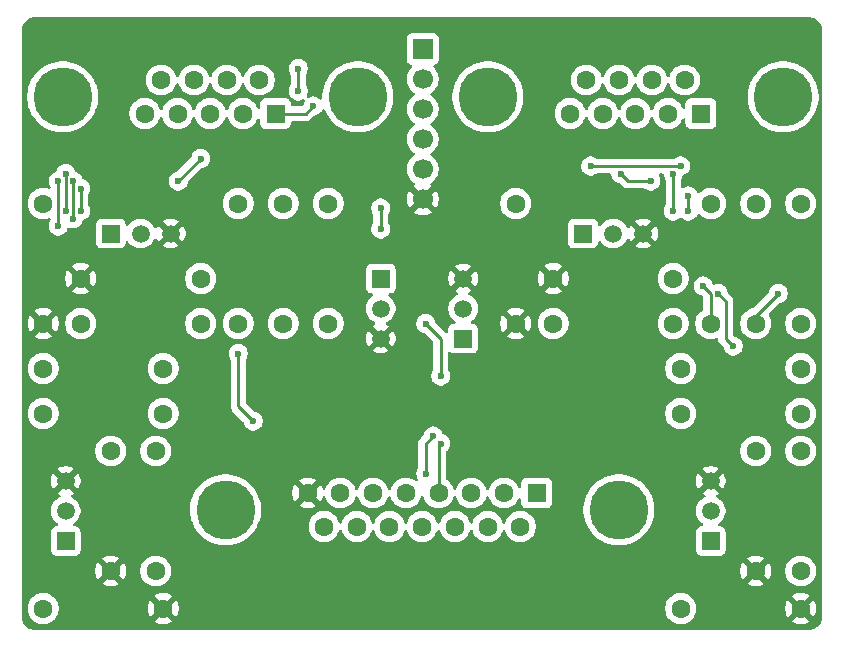
<source format=gbl>
G04 #@! TF.GenerationSoftware,KiCad,Pcbnew,9.0.6-9.0.6~ubuntu24.04.1*
G04 #@! TF.CreationDate,2025-12-07T01:13:07+01:00*
G04 #@! TF.ProjectId,Acorn Joystick Adapter,41636f72-6e20-44a6-9f79-737469636b20,rev?*
G04 #@! TF.SameCoordinates,Original*
G04 #@! TF.FileFunction,Copper,L2,Bot*
G04 #@! TF.FilePolarity,Positive*
%FSLAX46Y46*%
G04 Gerber Fmt 4.6, Leading zero omitted, Abs format (unit mm)*
G04 Created by KiCad (PCBNEW 9.0.6-9.0.6~ubuntu24.04.1) date 2025-12-07 01:13:07*
%MOMM*%
%LPD*%
G01*
G04 APERTURE LIST*
G04 #@! TA.AperFunction,ComponentPad*
%ADD10C,1.600000*%
G04 #@! TD*
G04 #@! TA.AperFunction,WasherPad*
%ADD11C,5.000000*%
G04 #@! TD*
G04 #@! TA.AperFunction,ComponentPad*
%ADD12R,1.600000X1.600000*%
G04 #@! TD*
G04 #@! TA.AperFunction,ComponentPad*
%ADD13R,1.500000X1.500000*%
G04 #@! TD*
G04 #@! TA.AperFunction,ComponentPad*
%ADD14C,1.500000*%
G04 #@! TD*
G04 #@! TA.AperFunction,ComponentPad*
%ADD15R,1.700000X1.700000*%
G04 #@! TD*
G04 #@! TA.AperFunction,ComponentPad*
%ADD16C,1.700000*%
G04 #@! TD*
G04 #@! TA.AperFunction,ViaPad*
%ADD17C,0.600000*%
G04 #@! TD*
G04 #@! TA.AperFunction,Conductor*
%ADD18C,0.250000*%
G04 #@! TD*
G04 APERTURE END LIST*
D10*
X118745000Y-106045000D03*
X118745000Y-116205000D03*
X114935000Y-116205000D03*
X114935000Y-106045000D03*
X111125000Y-106045000D03*
X111125000Y-116205000D03*
X94615000Y-106045000D03*
X94615000Y-116205000D03*
X107950000Y-116205000D03*
X97790000Y-116205000D03*
X107950000Y-112395000D03*
X97790000Y-112395000D03*
X104775000Y-120015000D03*
X94615000Y-120015000D03*
X94615000Y-123825000D03*
X104775000Y-123825000D03*
X94615000Y-140335000D03*
X104775000Y-140335000D03*
X104140000Y-127000000D03*
X104140000Y-137160000D03*
X100330000Y-127000000D03*
X100330000Y-137160000D03*
X158750000Y-106045000D03*
X158750000Y-116205000D03*
X154940000Y-116205000D03*
X154940000Y-106045000D03*
X151130000Y-106045000D03*
X151130000Y-116205000D03*
X134620000Y-106045000D03*
X134620000Y-116205000D03*
X147955000Y-116205000D03*
X137795000Y-116205000D03*
X147955000Y-112395000D03*
X137795000Y-112395000D03*
X158750000Y-120015000D03*
X148590000Y-120015000D03*
X148590000Y-123825000D03*
X158750000Y-123825000D03*
X148590000Y-140335000D03*
X158750000Y-140335000D03*
X158750000Y-127000000D03*
X158750000Y-137160000D03*
X154940000Y-127000000D03*
X154940000Y-137160000D03*
D11*
X121260000Y-97005000D03*
X96260000Y-97005000D03*
D12*
X114300000Y-98425000D03*
D10*
X111530000Y-98425000D03*
X108760000Y-98425000D03*
X105990000Y-98425000D03*
X103220000Y-98425000D03*
X112915000Y-95585000D03*
X110145000Y-95585000D03*
X107375000Y-95585000D03*
X104605000Y-95585000D03*
D11*
X157260000Y-97005000D03*
X132260000Y-97005000D03*
D12*
X150300000Y-98425000D03*
D10*
X147530000Y-98425000D03*
X144760000Y-98425000D03*
X141990000Y-98425000D03*
X139220000Y-98425000D03*
X148915000Y-95585000D03*
X146145000Y-95585000D03*
X143375000Y-95585000D03*
X140605000Y-95585000D03*
D13*
X123190000Y-112395000D03*
D14*
X123190000Y-114935000D03*
X123190000Y-117475000D03*
D13*
X100330000Y-108585000D03*
D14*
X102870000Y-108585000D03*
X105410000Y-108585000D03*
D13*
X96520000Y-134620000D03*
D14*
X96520000Y-132080000D03*
X96520000Y-129540000D03*
D13*
X130175000Y-117475000D03*
D14*
X130175000Y-114935000D03*
X130175000Y-112395000D03*
D13*
X140335000Y-108585000D03*
D14*
X142875000Y-108585000D03*
X145415000Y-108585000D03*
D13*
X151130000Y-134620000D03*
D14*
X151130000Y-132080000D03*
X151130000Y-129540000D03*
D15*
X126746000Y-92964000D03*
D16*
X126746000Y-95504000D03*
X126746000Y-98044000D03*
X126746000Y-100584000D03*
X126746000Y-103124000D03*
X126746000Y-105664000D03*
D11*
X143353000Y-131976000D03*
X110053000Y-131976000D03*
D12*
X136398000Y-130556000D03*
D10*
X133628000Y-130556000D03*
X130858000Y-130556000D03*
X128088000Y-130556000D03*
X125318000Y-130556000D03*
X122548000Y-130556000D03*
X119778000Y-130556000D03*
X117008000Y-130556000D03*
X135013000Y-133396000D03*
X132243000Y-133396000D03*
X129473000Y-133396000D03*
X126703000Y-133396000D03*
X123933000Y-133396000D03*
X121163000Y-133396000D03*
X118393000Y-133396000D03*
D17*
X123190000Y-108204000D03*
X123190000Y-106426000D03*
X146050000Y-104140000D03*
X156845000Y-113665000D03*
X143510000Y-103505000D03*
X116205000Y-94615000D03*
X116205000Y-96520000D03*
X128270000Y-126365000D03*
X127000000Y-116205000D03*
X140970000Y-102870000D03*
X148590000Y-102870000D03*
X128270000Y-120650000D03*
X97155000Y-104140000D03*
X117475000Y-97790000D03*
X97155000Y-107315000D03*
X149225000Y-106680000D03*
X149225000Y-105410000D03*
X127000000Y-128905000D03*
X150495000Y-113030000D03*
X127635000Y-125730000D03*
X97790000Y-106680000D03*
X97790000Y-104775000D03*
X112395000Y-124460000D03*
X107950000Y-102235000D03*
X106045000Y-104140000D03*
X111125000Y-118745000D03*
X96520000Y-103505000D03*
X96520000Y-106680000D03*
X95885000Y-107950000D03*
X95885000Y-104140000D03*
X147955000Y-106680000D03*
X153035000Y-118110000D03*
X147955000Y-103505000D03*
X151765000Y-113665000D03*
D18*
X123190000Y-106426000D02*
X123190000Y-108204000D01*
X154940000Y-115570000D02*
X156845000Y-113665000D01*
X154940000Y-115570000D02*
X154940000Y-116205000D01*
X116205000Y-94615000D02*
X116205000Y-96520000D01*
X144145000Y-104140000D02*
X143510000Y-103505000D01*
X144145000Y-104140000D02*
X146050000Y-104140000D01*
X128088000Y-126547000D02*
X128270000Y-126365000D01*
X127000000Y-116205000D02*
X128270000Y-117475000D01*
X128270000Y-120650000D02*
X128270000Y-117475000D01*
X148590000Y-102870000D02*
X140970000Y-102870000D01*
X128088000Y-130556000D02*
X128088000Y-126547000D01*
X97155000Y-104140000D02*
X97155000Y-107315000D01*
X114300000Y-98425000D02*
X116840000Y-98425000D01*
X117475000Y-97790000D02*
X116840000Y-98425000D01*
X127000000Y-126365000D02*
X127635000Y-125730000D01*
X151130000Y-113665000D02*
X150495000Y-113030000D01*
X149225000Y-106680000D02*
X149225000Y-105410000D01*
X127000000Y-128905000D02*
X127000000Y-126365000D01*
X151130000Y-113665000D02*
X151130000Y-116205000D01*
X112395000Y-124460000D02*
X111125000Y-123190000D01*
X111125000Y-118745000D02*
X111125000Y-123190000D01*
X97790000Y-104775000D02*
X97790000Y-106680000D01*
X107950000Y-102235000D02*
X106045000Y-104140000D01*
X96520000Y-103505000D02*
X96520000Y-106680000D01*
X95885000Y-104140000D02*
X95885000Y-107950000D01*
X153035000Y-118110000D02*
X152400000Y-117475000D01*
X152400000Y-117475000D02*
X152400000Y-114300000D01*
X152400000Y-114300000D02*
X151765000Y-113665000D01*
X147955000Y-106680000D02*
X147955000Y-103505000D01*
G04 #@! TA.AperFunction,Conductor*
G36*
X159389930Y-90245888D02*
G01*
X159561975Y-90259428D01*
X159581503Y-90262521D01*
X159662991Y-90282084D01*
X159744480Y-90301648D01*
X159763283Y-90307758D01*
X159918128Y-90371897D01*
X159935745Y-90380873D01*
X160078658Y-90468450D01*
X160094653Y-90480072D01*
X160222098Y-90588920D01*
X160236079Y-90602901D01*
X160344927Y-90730346D01*
X160356549Y-90746341D01*
X160444126Y-90889254D01*
X160453102Y-90906871D01*
X160517241Y-91061716D01*
X160523351Y-91080520D01*
X160562478Y-91243496D01*
X160565571Y-91263024D01*
X160579112Y-91435069D01*
X160579500Y-91444955D01*
X160579500Y-140965044D01*
X160579112Y-140974930D01*
X160565571Y-141146975D01*
X160562478Y-141166503D01*
X160523351Y-141329479D01*
X160517241Y-141348283D01*
X160453102Y-141503128D01*
X160444126Y-141520745D01*
X160356549Y-141663658D01*
X160344927Y-141679653D01*
X160236079Y-141807098D01*
X160222098Y-141821079D01*
X160094653Y-141929927D01*
X160078658Y-141941549D01*
X159935745Y-142029126D01*
X159918128Y-142038102D01*
X159763283Y-142102241D01*
X159744479Y-142108351D01*
X159581503Y-142147478D01*
X159561975Y-142150571D01*
X159389930Y-142164112D01*
X159380044Y-142164500D01*
X93984956Y-142164500D01*
X93975070Y-142164112D01*
X93803024Y-142150571D01*
X93783496Y-142147478D01*
X93620520Y-142108351D01*
X93601716Y-142102241D01*
X93446871Y-142038102D01*
X93429254Y-142029126D01*
X93286341Y-141941549D01*
X93270346Y-141929927D01*
X93142901Y-141821079D01*
X93128920Y-141807098D01*
X93020072Y-141679653D01*
X93008450Y-141663658D01*
X92920873Y-141520745D01*
X92911897Y-141503128D01*
X92847758Y-141348283D01*
X92841648Y-141329479D01*
X92831081Y-141285466D01*
X92807546Y-141187435D01*
X92802521Y-141166503D01*
X92799428Y-141146975D01*
X92785888Y-140974930D01*
X92785500Y-140965044D01*
X92785500Y-140232019D01*
X93306500Y-140232019D01*
X93306500Y-140437981D01*
X93338720Y-140641408D01*
X93402366Y-140837290D01*
X93495871Y-141020803D01*
X93616932Y-141187430D01*
X93616934Y-141187432D01*
X93616936Y-141187435D01*
X93762564Y-141333063D01*
X93762567Y-141333065D01*
X93762570Y-141333068D01*
X93929197Y-141454129D01*
X94112710Y-141547634D01*
X94308592Y-141611280D01*
X94512019Y-141643500D01*
X94512022Y-141643500D01*
X94717978Y-141643500D01*
X94717981Y-141643500D01*
X94921408Y-141611280D01*
X95117290Y-141547634D01*
X95300803Y-141454129D01*
X95467430Y-141333068D01*
X95471019Y-141329479D01*
X95515033Y-141285466D01*
X95613063Y-141187435D01*
X95613068Y-141187430D01*
X95734129Y-141020803D01*
X95827634Y-140837290D01*
X95891280Y-140641408D01*
X95923500Y-140437981D01*
X95923500Y-140232061D01*
X103467000Y-140232061D01*
X103467000Y-140437938D01*
X103499208Y-140641296D01*
X103562826Y-140837093D01*
X103562829Y-140837099D01*
X103656297Y-141020540D01*
X103656298Y-141020541D01*
X103687416Y-141063372D01*
X104375000Y-140375788D01*
X104375000Y-140387661D01*
X104402259Y-140489394D01*
X104454920Y-140580606D01*
X104529394Y-140655080D01*
X104620606Y-140707741D01*
X104722339Y-140735000D01*
X104734210Y-140735000D01*
X104046626Y-141422582D01*
X104046626Y-141422583D01*
X104089454Y-141453699D01*
X104272900Y-141547170D01*
X104272906Y-141547173D01*
X104468705Y-141610791D01*
X104468701Y-141610791D01*
X104672061Y-141643000D01*
X104877939Y-141643000D01*
X105081296Y-141610791D01*
X105277093Y-141547173D01*
X105277099Y-141547170D01*
X105460541Y-141453701D01*
X105503372Y-141422582D01*
X105503372Y-141422581D01*
X104815791Y-140735000D01*
X104827661Y-140735000D01*
X104929394Y-140707741D01*
X105020606Y-140655080D01*
X105095080Y-140580606D01*
X105147741Y-140489394D01*
X105175000Y-140387661D01*
X105175000Y-140375791D01*
X105862581Y-141063372D01*
X105862582Y-141063372D01*
X105893701Y-141020541D01*
X105987170Y-140837099D01*
X105987173Y-140837093D01*
X106050791Y-140641296D01*
X106083000Y-140437938D01*
X106083000Y-140232061D01*
X106082993Y-140232019D01*
X147281500Y-140232019D01*
X147281500Y-140437981D01*
X147313720Y-140641408D01*
X147377366Y-140837290D01*
X147470871Y-141020803D01*
X147591932Y-141187430D01*
X147591934Y-141187432D01*
X147591936Y-141187435D01*
X147737564Y-141333063D01*
X147737567Y-141333065D01*
X147737570Y-141333068D01*
X147904197Y-141454129D01*
X148087710Y-141547634D01*
X148283592Y-141611280D01*
X148487019Y-141643500D01*
X148487022Y-141643500D01*
X148692978Y-141643500D01*
X148692981Y-141643500D01*
X148896408Y-141611280D01*
X149092290Y-141547634D01*
X149275803Y-141454129D01*
X149442430Y-141333068D01*
X149446019Y-141329479D01*
X149490033Y-141285466D01*
X149588063Y-141187435D01*
X149588068Y-141187430D01*
X149709129Y-141020803D01*
X149802634Y-140837290D01*
X149866280Y-140641408D01*
X149898500Y-140437981D01*
X149898500Y-140232061D01*
X157442000Y-140232061D01*
X157442000Y-140437938D01*
X157474208Y-140641296D01*
X157537826Y-140837093D01*
X157537829Y-140837099D01*
X157631297Y-141020540D01*
X157631298Y-141020541D01*
X157662416Y-141063372D01*
X158350000Y-140375788D01*
X158350000Y-140387661D01*
X158377259Y-140489394D01*
X158429920Y-140580606D01*
X158504394Y-140655080D01*
X158595606Y-140707741D01*
X158697339Y-140735000D01*
X158709210Y-140735000D01*
X158021626Y-141422582D01*
X158021626Y-141422583D01*
X158064454Y-141453699D01*
X158247900Y-141547170D01*
X158247906Y-141547173D01*
X158443705Y-141610791D01*
X158443701Y-141610791D01*
X158647061Y-141643000D01*
X158852939Y-141643000D01*
X159056296Y-141610791D01*
X159252093Y-141547173D01*
X159252099Y-141547170D01*
X159435541Y-141453701D01*
X159478372Y-141422582D01*
X159478372Y-141422581D01*
X158790791Y-140735000D01*
X158802661Y-140735000D01*
X158904394Y-140707741D01*
X158995606Y-140655080D01*
X159070080Y-140580606D01*
X159122741Y-140489394D01*
X159150000Y-140387661D01*
X159150000Y-140375791D01*
X159837581Y-141063372D01*
X159837582Y-141063372D01*
X159868701Y-141020541D01*
X159962170Y-140837099D01*
X159962173Y-140837093D01*
X160025791Y-140641296D01*
X160058000Y-140437938D01*
X160058000Y-140232061D01*
X160025791Y-140028703D01*
X159962173Y-139832906D01*
X159962170Y-139832900D01*
X159868699Y-139649454D01*
X159837583Y-139606626D01*
X159837582Y-139606626D01*
X159150000Y-140294208D01*
X159150000Y-140282339D01*
X159122741Y-140180606D01*
X159070080Y-140089394D01*
X158995606Y-140014920D01*
X158904394Y-139962259D01*
X158802661Y-139935000D01*
X158790790Y-139935000D01*
X159478372Y-139247416D01*
X159435541Y-139216298D01*
X159435540Y-139216297D01*
X159252099Y-139122829D01*
X159252093Y-139122826D01*
X159056294Y-139059208D01*
X159056298Y-139059208D01*
X158852939Y-139027000D01*
X158647061Y-139027000D01*
X158443703Y-139059208D01*
X158247906Y-139122826D01*
X158247900Y-139122829D01*
X158064452Y-139216301D01*
X158021625Y-139247416D01*
X158709209Y-139935000D01*
X158697339Y-139935000D01*
X158595606Y-139962259D01*
X158504394Y-140014920D01*
X158429920Y-140089394D01*
X158377259Y-140180606D01*
X158350000Y-140282339D01*
X158350000Y-140294209D01*
X157662416Y-139606625D01*
X157631301Y-139649452D01*
X157537829Y-139832900D01*
X157537826Y-139832906D01*
X157474208Y-140028703D01*
X157442000Y-140232061D01*
X149898500Y-140232061D01*
X149898500Y-140232019D01*
X149866280Y-140028592D01*
X149802634Y-139832710D01*
X149709129Y-139649197D01*
X149588068Y-139482570D01*
X149588065Y-139482567D01*
X149588063Y-139482564D01*
X149442435Y-139336936D01*
X149442432Y-139336934D01*
X149442430Y-139336932D01*
X149276391Y-139216298D01*
X149275806Y-139215873D01*
X149275805Y-139215872D01*
X149275803Y-139215871D01*
X149092290Y-139122366D01*
X149092287Y-139122365D01*
X149092285Y-139122364D01*
X148896412Y-139058721D01*
X148896410Y-139058720D01*
X148896408Y-139058720D01*
X148692981Y-139026500D01*
X148487019Y-139026500D01*
X148283592Y-139058720D01*
X148283590Y-139058720D01*
X148283587Y-139058721D01*
X148087714Y-139122364D01*
X148087708Y-139122367D01*
X147904193Y-139215873D01*
X147737567Y-139336934D01*
X147737564Y-139336936D01*
X147591936Y-139482564D01*
X147591934Y-139482567D01*
X147470873Y-139649193D01*
X147377367Y-139832708D01*
X147377364Y-139832714D01*
X147313721Y-140028587D01*
X147313720Y-140028590D01*
X147313720Y-140028592D01*
X147281500Y-140232019D01*
X106082993Y-140232019D01*
X106050791Y-140028703D01*
X105987173Y-139832906D01*
X105987170Y-139832900D01*
X105893699Y-139649454D01*
X105862583Y-139606626D01*
X105862582Y-139606626D01*
X105175000Y-140294208D01*
X105175000Y-140282339D01*
X105147741Y-140180606D01*
X105095080Y-140089394D01*
X105020606Y-140014920D01*
X104929394Y-139962259D01*
X104827661Y-139935000D01*
X104815790Y-139935000D01*
X105503372Y-139247416D01*
X105460541Y-139216298D01*
X105460540Y-139216297D01*
X105277099Y-139122829D01*
X105277093Y-139122826D01*
X105081294Y-139059208D01*
X105081298Y-139059208D01*
X104877939Y-139027000D01*
X104672061Y-139027000D01*
X104468703Y-139059208D01*
X104272906Y-139122826D01*
X104272900Y-139122829D01*
X104089452Y-139216301D01*
X104046625Y-139247416D01*
X104734209Y-139935000D01*
X104722339Y-139935000D01*
X104620606Y-139962259D01*
X104529394Y-140014920D01*
X104454920Y-140089394D01*
X104402259Y-140180606D01*
X104375000Y-140282339D01*
X104375000Y-140294209D01*
X103687416Y-139606625D01*
X103656301Y-139649452D01*
X103562829Y-139832900D01*
X103562826Y-139832906D01*
X103499208Y-140028703D01*
X103467000Y-140232061D01*
X95923500Y-140232061D01*
X95923500Y-140232019D01*
X95891280Y-140028592D01*
X95827634Y-139832710D01*
X95734129Y-139649197D01*
X95613068Y-139482570D01*
X95613065Y-139482567D01*
X95613063Y-139482564D01*
X95467435Y-139336936D01*
X95467432Y-139336934D01*
X95467430Y-139336932D01*
X95301391Y-139216298D01*
X95300806Y-139215873D01*
X95300805Y-139215872D01*
X95300803Y-139215871D01*
X95117290Y-139122366D01*
X95117287Y-139122365D01*
X95117285Y-139122364D01*
X94921412Y-139058721D01*
X94921410Y-139058720D01*
X94921408Y-139058720D01*
X94717981Y-139026500D01*
X94512019Y-139026500D01*
X94308592Y-139058720D01*
X94308590Y-139058720D01*
X94308587Y-139058721D01*
X94112714Y-139122364D01*
X94112708Y-139122367D01*
X93929193Y-139215873D01*
X93762567Y-139336934D01*
X93762564Y-139336936D01*
X93616936Y-139482564D01*
X93616934Y-139482567D01*
X93495873Y-139649193D01*
X93402367Y-139832708D01*
X93402364Y-139832714D01*
X93338721Y-140028587D01*
X93338720Y-140028590D01*
X93338720Y-140028592D01*
X93306500Y-140232019D01*
X92785500Y-140232019D01*
X92785500Y-137057061D01*
X99022000Y-137057061D01*
X99022000Y-137262938D01*
X99054208Y-137466296D01*
X99117826Y-137662093D01*
X99117829Y-137662099D01*
X99211297Y-137845540D01*
X99211298Y-137845541D01*
X99242416Y-137888372D01*
X99930000Y-137200788D01*
X99930000Y-137212661D01*
X99957259Y-137314394D01*
X100009920Y-137405606D01*
X100084394Y-137480080D01*
X100175606Y-137532741D01*
X100277339Y-137560000D01*
X100289210Y-137560000D01*
X99601626Y-138247582D01*
X99601626Y-138247583D01*
X99644454Y-138278699D01*
X99827900Y-138372170D01*
X99827906Y-138372173D01*
X100023705Y-138435791D01*
X100023701Y-138435791D01*
X100227061Y-138468000D01*
X100432939Y-138468000D01*
X100636296Y-138435791D01*
X100832093Y-138372173D01*
X100832099Y-138372170D01*
X101015541Y-138278701D01*
X101058372Y-138247582D01*
X101058372Y-138247581D01*
X100370791Y-137560000D01*
X100382661Y-137560000D01*
X100484394Y-137532741D01*
X100575606Y-137480080D01*
X100650080Y-137405606D01*
X100702741Y-137314394D01*
X100730000Y-137212661D01*
X100730000Y-137200791D01*
X101417581Y-137888372D01*
X101417582Y-137888372D01*
X101448701Y-137845541D01*
X101542170Y-137662099D01*
X101542173Y-137662093D01*
X101605791Y-137466296D01*
X101638000Y-137262938D01*
X101638000Y-137057061D01*
X101637993Y-137057019D01*
X102831500Y-137057019D01*
X102831500Y-137262981D01*
X102863720Y-137466408D01*
X102927366Y-137662290D01*
X103020871Y-137845803D01*
X103141932Y-138012430D01*
X103141934Y-138012432D01*
X103141936Y-138012435D01*
X103287564Y-138158063D01*
X103287567Y-138158065D01*
X103287570Y-138158068D01*
X103454197Y-138279129D01*
X103637710Y-138372634D01*
X103833592Y-138436280D01*
X104037019Y-138468500D01*
X104037022Y-138468500D01*
X104242978Y-138468500D01*
X104242981Y-138468500D01*
X104446408Y-138436280D01*
X104642290Y-138372634D01*
X104825803Y-138279129D01*
X104992430Y-138158068D01*
X104992435Y-138158063D01*
X105040033Y-138110466D01*
X105138063Y-138012435D01*
X105138068Y-138012430D01*
X105259129Y-137845803D01*
X105352634Y-137662290D01*
X105416280Y-137466408D01*
X105448500Y-137262981D01*
X105448500Y-137057061D01*
X153632000Y-137057061D01*
X153632000Y-137262938D01*
X153664208Y-137466296D01*
X153727826Y-137662093D01*
X153727829Y-137662099D01*
X153821297Y-137845540D01*
X153821298Y-137845541D01*
X153852416Y-137888372D01*
X154540000Y-137200788D01*
X154540000Y-137212661D01*
X154567259Y-137314394D01*
X154619920Y-137405606D01*
X154694394Y-137480080D01*
X154785606Y-137532741D01*
X154887339Y-137560000D01*
X154899210Y-137560000D01*
X154211626Y-138247582D01*
X154211626Y-138247583D01*
X154254454Y-138278699D01*
X154437900Y-138372170D01*
X154437906Y-138372173D01*
X154633705Y-138435791D01*
X154633701Y-138435791D01*
X154837061Y-138468000D01*
X155042939Y-138468000D01*
X155246296Y-138435791D01*
X155442093Y-138372173D01*
X155442099Y-138372170D01*
X155625541Y-138278701D01*
X155668372Y-138247582D01*
X155668372Y-138247581D01*
X154980791Y-137560000D01*
X154992661Y-137560000D01*
X155094394Y-137532741D01*
X155185606Y-137480080D01*
X155260080Y-137405606D01*
X155312741Y-137314394D01*
X155340000Y-137212661D01*
X155340000Y-137200791D01*
X156027581Y-137888372D01*
X156027582Y-137888372D01*
X156058701Y-137845541D01*
X156152170Y-137662099D01*
X156152173Y-137662093D01*
X156215791Y-137466296D01*
X156248000Y-137262938D01*
X156248000Y-137057061D01*
X156247993Y-137057019D01*
X157441500Y-137057019D01*
X157441500Y-137262981D01*
X157473720Y-137466408D01*
X157537366Y-137662290D01*
X157630871Y-137845803D01*
X157751932Y-138012430D01*
X157751934Y-138012432D01*
X157751936Y-138012435D01*
X157897564Y-138158063D01*
X157897567Y-138158065D01*
X157897570Y-138158068D01*
X158064197Y-138279129D01*
X158247710Y-138372634D01*
X158443592Y-138436280D01*
X158647019Y-138468500D01*
X158647022Y-138468500D01*
X158852978Y-138468500D01*
X158852981Y-138468500D01*
X159056408Y-138436280D01*
X159252290Y-138372634D01*
X159435803Y-138279129D01*
X159602430Y-138158068D01*
X159748068Y-138012430D01*
X159869129Y-137845803D01*
X159962634Y-137662290D01*
X160026280Y-137466408D01*
X160058500Y-137262981D01*
X160058500Y-137057019D01*
X160026280Y-136853592D01*
X159962634Y-136657710D01*
X159869129Y-136474197D01*
X159748068Y-136307570D01*
X159748065Y-136307567D01*
X159748063Y-136307564D01*
X159602435Y-136161936D01*
X159602432Y-136161934D01*
X159602430Y-136161932D01*
X159436391Y-136041298D01*
X159435806Y-136040873D01*
X159435805Y-136040872D01*
X159435803Y-136040871D01*
X159252290Y-135947366D01*
X159252287Y-135947365D01*
X159252285Y-135947364D01*
X159056412Y-135883721D01*
X159056410Y-135883720D01*
X159056408Y-135883720D01*
X158852981Y-135851500D01*
X158647019Y-135851500D01*
X158443592Y-135883720D01*
X158443590Y-135883720D01*
X158443587Y-135883721D01*
X158247714Y-135947364D01*
X158247708Y-135947367D01*
X158064193Y-136040873D01*
X157897567Y-136161934D01*
X157897564Y-136161936D01*
X157751936Y-136307564D01*
X157751934Y-136307567D01*
X157630873Y-136474193D01*
X157537367Y-136657708D01*
X157537364Y-136657714D01*
X157473721Y-136853587D01*
X157473720Y-136853590D01*
X157473720Y-136853592D01*
X157441500Y-137057019D01*
X156247993Y-137057019D01*
X156215791Y-136853703D01*
X156152173Y-136657906D01*
X156152170Y-136657900D01*
X156058699Y-136474454D01*
X156027583Y-136431626D01*
X156027582Y-136431626D01*
X155340000Y-137119208D01*
X155340000Y-137107339D01*
X155312741Y-137005606D01*
X155260080Y-136914394D01*
X155185606Y-136839920D01*
X155094394Y-136787259D01*
X154992661Y-136760000D01*
X154980790Y-136760000D01*
X155668372Y-136072416D01*
X155625541Y-136041298D01*
X155625540Y-136041297D01*
X155442099Y-135947829D01*
X155442093Y-135947826D01*
X155246294Y-135884208D01*
X155246298Y-135884208D01*
X155042939Y-135852000D01*
X154837061Y-135852000D01*
X154633703Y-135884208D01*
X154437906Y-135947826D01*
X154437900Y-135947829D01*
X154254452Y-136041301D01*
X154211625Y-136072416D01*
X154899209Y-136760000D01*
X154887339Y-136760000D01*
X154785606Y-136787259D01*
X154694394Y-136839920D01*
X154619920Y-136914394D01*
X154567259Y-137005606D01*
X154540000Y-137107339D01*
X154540000Y-137119209D01*
X153852416Y-136431625D01*
X153821301Y-136474452D01*
X153727829Y-136657900D01*
X153727826Y-136657906D01*
X153664208Y-136853703D01*
X153632000Y-137057061D01*
X105448500Y-137057061D01*
X105448500Y-137057019D01*
X105416280Y-136853592D01*
X105352634Y-136657710D01*
X105259129Y-136474197D01*
X105138068Y-136307570D01*
X105138065Y-136307567D01*
X105138063Y-136307564D01*
X104992435Y-136161936D01*
X104992432Y-136161934D01*
X104992430Y-136161932D01*
X104826391Y-136041298D01*
X104825806Y-136040873D01*
X104825805Y-136040872D01*
X104825803Y-136040871D01*
X104642290Y-135947366D01*
X104642287Y-135947365D01*
X104642285Y-135947364D01*
X104446412Y-135883721D01*
X104446410Y-135883720D01*
X104446408Y-135883720D01*
X104242981Y-135851500D01*
X104037019Y-135851500D01*
X103833592Y-135883720D01*
X103833590Y-135883720D01*
X103833587Y-135883721D01*
X103637714Y-135947364D01*
X103637708Y-135947367D01*
X103454193Y-136040873D01*
X103287567Y-136161934D01*
X103287564Y-136161936D01*
X103141936Y-136307564D01*
X103141934Y-136307567D01*
X103020873Y-136474193D01*
X102927367Y-136657708D01*
X102927364Y-136657714D01*
X102863721Y-136853587D01*
X102863720Y-136853590D01*
X102863720Y-136853592D01*
X102831500Y-137057019D01*
X101637993Y-137057019D01*
X101605791Y-136853703D01*
X101542173Y-136657906D01*
X101542170Y-136657900D01*
X101448699Y-136474454D01*
X101417583Y-136431626D01*
X101417582Y-136431626D01*
X100730000Y-137119208D01*
X100730000Y-137107339D01*
X100702741Y-137005606D01*
X100650080Y-136914394D01*
X100575606Y-136839920D01*
X100484394Y-136787259D01*
X100382661Y-136760000D01*
X100370790Y-136760000D01*
X101058372Y-136072416D01*
X101015541Y-136041298D01*
X101015540Y-136041297D01*
X100832099Y-135947829D01*
X100832093Y-135947826D01*
X100636294Y-135884208D01*
X100636298Y-135884208D01*
X100432939Y-135852000D01*
X100227061Y-135852000D01*
X100023703Y-135884208D01*
X99827906Y-135947826D01*
X99827900Y-135947829D01*
X99644452Y-136041301D01*
X99601625Y-136072416D01*
X100289209Y-136760000D01*
X100277339Y-136760000D01*
X100175606Y-136787259D01*
X100084394Y-136839920D01*
X100009920Y-136914394D01*
X99957259Y-137005606D01*
X99930000Y-137107339D01*
X99930000Y-137119209D01*
X99242416Y-136431625D01*
X99211301Y-136474452D01*
X99117829Y-136657900D01*
X99117826Y-136657906D01*
X99054208Y-136853703D01*
X99022000Y-137057061D01*
X92785500Y-137057061D01*
X92785500Y-131980954D01*
X95261500Y-131980954D01*
X95261500Y-132179046D01*
X95292488Y-132374700D01*
X95353702Y-132563097D01*
X95443634Y-132739598D01*
X95443636Y-132739601D01*
X95560071Y-132899860D01*
X95700136Y-133039925D01*
X95700139Y-133039927D01*
X95700142Y-133039930D01*
X95823459Y-133129525D01*
X95829018Y-133133564D01*
X95872372Y-133189786D01*
X95878447Y-133260523D01*
X95845315Y-133323314D01*
X95783495Y-133358226D01*
X95754957Y-133361500D01*
X95721350Y-133361500D01*
X95660803Y-133368009D01*
X95660795Y-133368011D01*
X95523797Y-133419110D01*
X95523792Y-133419112D01*
X95406738Y-133506738D01*
X95319112Y-133623792D01*
X95319110Y-133623797D01*
X95268011Y-133760795D01*
X95268009Y-133760803D01*
X95261500Y-133821350D01*
X95261500Y-135418649D01*
X95268009Y-135479196D01*
X95268011Y-135479204D01*
X95319110Y-135616202D01*
X95319112Y-135616207D01*
X95406738Y-135733261D01*
X95523792Y-135820887D01*
X95523794Y-135820888D01*
X95523796Y-135820889D01*
X95582875Y-135842924D01*
X95660795Y-135871988D01*
X95660803Y-135871990D01*
X95721350Y-135878499D01*
X95721355Y-135878499D01*
X95721362Y-135878500D01*
X95721368Y-135878500D01*
X97318632Y-135878500D01*
X97318638Y-135878500D01*
X97318645Y-135878499D01*
X97318649Y-135878499D01*
X97379196Y-135871990D01*
X97379199Y-135871989D01*
X97379201Y-135871989D01*
X97516204Y-135820889D01*
X97633261Y-135733261D01*
X97720889Y-135616204D01*
X97771989Y-135479201D01*
X97778500Y-135418638D01*
X97778500Y-133821362D01*
X97778499Y-133821350D01*
X97771990Y-133760803D01*
X97771988Y-133760795D01*
X97735315Y-133662474D01*
X97720889Y-133623796D01*
X97720888Y-133623794D01*
X97720887Y-133623792D01*
X97633261Y-133506738D01*
X97516207Y-133419112D01*
X97516202Y-133419110D01*
X97379204Y-133368011D01*
X97379196Y-133368009D01*
X97318649Y-133361500D01*
X97318638Y-133361500D01*
X97285043Y-133361500D01*
X97216922Y-133341498D01*
X97170429Y-133287842D01*
X97160325Y-133217568D01*
X97189819Y-133152988D01*
X97210982Y-133133564D01*
X97216541Y-133129525D01*
X97339858Y-133039930D01*
X97479930Y-132899858D01*
X97596366Y-132739598D01*
X97686298Y-132563097D01*
X97747512Y-132374700D01*
X97778500Y-132179046D01*
X97778500Y-131980954D01*
X97750956Y-131807044D01*
X107044500Y-131807044D01*
X107044500Y-132144955D01*
X107082334Y-132480739D01*
X107096675Y-132543570D01*
X107157525Y-132810172D01*
X107157527Y-132810178D01*
X107157526Y-132810178D01*
X107269122Y-133129099D01*
X107269133Y-133129126D01*
X107415739Y-133433556D01*
X107415744Y-133433565D01*
X107595519Y-133719675D01*
X107806203Y-133983865D01*
X108045134Y-134222796D01*
X108172975Y-134324746D01*
X108309325Y-134433481D01*
X108516459Y-134563632D01*
X108588081Y-134608635D01*
X108595439Y-134613258D01*
X108899883Y-134759871D01*
X108899899Y-134759876D01*
X108899900Y-134759877D01*
X109218821Y-134871473D01*
X109218824Y-134871473D01*
X109218828Y-134871475D01*
X109548264Y-134946666D01*
X109786363Y-134973493D01*
X109884044Y-134984500D01*
X109884046Y-134984500D01*
X110221956Y-134984500D01*
X110307232Y-134974891D01*
X110557736Y-134946666D01*
X110887172Y-134871475D01*
X111206117Y-134759871D01*
X111510561Y-134613258D01*
X111796675Y-134433481D01*
X112060862Y-134222799D01*
X112299799Y-133983862D01*
X112510481Y-133719675D01*
X112690258Y-133433561D01*
X112757940Y-133293019D01*
X117084500Y-133293019D01*
X117084500Y-133498981D01*
X117110395Y-133662474D01*
X117116721Y-133702412D01*
X117155370Y-133821362D01*
X117180366Y-133898290D01*
X117273871Y-134081803D01*
X117394932Y-134248430D01*
X117394934Y-134248432D01*
X117394936Y-134248435D01*
X117540564Y-134394063D01*
X117540567Y-134394065D01*
X117540570Y-134394068D01*
X117707197Y-134515129D01*
X117890710Y-134608634D01*
X118086592Y-134672280D01*
X118290019Y-134704500D01*
X118290022Y-134704500D01*
X118495978Y-134704500D01*
X118495981Y-134704500D01*
X118699408Y-134672280D01*
X118895290Y-134608634D01*
X119078803Y-134515129D01*
X119245430Y-134394068D01*
X119391068Y-134248430D01*
X119512129Y-134081803D01*
X119605634Y-133898290D01*
X119658167Y-133736609D01*
X119698241Y-133678004D01*
X119763637Y-133650367D01*
X119833594Y-133662474D01*
X119885900Y-133710480D01*
X119897833Y-133736610D01*
X119925370Y-133821362D01*
X119950366Y-133898290D01*
X120043871Y-134081803D01*
X120164932Y-134248430D01*
X120164934Y-134248432D01*
X120164936Y-134248435D01*
X120310564Y-134394063D01*
X120310567Y-134394065D01*
X120310570Y-134394068D01*
X120477197Y-134515129D01*
X120660710Y-134608634D01*
X120856592Y-134672280D01*
X121060019Y-134704500D01*
X121060022Y-134704500D01*
X121265978Y-134704500D01*
X121265981Y-134704500D01*
X121469408Y-134672280D01*
X121665290Y-134608634D01*
X121848803Y-134515129D01*
X122015430Y-134394068D01*
X122161068Y-134248430D01*
X122282129Y-134081803D01*
X122375634Y-133898290D01*
X122428167Y-133736609D01*
X122468241Y-133678004D01*
X122533637Y-133650367D01*
X122603594Y-133662474D01*
X122655900Y-133710480D01*
X122667833Y-133736610D01*
X122695370Y-133821362D01*
X122720366Y-133898290D01*
X122813871Y-134081803D01*
X122934932Y-134248430D01*
X122934934Y-134248432D01*
X122934936Y-134248435D01*
X123080564Y-134394063D01*
X123080567Y-134394065D01*
X123080570Y-134394068D01*
X123247197Y-134515129D01*
X123430710Y-134608634D01*
X123626592Y-134672280D01*
X123830019Y-134704500D01*
X123830022Y-134704500D01*
X124035978Y-134704500D01*
X124035981Y-134704500D01*
X124239408Y-134672280D01*
X124435290Y-134608634D01*
X124618803Y-134515129D01*
X124785430Y-134394068D01*
X124931068Y-134248430D01*
X125052129Y-134081803D01*
X125145634Y-133898290D01*
X125198167Y-133736609D01*
X125238241Y-133678004D01*
X125303637Y-133650367D01*
X125373594Y-133662474D01*
X125425900Y-133710480D01*
X125437833Y-133736610D01*
X125465370Y-133821362D01*
X125490366Y-133898290D01*
X125583871Y-134081803D01*
X125704932Y-134248430D01*
X125704934Y-134248432D01*
X125704936Y-134248435D01*
X125850564Y-134394063D01*
X125850567Y-134394065D01*
X125850570Y-134394068D01*
X126017197Y-134515129D01*
X126200710Y-134608634D01*
X126396592Y-134672280D01*
X126600019Y-134704500D01*
X126600022Y-134704500D01*
X126805978Y-134704500D01*
X126805981Y-134704500D01*
X127009408Y-134672280D01*
X127205290Y-134608634D01*
X127388803Y-134515129D01*
X127555430Y-134394068D01*
X127701068Y-134248430D01*
X127822129Y-134081803D01*
X127915634Y-133898290D01*
X127968167Y-133736609D01*
X128008241Y-133678004D01*
X128073637Y-133650367D01*
X128143594Y-133662474D01*
X128195900Y-133710480D01*
X128207833Y-133736610D01*
X128235370Y-133821362D01*
X128260366Y-133898290D01*
X128353871Y-134081803D01*
X128474932Y-134248430D01*
X128474934Y-134248432D01*
X128474936Y-134248435D01*
X128620564Y-134394063D01*
X128620567Y-134394065D01*
X128620570Y-134394068D01*
X128787197Y-134515129D01*
X128970710Y-134608634D01*
X129166592Y-134672280D01*
X129370019Y-134704500D01*
X129370022Y-134704500D01*
X129575978Y-134704500D01*
X129575981Y-134704500D01*
X129779408Y-134672280D01*
X129975290Y-134608634D01*
X130158803Y-134515129D01*
X130325430Y-134394068D01*
X130471068Y-134248430D01*
X130592129Y-134081803D01*
X130685634Y-133898290D01*
X130738167Y-133736609D01*
X130778241Y-133678004D01*
X130843637Y-133650367D01*
X130913594Y-133662474D01*
X130965900Y-133710480D01*
X130977833Y-133736610D01*
X131005370Y-133821362D01*
X131030366Y-133898290D01*
X131123871Y-134081803D01*
X131244932Y-134248430D01*
X131244934Y-134248432D01*
X131244936Y-134248435D01*
X131390564Y-134394063D01*
X131390567Y-134394065D01*
X131390570Y-134394068D01*
X131557197Y-134515129D01*
X131740710Y-134608634D01*
X131936592Y-134672280D01*
X132140019Y-134704500D01*
X132140022Y-134704500D01*
X132345978Y-134704500D01*
X132345981Y-134704500D01*
X132549408Y-134672280D01*
X132745290Y-134608634D01*
X132928803Y-134515129D01*
X133095430Y-134394068D01*
X133241068Y-134248430D01*
X133362129Y-134081803D01*
X133455634Y-133898290D01*
X133508167Y-133736609D01*
X133548241Y-133678004D01*
X133613637Y-133650367D01*
X133683594Y-133662474D01*
X133735900Y-133710480D01*
X133747833Y-133736610D01*
X133775370Y-133821362D01*
X133800366Y-133898290D01*
X133893871Y-134081803D01*
X134014932Y-134248430D01*
X134014934Y-134248432D01*
X134014936Y-134248435D01*
X134160564Y-134394063D01*
X134160567Y-134394065D01*
X134160570Y-134394068D01*
X134327197Y-134515129D01*
X134510710Y-134608634D01*
X134706592Y-134672280D01*
X134910019Y-134704500D01*
X134910022Y-134704500D01*
X135115978Y-134704500D01*
X135115981Y-134704500D01*
X135319408Y-134672280D01*
X135515290Y-134608634D01*
X135698803Y-134515129D01*
X135865430Y-134394068D01*
X136011068Y-134248430D01*
X136132129Y-134081803D01*
X136225634Y-133898290D01*
X136289280Y-133702408D01*
X136321500Y-133498981D01*
X136321500Y-133293019D01*
X136289280Y-133089592D01*
X136225634Y-132893710D01*
X136132129Y-132710197D01*
X136011068Y-132543570D01*
X136011065Y-132543567D01*
X136011063Y-132543564D01*
X135865435Y-132397936D01*
X135865432Y-132397934D01*
X135865430Y-132397932D01*
X135698803Y-132276871D01*
X135515290Y-132183366D01*
X135515287Y-132183365D01*
X135515285Y-132183364D01*
X135319412Y-132119721D01*
X135319410Y-132119720D01*
X135319408Y-132119720D01*
X135115981Y-132087500D01*
X134910019Y-132087500D01*
X134706592Y-132119720D01*
X134706590Y-132119720D01*
X134706587Y-132119721D01*
X134510714Y-132183364D01*
X134510708Y-132183367D01*
X134327193Y-132276873D01*
X134160567Y-132397934D01*
X134160564Y-132397936D01*
X134014936Y-132543564D01*
X134014934Y-132543567D01*
X133893873Y-132710193D01*
X133800367Y-132893708D01*
X133800366Y-132893710D01*
X133747833Y-133055390D01*
X133707759Y-133113995D01*
X133642363Y-133141632D01*
X133572406Y-133129525D01*
X133520100Y-133081519D01*
X133508167Y-133055390D01*
X133503142Y-133039925D01*
X133455634Y-132893710D01*
X133362129Y-132710197D01*
X133241068Y-132543570D01*
X133241065Y-132543567D01*
X133241063Y-132543564D01*
X133095435Y-132397936D01*
X133095432Y-132397934D01*
X133095430Y-132397932D01*
X132928803Y-132276871D01*
X132745290Y-132183366D01*
X132745287Y-132183365D01*
X132745285Y-132183364D01*
X132549412Y-132119721D01*
X132549410Y-132119720D01*
X132549408Y-132119720D01*
X132345981Y-132087500D01*
X132140019Y-132087500D01*
X131936592Y-132119720D01*
X131936590Y-132119720D01*
X131936587Y-132119721D01*
X131740714Y-132183364D01*
X131740708Y-132183367D01*
X131557193Y-132276873D01*
X131390567Y-132397934D01*
X131390564Y-132397936D01*
X131244936Y-132543564D01*
X131244934Y-132543567D01*
X131123873Y-132710193D01*
X131030367Y-132893708D01*
X131030366Y-132893710D01*
X130977833Y-133055390D01*
X130937759Y-133113995D01*
X130872363Y-133141632D01*
X130802406Y-133129525D01*
X130750100Y-133081519D01*
X130738167Y-133055390D01*
X130733142Y-133039925D01*
X130685634Y-132893710D01*
X130592129Y-132710197D01*
X130471068Y-132543570D01*
X130471065Y-132543567D01*
X130471063Y-132543564D01*
X130325435Y-132397936D01*
X130325432Y-132397934D01*
X130325430Y-132397932D01*
X130158803Y-132276871D01*
X129975290Y-132183366D01*
X129975287Y-132183365D01*
X129975285Y-132183364D01*
X129779412Y-132119721D01*
X129779410Y-132119720D01*
X129779408Y-132119720D01*
X129575981Y-132087500D01*
X129370019Y-132087500D01*
X129166592Y-132119720D01*
X129166590Y-132119720D01*
X129166587Y-132119721D01*
X128970714Y-132183364D01*
X128970708Y-132183367D01*
X128787193Y-132276873D01*
X128620567Y-132397934D01*
X128620564Y-132397936D01*
X128474936Y-132543564D01*
X128474934Y-132543567D01*
X128353873Y-132710193D01*
X128260367Y-132893708D01*
X128260366Y-132893710D01*
X128207833Y-133055390D01*
X128167759Y-133113995D01*
X128102363Y-133141632D01*
X128032406Y-133129525D01*
X127980100Y-133081519D01*
X127968167Y-133055390D01*
X127963142Y-133039925D01*
X127915634Y-132893710D01*
X127822129Y-132710197D01*
X127701068Y-132543570D01*
X127701065Y-132543567D01*
X127701063Y-132543564D01*
X127555435Y-132397936D01*
X127555432Y-132397934D01*
X127555430Y-132397932D01*
X127388803Y-132276871D01*
X127205290Y-132183366D01*
X127205287Y-132183365D01*
X127205285Y-132183364D01*
X127009412Y-132119721D01*
X127009410Y-132119720D01*
X127009408Y-132119720D01*
X126805981Y-132087500D01*
X126600019Y-132087500D01*
X126396592Y-132119720D01*
X126396590Y-132119720D01*
X126396587Y-132119721D01*
X126200714Y-132183364D01*
X126200708Y-132183367D01*
X126017193Y-132276873D01*
X125850567Y-132397934D01*
X125850564Y-132397936D01*
X125704936Y-132543564D01*
X125704934Y-132543567D01*
X125583873Y-132710193D01*
X125490367Y-132893708D01*
X125490366Y-132893710D01*
X125437833Y-133055390D01*
X125397759Y-133113995D01*
X125332363Y-133141632D01*
X125262406Y-133129525D01*
X125210100Y-133081519D01*
X125198167Y-133055390D01*
X125193142Y-133039925D01*
X125145634Y-132893710D01*
X125052129Y-132710197D01*
X124931068Y-132543570D01*
X124931065Y-132543567D01*
X124931063Y-132543564D01*
X124785435Y-132397936D01*
X124785432Y-132397934D01*
X124785430Y-132397932D01*
X124618803Y-132276871D01*
X124435290Y-132183366D01*
X124435287Y-132183365D01*
X124435285Y-132183364D01*
X124239412Y-132119721D01*
X124239410Y-132119720D01*
X124239408Y-132119720D01*
X124035981Y-132087500D01*
X123830019Y-132087500D01*
X123626592Y-132119720D01*
X123626590Y-132119720D01*
X123626587Y-132119721D01*
X123430714Y-132183364D01*
X123430708Y-132183367D01*
X123247193Y-132276873D01*
X123080567Y-132397934D01*
X123080564Y-132397936D01*
X122934936Y-132543564D01*
X122934934Y-132543567D01*
X122813873Y-132710193D01*
X122720367Y-132893708D01*
X122720366Y-132893710D01*
X122667833Y-133055390D01*
X122627759Y-133113995D01*
X122562363Y-133141632D01*
X122492406Y-133129525D01*
X122440100Y-133081519D01*
X122428167Y-133055390D01*
X122423142Y-133039925D01*
X122375634Y-132893710D01*
X122282129Y-132710197D01*
X122161068Y-132543570D01*
X122161065Y-132543567D01*
X122161063Y-132543564D01*
X122015435Y-132397936D01*
X122015432Y-132397934D01*
X122015430Y-132397932D01*
X121848803Y-132276871D01*
X121665290Y-132183366D01*
X121665287Y-132183365D01*
X121665285Y-132183364D01*
X121469412Y-132119721D01*
X121469410Y-132119720D01*
X121469408Y-132119720D01*
X121265981Y-132087500D01*
X121060019Y-132087500D01*
X120856592Y-132119720D01*
X120856590Y-132119720D01*
X120856587Y-132119721D01*
X120660714Y-132183364D01*
X120660708Y-132183367D01*
X120477193Y-132276873D01*
X120310567Y-132397934D01*
X120310564Y-132397936D01*
X120164936Y-132543564D01*
X120164934Y-132543567D01*
X120043873Y-132710193D01*
X119950367Y-132893708D01*
X119950366Y-132893710D01*
X119897833Y-133055390D01*
X119857759Y-133113995D01*
X119792363Y-133141632D01*
X119722406Y-133129525D01*
X119670100Y-133081519D01*
X119658167Y-133055390D01*
X119653142Y-133039925D01*
X119605634Y-132893710D01*
X119512129Y-132710197D01*
X119391068Y-132543570D01*
X119391065Y-132543567D01*
X119391063Y-132543564D01*
X119245435Y-132397936D01*
X119245432Y-132397934D01*
X119245430Y-132397932D01*
X119078803Y-132276871D01*
X118895290Y-132183366D01*
X118895287Y-132183365D01*
X118895285Y-132183364D01*
X118699412Y-132119721D01*
X118699410Y-132119720D01*
X118699408Y-132119720D01*
X118495981Y-132087500D01*
X118290019Y-132087500D01*
X118086592Y-132119720D01*
X118086590Y-132119720D01*
X118086587Y-132119721D01*
X117890714Y-132183364D01*
X117890708Y-132183367D01*
X117707193Y-132276873D01*
X117540567Y-132397934D01*
X117540564Y-132397936D01*
X117394936Y-132543564D01*
X117394934Y-132543567D01*
X117273873Y-132710193D01*
X117180367Y-132893708D01*
X117180364Y-132893714D01*
X117116721Y-133089587D01*
X117116720Y-133089590D01*
X117116720Y-133089592D01*
X117084500Y-133293019D01*
X112757940Y-133293019D01*
X112836871Y-133129117D01*
X112948475Y-132810172D01*
X113023666Y-132480736D01*
X113061500Y-132144954D01*
X113061500Y-131807046D01*
X113061500Y-131807044D01*
X113039261Y-131609669D01*
X113032995Y-131554063D01*
X113023666Y-131471264D01*
X112948475Y-131141828D01*
X112929601Y-131087890D01*
X112836877Y-130822900D01*
X112836876Y-130822899D01*
X112836871Y-130822883D01*
X112690258Y-130518439D01*
X112649178Y-130453061D01*
X115700000Y-130453061D01*
X115700000Y-130658938D01*
X115732208Y-130862296D01*
X115795826Y-131058093D01*
X115795829Y-131058099D01*
X115889297Y-131241540D01*
X115889298Y-131241541D01*
X115920416Y-131284372D01*
X116523841Y-130680947D01*
X116542075Y-130748993D01*
X116607901Y-130863007D01*
X116700993Y-130956099D01*
X116815007Y-131021925D01*
X116883051Y-131040157D01*
X116279626Y-131643582D01*
X116279626Y-131643583D01*
X116322454Y-131674699D01*
X116505900Y-131768170D01*
X116505906Y-131768173D01*
X116701705Y-131831791D01*
X116701701Y-131831791D01*
X116905061Y-131864000D01*
X117110939Y-131864000D01*
X117314296Y-131831791D01*
X117510093Y-131768173D01*
X117510099Y-131768170D01*
X117693541Y-131674701D01*
X117736372Y-131643582D01*
X117736372Y-131643581D01*
X117132948Y-131040157D01*
X117200993Y-131021925D01*
X117315007Y-130956099D01*
X117408099Y-130863007D01*
X117473925Y-130748993D01*
X117492157Y-130680948D01*
X118095581Y-131284372D01*
X118095582Y-131284372D01*
X118126701Y-131241541D01*
X118220170Y-131058099D01*
X118220173Y-131058093D01*
X118272904Y-130895803D01*
X118312977Y-130837197D01*
X118378374Y-130809560D01*
X118448331Y-130821667D01*
X118500637Y-130869673D01*
X118512570Y-130895802D01*
X118512833Y-130896610D01*
X118565366Y-131058290D01*
X118658871Y-131241803D01*
X118779932Y-131408430D01*
X118779934Y-131408432D01*
X118779936Y-131408435D01*
X118925564Y-131554063D01*
X118925567Y-131554065D01*
X118925570Y-131554068D01*
X119092197Y-131675129D01*
X119275710Y-131768634D01*
X119471592Y-131832280D01*
X119675019Y-131864500D01*
X119675022Y-131864500D01*
X119880978Y-131864500D01*
X119880981Y-131864500D01*
X120084408Y-131832280D01*
X120280290Y-131768634D01*
X120463803Y-131675129D01*
X120630430Y-131554068D01*
X120776068Y-131408430D01*
X120897129Y-131241803D01*
X120990634Y-131058290D01*
X121043167Y-130896609D01*
X121083241Y-130838004D01*
X121148637Y-130810367D01*
X121218594Y-130822474D01*
X121270900Y-130870480D01*
X121282833Y-130896610D01*
X121313290Y-130990349D01*
X121335366Y-131058290D01*
X121428871Y-131241803D01*
X121549932Y-131408430D01*
X121549934Y-131408432D01*
X121549936Y-131408435D01*
X121695564Y-131554063D01*
X121695567Y-131554065D01*
X121695570Y-131554068D01*
X121862197Y-131675129D01*
X122045710Y-131768634D01*
X122241592Y-131832280D01*
X122445019Y-131864500D01*
X122445022Y-131864500D01*
X122650978Y-131864500D01*
X122650981Y-131864500D01*
X122854408Y-131832280D01*
X123050290Y-131768634D01*
X123233803Y-131675129D01*
X123400430Y-131554068D01*
X123546068Y-131408430D01*
X123667129Y-131241803D01*
X123760634Y-131058290D01*
X123813167Y-130896609D01*
X123853241Y-130838004D01*
X123918637Y-130810367D01*
X123988594Y-130822474D01*
X124040900Y-130870480D01*
X124052833Y-130896610D01*
X124083290Y-130990349D01*
X124105366Y-131058290D01*
X124198871Y-131241803D01*
X124319932Y-131408430D01*
X124319934Y-131408432D01*
X124319936Y-131408435D01*
X124465564Y-131554063D01*
X124465567Y-131554065D01*
X124465570Y-131554068D01*
X124632197Y-131675129D01*
X124815710Y-131768634D01*
X125011592Y-131832280D01*
X125215019Y-131864500D01*
X125215022Y-131864500D01*
X125420978Y-131864500D01*
X125420981Y-131864500D01*
X125624408Y-131832280D01*
X125820290Y-131768634D01*
X126003803Y-131675129D01*
X126170430Y-131554068D01*
X126316068Y-131408430D01*
X126437129Y-131241803D01*
X126530634Y-131058290D01*
X126583167Y-130896609D01*
X126623241Y-130838004D01*
X126688637Y-130810367D01*
X126758594Y-130822474D01*
X126810900Y-130870480D01*
X126822833Y-130896610D01*
X126853290Y-130990349D01*
X126875366Y-131058290D01*
X126968871Y-131241803D01*
X127089932Y-131408430D01*
X127089934Y-131408432D01*
X127089936Y-131408435D01*
X127235564Y-131554063D01*
X127235567Y-131554065D01*
X127235570Y-131554068D01*
X127402197Y-131675129D01*
X127585710Y-131768634D01*
X127781592Y-131832280D01*
X127985019Y-131864500D01*
X127985022Y-131864500D01*
X128190978Y-131864500D01*
X128190981Y-131864500D01*
X128394408Y-131832280D01*
X128590290Y-131768634D01*
X128773803Y-131675129D01*
X128940430Y-131554068D01*
X129086068Y-131408430D01*
X129207129Y-131241803D01*
X129300634Y-131058290D01*
X129353167Y-130896609D01*
X129393241Y-130838004D01*
X129458637Y-130810367D01*
X129528594Y-130822474D01*
X129580900Y-130870480D01*
X129592833Y-130896610D01*
X129623290Y-130990349D01*
X129645366Y-131058290D01*
X129738871Y-131241803D01*
X129859932Y-131408430D01*
X129859934Y-131408432D01*
X129859936Y-131408435D01*
X130005564Y-131554063D01*
X130005567Y-131554065D01*
X130005570Y-131554068D01*
X130172197Y-131675129D01*
X130355710Y-131768634D01*
X130551592Y-131832280D01*
X130755019Y-131864500D01*
X130755022Y-131864500D01*
X130960978Y-131864500D01*
X130960981Y-131864500D01*
X131164408Y-131832280D01*
X131360290Y-131768634D01*
X131543803Y-131675129D01*
X131710430Y-131554068D01*
X131856068Y-131408430D01*
X131977129Y-131241803D01*
X132070634Y-131058290D01*
X132123167Y-130896609D01*
X132163241Y-130838004D01*
X132228637Y-130810367D01*
X132298594Y-130822474D01*
X132350900Y-130870480D01*
X132362833Y-130896610D01*
X132393290Y-130990349D01*
X132415366Y-131058290D01*
X132508871Y-131241803D01*
X132629932Y-131408430D01*
X132629934Y-131408432D01*
X132629936Y-131408435D01*
X132775564Y-131554063D01*
X132775567Y-131554065D01*
X132775570Y-131554068D01*
X132942197Y-131675129D01*
X133125710Y-131768634D01*
X133321592Y-131832280D01*
X133525019Y-131864500D01*
X133525022Y-131864500D01*
X133730978Y-131864500D01*
X133730981Y-131864500D01*
X133934408Y-131832280D01*
X134130290Y-131768634D01*
X134313803Y-131675129D01*
X134480430Y-131554068D01*
X134626068Y-131408430D01*
X134747129Y-131241803D01*
X134840634Y-131058290D01*
X134843668Y-131048951D01*
X134883739Y-130990349D01*
X134949136Y-130962711D01*
X135019093Y-130974817D01*
X135071399Y-131022823D01*
X135089500Y-131087890D01*
X135089500Y-131404649D01*
X135096009Y-131465196D01*
X135096011Y-131465204D01*
X135147110Y-131602202D01*
X135147112Y-131602207D01*
X135234738Y-131719261D01*
X135351792Y-131806887D01*
X135351794Y-131806888D01*
X135351796Y-131806889D01*
X135410875Y-131828924D01*
X135488795Y-131857988D01*
X135488803Y-131857990D01*
X135549350Y-131864499D01*
X135549355Y-131864499D01*
X135549362Y-131864500D01*
X135549368Y-131864500D01*
X137246632Y-131864500D01*
X137246638Y-131864500D01*
X137246645Y-131864499D01*
X137246649Y-131864499D01*
X137307196Y-131857990D01*
X137307199Y-131857989D01*
X137307201Y-131857989D01*
X137443788Y-131807044D01*
X140344500Y-131807044D01*
X140344500Y-132144955D01*
X140382334Y-132480739D01*
X140396675Y-132543570D01*
X140457525Y-132810172D01*
X140457527Y-132810178D01*
X140457526Y-132810178D01*
X140569122Y-133129099D01*
X140569133Y-133129126D01*
X140715739Y-133433556D01*
X140715744Y-133433565D01*
X140895519Y-133719675D01*
X141106203Y-133983865D01*
X141345134Y-134222796D01*
X141472975Y-134324746D01*
X141609325Y-134433481D01*
X141816459Y-134563632D01*
X141888081Y-134608635D01*
X141895439Y-134613258D01*
X142199883Y-134759871D01*
X142199899Y-134759876D01*
X142199900Y-134759877D01*
X142518821Y-134871473D01*
X142518824Y-134871473D01*
X142518828Y-134871475D01*
X142848264Y-134946666D01*
X143086363Y-134973493D01*
X143184044Y-134984500D01*
X143184046Y-134984500D01*
X143521956Y-134984500D01*
X143607232Y-134974891D01*
X143857736Y-134946666D01*
X144187172Y-134871475D01*
X144506117Y-134759871D01*
X144810561Y-134613258D01*
X145096675Y-134433481D01*
X145360862Y-134222799D01*
X145599799Y-133983862D01*
X145810481Y-133719675D01*
X145990258Y-133433561D01*
X146136871Y-133129117D01*
X146248475Y-132810172D01*
X146323666Y-132480736D01*
X146361500Y-132144954D01*
X146361500Y-131980954D01*
X149871500Y-131980954D01*
X149871500Y-132179046D01*
X149902488Y-132374700D01*
X149963702Y-132563097D01*
X150053634Y-132739598D01*
X150053636Y-132739601D01*
X150170071Y-132899860D01*
X150310136Y-133039925D01*
X150310139Y-133039927D01*
X150310142Y-133039930D01*
X150433459Y-133129525D01*
X150439018Y-133133564D01*
X150482372Y-133189786D01*
X150488447Y-133260523D01*
X150455315Y-133323314D01*
X150393495Y-133358226D01*
X150364957Y-133361500D01*
X150331350Y-133361500D01*
X150270803Y-133368009D01*
X150270795Y-133368011D01*
X150133797Y-133419110D01*
X150133792Y-133419112D01*
X150016738Y-133506738D01*
X149929112Y-133623792D01*
X149929110Y-133623797D01*
X149878011Y-133760795D01*
X149878009Y-133760803D01*
X149871500Y-133821350D01*
X149871500Y-135418649D01*
X149878009Y-135479196D01*
X149878011Y-135479204D01*
X149929110Y-135616202D01*
X149929112Y-135616207D01*
X150016738Y-135733261D01*
X150133792Y-135820887D01*
X150133794Y-135820888D01*
X150133796Y-135820889D01*
X150192875Y-135842924D01*
X150270795Y-135871988D01*
X150270803Y-135871990D01*
X150331350Y-135878499D01*
X150331355Y-135878499D01*
X150331362Y-135878500D01*
X150331368Y-135878500D01*
X151928632Y-135878500D01*
X151928638Y-135878500D01*
X151928645Y-135878499D01*
X151928649Y-135878499D01*
X151989196Y-135871990D01*
X151989199Y-135871989D01*
X151989201Y-135871989D01*
X152126204Y-135820889D01*
X152243261Y-135733261D01*
X152330889Y-135616204D01*
X152381989Y-135479201D01*
X152388500Y-135418638D01*
X152388500Y-133821362D01*
X152388499Y-133821350D01*
X152381990Y-133760803D01*
X152381988Y-133760795D01*
X152345315Y-133662474D01*
X152330889Y-133623796D01*
X152330888Y-133623794D01*
X152330887Y-133623792D01*
X152243261Y-133506738D01*
X152126207Y-133419112D01*
X152126202Y-133419110D01*
X151989204Y-133368011D01*
X151989196Y-133368009D01*
X151928649Y-133361500D01*
X151928638Y-133361500D01*
X151895043Y-133361500D01*
X151826922Y-133341498D01*
X151780429Y-133287842D01*
X151770325Y-133217568D01*
X151799819Y-133152988D01*
X151820982Y-133133564D01*
X151826541Y-133129525D01*
X151949858Y-133039930D01*
X152089930Y-132899858D01*
X152206366Y-132739598D01*
X152296298Y-132563097D01*
X152357512Y-132374700D01*
X152388500Y-132179046D01*
X152388500Y-131980954D01*
X152357512Y-131785300D01*
X152296298Y-131596903D01*
X152206366Y-131420402D01*
X152089930Y-131260142D01*
X152089928Y-131260139D01*
X151949860Y-131120071D01*
X151789600Y-131003635D01*
X151709282Y-130962711D01*
X151629352Y-130921984D01*
X151577738Y-130873236D01*
X151560672Y-130804321D01*
X151583573Y-130737120D01*
X151629354Y-130697451D01*
X151789333Y-130615939D01*
X151789339Y-130615935D01*
X151822575Y-130591787D01*
X151822576Y-130591786D01*
X151170790Y-129940000D01*
X151182661Y-129940000D01*
X151284394Y-129912741D01*
X151375606Y-129860080D01*
X151450080Y-129785606D01*
X151502741Y-129694394D01*
X151530000Y-129592661D01*
X151530000Y-129580789D01*
X152181786Y-130232576D01*
X152181787Y-130232575D01*
X152205935Y-130199339D01*
X152205936Y-130199337D01*
X152295834Y-130022902D01*
X152357022Y-129834585D01*
X152388000Y-129639003D01*
X152388000Y-129440996D01*
X152357022Y-129245414D01*
X152295834Y-129057097D01*
X152205935Y-128880660D01*
X152181787Y-128847423D01*
X152181785Y-128847423D01*
X151530000Y-129499208D01*
X151530000Y-129487339D01*
X151502741Y-129385606D01*
X151450080Y-129294394D01*
X151375606Y-129219920D01*
X151284394Y-129167259D01*
X151182661Y-129140000D01*
X151170789Y-129140000D01*
X151822575Y-128488212D01*
X151789330Y-128464058D01*
X151612905Y-128374166D01*
X151424585Y-128312977D01*
X151229004Y-128282000D01*
X151030996Y-128282000D01*
X150835414Y-128312977D01*
X150647094Y-128374166D01*
X150470671Y-128464057D01*
X150470667Y-128464060D01*
X150437422Y-128488212D01*
X151089210Y-129140000D01*
X151077339Y-129140000D01*
X150975606Y-129167259D01*
X150884394Y-129219920D01*
X150809920Y-129294394D01*
X150757259Y-129385606D01*
X150730000Y-129487339D01*
X150730000Y-129499210D01*
X150078212Y-128847422D01*
X150054060Y-128880667D01*
X150054057Y-128880671D01*
X149964166Y-129057094D01*
X149902977Y-129245414D01*
X149872000Y-129440996D01*
X149872000Y-129639003D01*
X149902977Y-129834585D01*
X149964166Y-130022905D01*
X150054058Y-130199330D01*
X150078212Y-130232575D01*
X150730000Y-129580787D01*
X150730000Y-129592661D01*
X150757259Y-129694394D01*
X150809920Y-129785606D01*
X150884394Y-129860080D01*
X150975606Y-129912741D01*
X151077339Y-129940000D01*
X151089209Y-129940000D01*
X150437423Y-130591785D01*
X150437423Y-130591787D01*
X150470662Y-130615937D01*
X150630645Y-130697451D01*
X150682261Y-130746199D01*
X150699327Y-130815113D01*
X150676427Y-130882315D01*
X150630646Y-130921985D01*
X150470399Y-131003635D01*
X150310139Y-131120071D01*
X150170071Y-131260139D01*
X150053636Y-131420398D01*
X149963703Y-131596901D01*
X149963702Y-131596903D01*
X149902490Y-131785295D01*
X149902488Y-131785300D01*
X149871500Y-131980954D01*
X146361500Y-131980954D01*
X146361500Y-131807046D01*
X146361482Y-131806889D01*
X146343082Y-131643581D01*
X146323666Y-131471264D01*
X146248475Y-131141828D01*
X146229601Y-131087890D01*
X146136877Y-130822900D01*
X146136876Y-130822899D01*
X146136871Y-130822883D01*
X145990258Y-130518439D01*
X145810481Y-130232325D01*
X145599799Y-129968138D01*
X145599796Y-129968134D01*
X145360865Y-129729203D01*
X145116781Y-129534553D01*
X145116779Y-129534551D01*
X145096682Y-129518524D01*
X145096678Y-129518521D01*
X144810565Y-129338744D01*
X144810556Y-129338739D01*
X144506126Y-129192133D01*
X144506121Y-129192131D01*
X144506117Y-129192129D01*
X144506111Y-129192126D01*
X144506099Y-129192122D01*
X144187178Y-129080526D01*
X143857739Y-129005334D01*
X143521956Y-128967500D01*
X143521954Y-128967500D01*
X143184046Y-128967500D01*
X143184044Y-128967500D01*
X142848260Y-129005334D01*
X142518821Y-129080526D01*
X142199900Y-129192122D01*
X142199873Y-129192133D01*
X141895443Y-129338739D01*
X141895434Y-129338744D01*
X141609324Y-129518519D01*
X141345134Y-129729203D01*
X141106203Y-129968134D01*
X140895519Y-130232324D01*
X140715744Y-130518434D01*
X140715739Y-130518443D01*
X140569133Y-130822873D01*
X140569122Y-130822900D01*
X140457526Y-131141821D01*
X140382334Y-131471260D01*
X140344500Y-131807044D01*
X137443788Y-131807044D01*
X137444204Y-131806889D01*
X137473044Y-131785300D01*
X137561261Y-131719261D01*
X137648887Y-131602207D01*
X137648887Y-131602206D01*
X137648889Y-131602204D01*
X137699989Y-131465201D01*
X137704806Y-131420402D01*
X137706499Y-131404649D01*
X137706500Y-131404632D01*
X137706500Y-129707367D01*
X137706499Y-129707350D01*
X137699990Y-129646803D01*
X137699988Y-129646795D01*
X137666843Y-129557932D01*
X137648889Y-129509796D01*
X137648888Y-129509794D01*
X137648887Y-129509792D01*
X137561261Y-129392738D01*
X137444207Y-129305112D01*
X137444202Y-129305110D01*
X137307204Y-129254011D01*
X137307196Y-129254009D01*
X137246649Y-129247500D01*
X137246638Y-129247500D01*
X135549362Y-129247500D01*
X135549350Y-129247500D01*
X135488803Y-129254009D01*
X135488795Y-129254011D01*
X135351797Y-129305110D01*
X135351792Y-129305112D01*
X135234738Y-129392738D01*
X135147112Y-129509792D01*
X135147110Y-129509797D01*
X135096011Y-129646795D01*
X135096009Y-129646803D01*
X135089500Y-129707350D01*
X135089500Y-130024109D01*
X135069498Y-130092230D01*
X135015842Y-130138723D01*
X134945568Y-130148827D01*
X134880988Y-130119333D01*
X134843667Y-130063046D01*
X134840634Y-130053710D01*
X134747129Y-129870197D01*
X134626068Y-129703570D01*
X134626065Y-129703567D01*
X134626063Y-129703564D01*
X134480435Y-129557936D01*
X134480432Y-129557934D01*
X134480430Y-129557932D01*
X134314391Y-129437298D01*
X134313806Y-129436873D01*
X134313805Y-129436872D01*
X134313803Y-129436871D01*
X134130290Y-129343366D01*
X134130287Y-129343365D01*
X134130285Y-129343364D01*
X133934412Y-129279721D01*
X133934410Y-129279720D01*
X133934408Y-129279720D01*
X133730981Y-129247500D01*
X133525019Y-129247500D01*
X133321592Y-129279720D01*
X133321590Y-129279720D01*
X133321587Y-129279721D01*
X133125714Y-129343364D01*
X133125708Y-129343367D01*
X132942193Y-129436873D01*
X132775567Y-129557934D01*
X132775564Y-129557936D01*
X132629936Y-129703564D01*
X132629934Y-129703567D01*
X132508873Y-129870193D01*
X132508871Y-129870197D01*
X132415366Y-130053710D01*
X132368877Y-130196790D01*
X132362833Y-130215390D01*
X132322759Y-130273995D01*
X132257363Y-130301632D01*
X132187406Y-130289525D01*
X132135100Y-130241519D01*
X132123167Y-130215390D01*
X132117949Y-130199330D01*
X132070634Y-130053710D01*
X131977129Y-129870197D01*
X131856068Y-129703570D01*
X131856065Y-129703567D01*
X131856063Y-129703564D01*
X131710435Y-129557936D01*
X131710432Y-129557934D01*
X131710430Y-129557932D01*
X131544391Y-129437298D01*
X131543806Y-129436873D01*
X131543805Y-129436872D01*
X131543803Y-129436871D01*
X131360290Y-129343366D01*
X131360287Y-129343365D01*
X131360285Y-129343364D01*
X131164412Y-129279721D01*
X131164410Y-129279720D01*
X131164408Y-129279720D01*
X130960981Y-129247500D01*
X130755019Y-129247500D01*
X130551592Y-129279720D01*
X130551590Y-129279720D01*
X130551587Y-129279721D01*
X130355714Y-129343364D01*
X130355708Y-129343367D01*
X130172193Y-129436873D01*
X130005567Y-129557934D01*
X130005564Y-129557936D01*
X129859936Y-129703564D01*
X129859934Y-129703567D01*
X129738873Y-129870193D01*
X129738871Y-129870197D01*
X129645366Y-130053710D01*
X129598877Y-130196790D01*
X129592833Y-130215390D01*
X129552759Y-130273995D01*
X129487363Y-130301632D01*
X129417406Y-130289525D01*
X129365100Y-130241519D01*
X129353167Y-130215390D01*
X129347949Y-130199330D01*
X129300634Y-130053710D01*
X129207129Y-129870197D01*
X129086068Y-129703570D01*
X129086065Y-129703567D01*
X129086063Y-129703564D01*
X128940435Y-129557936D01*
X128940432Y-129557934D01*
X128940430Y-129557932D01*
X128843267Y-129487339D01*
X128773439Y-129436606D01*
X128730085Y-129380384D01*
X128721500Y-129334670D01*
X128721500Y-127103040D01*
X128741502Y-127034919D01*
X128777502Y-126998272D01*
X128785389Y-126993003D01*
X128881373Y-126897019D01*
X153631500Y-126897019D01*
X153631500Y-127102981D01*
X153663720Y-127306408D01*
X153727366Y-127502290D01*
X153820871Y-127685803D01*
X153941932Y-127852430D01*
X153941934Y-127852432D01*
X153941936Y-127852435D01*
X154087564Y-127998063D01*
X154087567Y-127998065D01*
X154087570Y-127998068D01*
X154254197Y-128119129D01*
X154437710Y-128212634D01*
X154633592Y-128276280D01*
X154837019Y-128308500D01*
X154837022Y-128308500D01*
X155042978Y-128308500D01*
X155042981Y-128308500D01*
X155246408Y-128276280D01*
X155442290Y-128212634D01*
X155625803Y-128119129D01*
X155792430Y-127998068D01*
X155938068Y-127852430D01*
X156059129Y-127685803D01*
X156152634Y-127502290D01*
X156216280Y-127306408D01*
X156248500Y-127102981D01*
X156248500Y-126897019D01*
X157441500Y-126897019D01*
X157441500Y-127102981D01*
X157473720Y-127306408D01*
X157537366Y-127502290D01*
X157630871Y-127685803D01*
X157751932Y-127852430D01*
X157751934Y-127852432D01*
X157751936Y-127852435D01*
X157897564Y-127998063D01*
X157897567Y-127998065D01*
X157897570Y-127998068D01*
X158064197Y-128119129D01*
X158247710Y-128212634D01*
X158443592Y-128276280D01*
X158647019Y-128308500D01*
X158647022Y-128308500D01*
X158852978Y-128308500D01*
X158852981Y-128308500D01*
X159056408Y-128276280D01*
X159252290Y-128212634D01*
X159435803Y-128119129D01*
X159602430Y-127998068D01*
X159748068Y-127852430D01*
X159869129Y-127685803D01*
X159962634Y-127502290D01*
X160026280Y-127306408D01*
X160058500Y-127102981D01*
X160058500Y-126897019D01*
X160026280Y-126693592D01*
X159962634Y-126497710D01*
X159869129Y-126314197D01*
X159748068Y-126147570D01*
X159748065Y-126147567D01*
X159748063Y-126147564D01*
X159602435Y-126001936D01*
X159602432Y-126001934D01*
X159602430Y-126001932D01*
X159435803Y-125880871D01*
X159252290Y-125787366D01*
X159252287Y-125787365D01*
X159252285Y-125787364D01*
X159056412Y-125723721D01*
X159056410Y-125723720D01*
X159056408Y-125723720D01*
X158852981Y-125691500D01*
X158647019Y-125691500D01*
X158443592Y-125723720D01*
X158443590Y-125723720D01*
X158443587Y-125723721D01*
X158247714Y-125787364D01*
X158247708Y-125787367D01*
X158064193Y-125880873D01*
X157897567Y-126001934D01*
X157897564Y-126001936D01*
X157751936Y-126147564D01*
X157751934Y-126147567D01*
X157630873Y-126314193D01*
X157537367Y-126497708D01*
X157537364Y-126497714D01*
X157473721Y-126693587D01*
X157473720Y-126693590D01*
X157473720Y-126693592D01*
X157441500Y-126897019D01*
X156248500Y-126897019D01*
X156216280Y-126693592D01*
X156152634Y-126497710D01*
X156059129Y-126314197D01*
X155938068Y-126147570D01*
X155938065Y-126147567D01*
X155938063Y-126147564D01*
X155792435Y-126001936D01*
X155792432Y-126001934D01*
X155792430Y-126001932D01*
X155625803Y-125880871D01*
X155442290Y-125787366D01*
X155442287Y-125787365D01*
X155442285Y-125787364D01*
X155246412Y-125723721D01*
X155246410Y-125723720D01*
X155246408Y-125723720D01*
X155042981Y-125691500D01*
X154837019Y-125691500D01*
X154633592Y-125723720D01*
X154633590Y-125723720D01*
X154633587Y-125723721D01*
X154437714Y-125787364D01*
X154437708Y-125787367D01*
X154254193Y-125880873D01*
X154087567Y-126001934D01*
X154087564Y-126001936D01*
X153941936Y-126147564D01*
X153941934Y-126147567D01*
X153820873Y-126314193D01*
X153727367Y-126497708D01*
X153727364Y-126497714D01*
X153663721Y-126693587D01*
X153663720Y-126693590D01*
X153663720Y-126693592D01*
X153631500Y-126897019D01*
X128881373Y-126897019D01*
X128898003Y-126880389D01*
X128986483Y-126747968D01*
X129047430Y-126600831D01*
X129078500Y-126444630D01*
X129078500Y-126285370D01*
X129047430Y-126129169D01*
X128986483Y-125982032D01*
X128898003Y-125849611D01*
X128898001Y-125849609D01*
X128897996Y-125849603D01*
X128785396Y-125737003D01*
X128785390Y-125736998D01*
X128785389Y-125736997D01*
X128652968Y-125648517D01*
X128505831Y-125587570D01*
X128505828Y-125587569D01*
X128499906Y-125585773D01*
X128500639Y-125583354D01*
X128447544Y-125555547D01*
X128415742Y-125499634D01*
X128414227Y-125500094D01*
X128412431Y-125494178D01*
X128412430Y-125494169D01*
X128351483Y-125347032D01*
X128263003Y-125214611D01*
X128263001Y-125214609D01*
X128262996Y-125214603D01*
X128150396Y-125102003D01*
X128150390Y-125101998D01*
X128150389Y-125101997D01*
X128017968Y-125013517D01*
X127870831Y-124952570D01*
X127792730Y-124937035D01*
X127714632Y-124921500D01*
X127714630Y-124921500D01*
X127555370Y-124921500D01*
X127555367Y-124921500D01*
X127441620Y-124944126D01*
X127399169Y-124952570D01*
X127344063Y-124975396D01*
X127252032Y-125013517D01*
X127119609Y-125101998D01*
X127119603Y-125102003D01*
X127007003Y-125214603D01*
X127006998Y-125214609D01*
X126918517Y-125347032D01*
X126857570Y-125494168D01*
X126835886Y-125603179D01*
X126802978Y-125666088D01*
X126801403Y-125667691D01*
X126596167Y-125872929D01*
X126507927Y-125961169D01*
X126507926Y-125961171D01*
X126438601Y-126064923D01*
X126390846Y-126180212D01*
X126366500Y-126302603D01*
X126366500Y-128359615D01*
X126346498Y-128427736D01*
X126345266Y-128429615D01*
X126283518Y-128522029D01*
X126283517Y-128522031D01*
X126222571Y-128669167D01*
X126222570Y-128669170D01*
X126191500Y-128825367D01*
X126191500Y-128825370D01*
X126191500Y-128984630D01*
X126222570Y-129140831D01*
X126283517Y-129287968D01*
X126320532Y-129343366D01*
X126348789Y-129385655D01*
X126370004Y-129453408D01*
X126351221Y-129521875D01*
X126298403Y-129569318D01*
X126228321Y-129580675D01*
X126169963Y-129557593D01*
X126152908Y-129545202D01*
X126004391Y-129437298D01*
X126003806Y-129436873D01*
X126003805Y-129436872D01*
X126003803Y-129436871D01*
X125820290Y-129343366D01*
X125820287Y-129343365D01*
X125820285Y-129343364D01*
X125624412Y-129279721D01*
X125624410Y-129279720D01*
X125624408Y-129279720D01*
X125420981Y-129247500D01*
X125215019Y-129247500D01*
X125011592Y-129279720D01*
X125011590Y-129279720D01*
X125011587Y-129279721D01*
X124815714Y-129343364D01*
X124815708Y-129343367D01*
X124632193Y-129436873D01*
X124465567Y-129557934D01*
X124465564Y-129557936D01*
X124319936Y-129703564D01*
X124319934Y-129703567D01*
X124198873Y-129870193D01*
X124198871Y-129870197D01*
X124105366Y-130053710D01*
X124058877Y-130196790D01*
X124052833Y-130215390D01*
X124012759Y-130273995D01*
X123947363Y-130301632D01*
X123877406Y-130289525D01*
X123825100Y-130241519D01*
X123813167Y-130215390D01*
X123807949Y-130199330D01*
X123760634Y-130053710D01*
X123667129Y-129870197D01*
X123546068Y-129703570D01*
X123546065Y-129703567D01*
X123546063Y-129703564D01*
X123400435Y-129557936D01*
X123400432Y-129557934D01*
X123400430Y-129557932D01*
X123234391Y-129437298D01*
X123233806Y-129436873D01*
X123233805Y-129436872D01*
X123233803Y-129436871D01*
X123050290Y-129343366D01*
X123050287Y-129343365D01*
X123050285Y-129343364D01*
X122854412Y-129279721D01*
X122854410Y-129279720D01*
X122854408Y-129279720D01*
X122650981Y-129247500D01*
X122445019Y-129247500D01*
X122241592Y-129279720D01*
X122241590Y-129279720D01*
X122241587Y-129279721D01*
X122045714Y-129343364D01*
X122045708Y-129343367D01*
X121862193Y-129436873D01*
X121695567Y-129557934D01*
X121695564Y-129557936D01*
X121549936Y-129703564D01*
X121549934Y-129703567D01*
X121428873Y-129870193D01*
X121428871Y-129870197D01*
X121335366Y-130053710D01*
X121288877Y-130196790D01*
X121282833Y-130215390D01*
X121242759Y-130273995D01*
X121177363Y-130301632D01*
X121107406Y-130289525D01*
X121055100Y-130241519D01*
X121043167Y-130215390D01*
X121037949Y-130199330D01*
X120990634Y-130053710D01*
X120897129Y-129870197D01*
X120776068Y-129703570D01*
X120776065Y-129703567D01*
X120776063Y-129703564D01*
X120630435Y-129557936D01*
X120630432Y-129557934D01*
X120630430Y-129557932D01*
X120464391Y-129437298D01*
X120463806Y-129436873D01*
X120463805Y-129436872D01*
X120463803Y-129436871D01*
X120280290Y-129343366D01*
X120280287Y-129343365D01*
X120280285Y-129343364D01*
X120084412Y-129279721D01*
X120084410Y-129279720D01*
X120084408Y-129279720D01*
X119880981Y-129247500D01*
X119675019Y-129247500D01*
X119471592Y-129279720D01*
X119471590Y-129279720D01*
X119471587Y-129279721D01*
X119275714Y-129343364D01*
X119275708Y-129343367D01*
X119092193Y-129436873D01*
X118925567Y-129557934D01*
X118925564Y-129557936D01*
X118779936Y-129703564D01*
X118779934Y-129703567D01*
X118658873Y-129870193D01*
X118658871Y-129870197D01*
X118565366Y-130053710D01*
X118564622Y-130056000D01*
X118512570Y-130216197D01*
X118472496Y-130274802D01*
X118407099Y-130302439D01*
X118337142Y-130290332D01*
X118284837Y-130242325D01*
X118272904Y-130216196D01*
X118220173Y-130053906D01*
X118220170Y-130053900D01*
X118126699Y-129870454D01*
X118095583Y-129827626D01*
X118095582Y-129827626D01*
X117492157Y-130431051D01*
X117473925Y-130363007D01*
X117408099Y-130248993D01*
X117315007Y-130155901D01*
X117200993Y-130090075D01*
X117132947Y-130071841D01*
X117736372Y-129468416D01*
X117693541Y-129437298D01*
X117693540Y-129437297D01*
X117510099Y-129343829D01*
X117510093Y-129343826D01*
X117314294Y-129280208D01*
X117314298Y-129280208D01*
X117110939Y-129248000D01*
X116905061Y-129248000D01*
X116701703Y-129280208D01*
X116505906Y-129343826D01*
X116505900Y-129343829D01*
X116322452Y-129437301D01*
X116279625Y-129468416D01*
X116883051Y-130071842D01*
X116815007Y-130090075D01*
X116700993Y-130155901D01*
X116607901Y-130248993D01*
X116542075Y-130363007D01*
X116523842Y-130431051D01*
X115920416Y-129827625D01*
X115889301Y-129870452D01*
X115795829Y-130053900D01*
X115795826Y-130053906D01*
X115732208Y-130249703D01*
X115700000Y-130453061D01*
X112649178Y-130453061D01*
X112510481Y-130232325D01*
X112299799Y-129968138D01*
X112299796Y-129968134D01*
X112060865Y-129729203D01*
X111925788Y-129621483D01*
X111796675Y-129518519D01*
X111747052Y-129487339D01*
X111510565Y-129338744D01*
X111510556Y-129338739D01*
X111206126Y-129192133D01*
X111206121Y-129192131D01*
X111206117Y-129192129D01*
X111206111Y-129192126D01*
X111206099Y-129192122D01*
X110887178Y-129080526D01*
X110557739Y-129005334D01*
X110221956Y-128967500D01*
X110221954Y-128967500D01*
X109884046Y-128967500D01*
X109884044Y-128967500D01*
X109548260Y-129005334D01*
X109218821Y-129080526D01*
X108899900Y-129192122D01*
X108899873Y-129192133D01*
X108595443Y-129338739D01*
X108595434Y-129338744D01*
X108309324Y-129518519D01*
X108045134Y-129729203D01*
X107806203Y-129968134D01*
X107595519Y-130232324D01*
X107415744Y-130518434D01*
X107415739Y-130518443D01*
X107269133Y-130822873D01*
X107269122Y-130822900D01*
X107157526Y-131141821D01*
X107082334Y-131471260D01*
X107044500Y-131807044D01*
X97750956Y-131807044D01*
X97747512Y-131785300D01*
X97686298Y-131596903D01*
X97596366Y-131420402D01*
X97479930Y-131260142D01*
X97479928Y-131260139D01*
X97339860Y-131120071D01*
X97179600Y-131003635D01*
X97099282Y-130962711D01*
X97019352Y-130921984D01*
X96967738Y-130873236D01*
X96950672Y-130804321D01*
X96973573Y-130737120D01*
X97019354Y-130697451D01*
X97179333Y-130615939D01*
X97179339Y-130615935D01*
X97212575Y-130591787D01*
X97212576Y-130591786D01*
X96560790Y-129940000D01*
X96572661Y-129940000D01*
X96674394Y-129912741D01*
X96765606Y-129860080D01*
X96840080Y-129785606D01*
X96892741Y-129694394D01*
X96920000Y-129592661D01*
X96920000Y-129580789D01*
X97571786Y-130232576D01*
X97571787Y-130232575D01*
X97595935Y-130199339D01*
X97595936Y-130199337D01*
X97685834Y-130022902D01*
X97747022Y-129834585D01*
X97778000Y-129639003D01*
X97778000Y-129440996D01*
X97747022Y-129245414D01*
X97685834Y-129057097D01*
X97595935Y-128880660D01*
X97571787Y-128847423D01*
X97571785Y-128847423D01*
X96920000Y-129499208D01*
X96920000Y-129487339D01*
X96892741Y-129385606D01*
X96840080Y-129294394D01*
X96765606Y-129219920D01*
X96674394Y-129167259D01*
X96572661Y-129140000D01*
X96560789Y-129140000D01*
X97212575Y-128488212D01*
X97179330Y-128464058D01*
X97002905Y-128374166D01*
X96814585Y-128312977D01*
X96619004Y-128282000D01*
X96420996Y-128282000D01*
X96225414Y-128312977D01*
X96037094Y-128374166D01*
X95860671Y-128464057D01*
X95860667Y-128464060D01*
X95827422Y-128488212D01*
X96479210Y-129140000D01*
X96467339Y-129140000D01*
X96365606Y-129167259D01*
X96274394Y-129219920D01*
X96199920Y-129294394D01*
X96147259Y-129385606D01*
X96120000Y-129487339D01*
X96120000Y-129499210D01*
X95468212Y-128847422D01*
X95444060Y-128880667D01*
X95444057Y-128880671D01*
X95354166Y-129057094D01*
X95292977Y-129245414D01*
X95262000Y-129440996D01*
X95262000Y-129639003D01*
X95292977Y-129834585D01*
X95354166Y-130022905D01*
X95444058Y-130199330D01*
X95468212Y-130232575D01*
X96120000Y-129580787D01*
X96120000Y-129592661D01*
X96147259Y-129694394D01*
X96199920Y-129785606D01*
X96274394Y-129860080D01*
X96365606Y-129912741D01*
X96467339Y-129940000D01*
X96479209Y-129940000D01*
X95827423Y-130591785D01*
X95827423Y-130591787D01*
X95860662Y-130615937D01*
X96020645Y-130697451D01*
X96072261Y-130746199D01*
X96089327Y-130815113D01*
X96066427Y-130882315D01*
X96020646Y-130921985D01*
X95860399Y-131003635D01*
X95700139Y-131120071D01*
X95560071Y-131260139D01*
X95443636Y-131420398D01*
X95353703Y-131596901D01*
X95353702Y-131596903D01*
X95292490Y-131785295D01*
X95292488Y-131785300D01*
X95261500Y-131980954D01*
X92785500Y-131980954D01*
X92785500Y-126897019D01*
X99021500Y-126897019D01*
X99021500Y-127102981D01*
X99053720Y-127306408D01*
X99117366Y-127502290D01*
X99210871Y-127685803D01*
X99331932Y-127852430D01*
X99331934Y-127852432D01*
X99331936Y-127852435D01*
X99477564Y-127998063D01*
X99477567Y-127998065D01*
X99477570Y-127998068D01*
X99644197Y-128119129D01*
X99827710Y-128212634D01*
X100023592Y-128276280D01*
X100227019Y-128308500D01*
X100227022Y-128308500D01*
X100432978Y-128308500D01*
X100432981Y-128308500D01*
X100636408Y-128276280D01*
X100832290Y-128212634D01*
X101015803Y-128119129D01*
X101182430Y-127998068D01*
X101328068Y-127852430D01*
X101449129Y-127685803D01*
X101542634Y-127502290D01*
X101606280Y-127306408D01*
X101638500Y-127102981D01*
X101638500Y-126897019D01*
X102831500Y-126897019D01*
X102831500Y-127102981D01*
X102863720Y-127306408D01*
X102927366Y-127502290D01*
X103020871Y-127685803D01*
X103141932Y-127852430D01*
X103141934Y-127852432D01*
X103141936Y-127852435D01*
X103287564Y-127998063D01*
X103287567Y-127998065D01*
X103287570Y-127998068D01*
X103454197Y-128119129D01*
X103637710Y-128212634D01*
X103833592Y-128276280D01*
X104037019Y-128308500D01*
X104037022Y-128308500D01*
X104242978Y-128308500D01*
X104242981Y-128308500D01*
X104446408Y-128276280D01*
X104642290Y-128212634D01*
X104825803Y-128119129D01*
X104992430Y-127998068D01*
X105138068Y-127852430D01*
X105259129Y-127685803D01*
X105352634Y-127502290D01*
X105416280Y-127306408D01*
X105448500Y-127102981D01*
X105448500Y-126897019D01*
X105416280Y-126693592D01*
X105352634Y-126497710D01*
X105259129Y-126314197D01*
X105138068Y-126147570D01*
X105138065Y-126147567D01*
X105138063Y-126147564D01*
X104992435Y-126001936D01*
X104992432Y-126001934D01*
X104992430Y-126001932D01*
X104825803Y-125880871D01*
X104642290Y-125787366D01*
X104642287Y-125787365D01*
X104642285Y-125787364D01*
X104446412Y-125723721D01*
X104446410Y-125723720D01*
X104446408Y-125723720D01*
X104242981Y-125691500D01*
X104037019Y-125691500D01*
X103833592Y-125723720D01*
X103833590Y-125723720D01*
X103833587Y-125723721D01*
X103637714Y-125787364D01*
X103637708Y-125787367D01*
X103454193Y-125880873D01*
X103287567Y-126001934D01*
X103287564Y-126001936D01*
X103141936Y-126147564D01*
X103141934Y-126147567D01*
X103020873Y-126314193D01*
X102927367Y-126497708D01*
X102927364Y-126497714D01*
X102863721Y-126693587D01*
X102863720Y-126693590D01*
X102863720Y-126693592D01*
X102831500Y-126897019D01*
X101638500Y-126897019D01*
X101606280Y-126693592D01*
X101542634Y-126497710D01*
X101449129Y-126314197D01*
X101328068Y-126147570D01*
X101328065Y-126147567D01*
X101328063Y-126147564D01*
X101182435Y-126001936D01*
X101182432Y-126001934D01*
X101182430Y-126001932D01*
X101015803Y-125880871D01*
X100832290Y-125787366D01*
X100832287Y-125787365D01*
X100832285Y-125787364D01*
X100636412Y-125723721D01*
X100636410Y-125723720D01*
X100636408Y-125723720D01*
X100432981Y-125691500D01*
X100227019Y-125691500D01*
X100023592Y-125723720D01*
X100023590Y-125723720D01*
X100023587Y-125723721D01*
X99827714Y-125787364D01*
X99827708Y-125787367D01*
X99644193Y-125880873D01*
X99477567Y-126001934D01*
X99477564Y-126001936D01*
X99331936Y-126147564D01*
X99331934Y-126147567D01*
X99210873Y-126314193D01*
X99117367Y-126497708D01*
X99117364Y-126497714D01*
X99053721Y-126693587D01*
X99053720Y-126693590D01*
X99053720Y-126693592D01*
X99021500Y-126897019D01*
X92785500Y-126897019D01*
X92785500Y-123722019D01*
X93306500Y-123722019D01*
X93306500Y-123927981D01*
X93338720Y-124131408D01*
X93402366Y-124327290D01*
X93495871Y-124510803D01*
X93616932Y-124677430D01*
X93616934Y-124677432D01*
X93616936Y-124677435D01*
X93762564Y-124823063D01*
X93762567Y-124823065D01*
X93762570Y-124823068D01*
X93929197Y-124944129D01*
X94112710Y-125037634D01*
X94308592Y-125101280D01*
X94512019Y-125133500D01*
X94512022Y-125133500D01*
X94717978Y-125133500D01*
X94717981Y-125133500D01*
X94921408Y-125101280D01*
X95117290Y-125037634D01*
X95300803Y-124944129D01*
X95467430Y-124823068D01*
X95613068Y-124677430D01*
X95734129Y-124510803D01*
X95827634Y-124327290D01*
X95891280Y-124131408D01*
X95923500Y-123927981D01*
X95923500Y-123722019D01*
X103466500Y-123722019D01*
X103466500Y-123927981D01*
X103498720Y-124131408D01*
X103562366Y-124327290D01*
X103655871Y-124510803D01*
X103776932Y-124677430D01*
X103776934Y-124677432D01*
X103776936Y-124677435D01*
X103922564Y-124823063D01*
X103922567Y-124823065D01*
X103922570Y-124823068D01*
X104089197Y-124944129D01*
X104272710Y-125037634D01*
X104468592Y-125101280D01*
X104672019Y-125133500D01*
X104672022Y-125133500D01*
X104877978Y-125133500D01*
X104877981Y-125133500D01*
X105081408Y-125101280D01*
X105277290Y-125037634D01*
X105460803Y-124944129D01*
X105627430Y-124823068D01*
X105773068Y-124677430D01*
X105894129Y-124510803D01*
X105987634Y-124327290D01*
X106051280Y-124131408D01*
X106083500Y-123927981D01*
X106083500Y-123722019D01*
X106051280Y-123518592D01*
X105987634Y-123322710D01*
X105894129Y-123139197D01*
X105773068Y-122972570D01*
X105773065Y-122972567D01*
X105773063Y-122972564D01*
X105627435Y-122826936D01*
X105627432Y-122826934D01*
X105627430Y-122826932D01*
X105460803Y-122705871D01*
X105277290Y-122612366D01*
X105277287Y-122612365D01*
X105277285Y-122612364D01*
X105081412Y-122548721D01*
X105081410Y-122548720D01*
X105081408Y-122548720D01*
X104877981Y-122516500D01*
X104672019Y-122516500D01*
X104468592Y-122548720D01*
X104468590Y-122548720D01*
X104468587Y-122548721D01*
X104272714Y-122612364D01*
X104272708Y-122612367D01*
X104089193Y-122705873D01*
X103922567Y-122826934D01*
X103922564Y-122826936D01*
X103776936Y-122972564D01*
X103776934Y-122972567D01*
X103655873Y-123139193D01*
X103562367Y-123322708D01*
X103562364Y-123322714D01*
X103498721Y-123518587D01*
X103498720Y-123518590D01*
X103498720Y-123518592D01*
X103466500Y-123722019D01*
X95923500Y-123722019D01*
X95891280Y-123518592D01*
X95827634Y-123322710D01*
X95734129Y-123139197D01*
X95613068Y-122972570D01*
X95613065Y-122972567D01*
X95613063Y-122972564D01*
X95467435Y-122826936D01*
X95467432Y-122826934D01*
X95467430Y-122826932D01*
X95300803Y-122705871D01*
X95117290Y-122612366D01*
X95117287Y-122612365D01*
X95117285Y-122612364D01*
X94921412Y-122548721D01*
X94921410Y-122548720D01*
X94921408Y-122548720D01*
X94717981Y-122516500D01*
X94512019Y-122516500D01*
X94308592Y-122548720D01*
X94308590Y-122548720D01*
X94308587Y-122548721D01*
X94112714Y-122612364D01*
X94112708Y-122612367D01*
X93929193Y-122705873D01*
X93762567Y-122826934D01*
X93762564Y-122826936D01*
X93616936Y-122972564D01*
X93616934Y-122972567D01*
X93495873Y-123139193D01*
X93402367Y-123322708D01*
X93402364Y-123322714D01*
X93338721Y-123518587D01*
X93338720Y-123518590D01*
X93338720Y-123518592D01*
X93306500Y-123722019D01*
X92785500Y-123722019D01*
X92785500Y-119912019D01*
X93306500Y-119912019D01*
X93306500Y-120117981D01*
X93338720Y-120321408D01*
X93402366Y-120517290D01*
X93495871Y-120700803D01*
X93616932Y-120867430D01*
X93616934Y-120867432D01*
X93616936Y-120867435D01*
X93762564Y-121013063D01*
X93762567Y-121013065D01*
X93762570Y-121013068D01*
X93929197Y-121134129D01*
X94112710Y-121227634D01*
X94308592Y-121291280D01*
X94512019Y-121323500D01*
X94512022Y-121323500D01*
X94717978Y-121323500D01*
X94717981Y-121323500D01*
X94921408Y-121291280D01*
X95117290Y-121227634D01*
X95300803Y-121134129D01*
X95467430Y-121013068D01*
X95613068Y-120867430D01*
X95734129Y-120700803D01*
X95827634Y-120517290D01*
X95891280Y-120321408D01*
X95923500Y-120117981D01*
X95923500Y-119912019D01*
X103466500Y-119912019D01*
X103466500Y-120117981D01*
X103498720Y-120321408D01*
X103562366Y-120517290D01*
X103655871Y-120700803D01*
X103776932Y-120867430D01*
X103776934Y-120867432D01*
X103776936Y-120867435D01*
X103922564Y-121013063D01*
X103922567Y-121013065D01*
X103922570Y-121013068D01*
X104089197Y-121134129D01*
X104272710Y-121227634D01*
X104468592Y-121291280D01*
X104672019Y-121323500D01*
X104672022Y-121323500D01*
X104877978Y-121323500D01*
X104877981Y-121323500D01*
X105081408Y-121291280D01*
X105277290Y-121227634D01*
X105460803Y-121134129D01*
X105627430Y-121013068D01*
X105773068Y-120867430D01*
X105894129Y-120700803D01*
X105987634Y-120517290D01*
X106051280Y-120321408D01*
X106083500Y-120117981D01*
X106083500Y-119912019D01*
X106051280Y-119708592D01*
X105987634Y-119512710D01*
X105894129Y-119329197D01*
X105773068Y-119162570D01*
X105773065Y-119162567D01*
X105773063Y-119162564D01*
X105627435Y-119016936D01*
X105627432Y-119016934D01*
X105627430Y-119016932D01*
X105460803Y-118895871D01*
X105277290Y-118802366D01*
X105205415Y-118779012D01*
X105081412Y-118738721D01*
X105081410Y-118738720D01*
X105081408Y-118738720D01*
X104877981Y-118706500D01*
X104672019Y-118706500D01*
X104468592Y-118738720D01*
X104468590Y-118738720D01*
X104468587Y-118738721D01*
X104272714Y-118802364D01*
X104272708Y-118802367D01*
X104089193Y-118895873D01*
X103922567Y-119016934D01*
X103922564Y-119016936D01*
X103776936Y-119162564D01*
X103776934Y-119162567D01*
X103655873Y-119329193D01*
X103562367Y-119512708D01*
X103562364Y-119512714D01*
X103498721Y-119708587D01*
X103498720Y-119708590D01*
X103498720Y-119708592D01*
X103466500Y-119912019D01*
X95923500Y-119912019D01*
X95891280Y-119708592D01*
X95827634Y-119512710D01*
X95734129Y-119329197D01*
X95613068Y-119162570D01*
X95613065Y-119162567D01*
X95613063Y-119162564D01*
X95467435Y-119016936D01*
X95467432Y-119016934D01*
X95467430Y-119016932D01*
X95300803Y-118895871D01*
X95117290Y-118802366D01*
X95117287Y-118802365D01*
X95117285Y-118802364D01*
X94921412Y-118738721D01*
X94921410Y-118738720D01*
X94921408Y-118738720D01*
X94717981Y-118706500D01*
X94512019Y-118706500D01*
X94308592Y-118738720D01*
X94308590Y-118738720D01*
X94308587Y-118738721D01*
X94112714Y-118802364D01*
X94112708Y-118802367D01*
X93929193Y-118895873D01*
X93762567Y-119016934D01*
X93762564Y-119016936D01*
X93616936Y-119162564D01*
X93616934Y-119162567D01*
X93495873Y-119329193D01*
X93402367Y-119512708D01*
X93402364Y-119512714D01*
X93338721Y-119708587D01*
X93338720Y-119708590D01*
X93338720Y-119708592D01*
X93306500Y-119912019D01*
X92785500Y-119912019D01*
X92785500Y-118665367D01*
X110316500Y-118665367D01*
X110316500Y-118824632D01*
X110330671Y-118895871D01*
X110347570Y-118980831D01*
X110408517Y-119127968D01*
X110470265Y-119220382D01*
X110491480Y-119288133D01*
X110491500Y-119290382D01*
X110491500Y-123127606D01*
X110491500Y-123252394D01*
X110515845Y-123374785D01*
X110563600Y-123490075D01*
X110632929Y-123593833D01*
X110632931Y-123593835D01*
X111561402Y-124522306D01*
X111595428Y-124584618D01*
X111595886Y-124586819D01*
X111617570Y-124695831D01*
X111678517Y-124842968D01*
X111730990Y-124921500D01*
X111766998Y-124975390D01*
X111767003Y-124975396D01*
X111879603Y-125087996D01*
X111879609Y-125088001D01*
X111879611Y-125088003D01*
X112012032Y-125176483D01*
X112159169Y-125237430D01*
X112315370Y-125268500D01*
X112315371Y-125268500D01*
X112474629Y-125268500D01*
X112474630Y-125268500D01*
X112630831Y-125237430D01*
X112777968Y-125176483D01*
X112910389Y-125088003D01*
X113023003Y-124975389D01*
X113111483Y-124842968D01*
X113172430Y-124695831D01*
X113203500Y-124539630D01*
X113203500Y-124380370D01*
X113172430Y-124224169D01*
X113111483Y-124077032D01*
X113023003Y-123944611D01*
X113023001Y-123944609D01*
X113022996Y-123944603D01*
X112910394Y-123832001D01*
X112910390Y-123831998D01*
X112910389Y-123831997D01*
X112895174Y-123821831D01*
X112895173Y-123821829D01*
X112777972Y-123743519D01*
X112777968Y-123743517D01*
X112726068Y-123722019D01*
X147281500Y-123722019D01*
X147281500Y-123927981D01*
X147313720Y-124131408D01*
X147377366Y-124327290D01*
X147470871Y-124510803D01*
X147591932Y-124677430D01*
X147591934Y-124677432D01*
X147591936Y-124677435D01*
X147737564Y-124823063D01*
X147737567Y-124823065D01*
X147737570Y-124823068D01*
X147904197Y-124944129D01*
X148087710Y-125037634D01*
X148283592Y-125101280D01*
X148487019Y-125133500D01*
X148487022Y-125133500D01*
X148692978Y-125133500D01*
X148692981Y-125133500D01*
X148896408Y-125101280D01*
X149092290Y-125037634D01*
X149275803Y-124944129D01*
X149442430Y-124823068D01*
X149588068Y-124677430D01*
X149709129Y-124510803D01*
X149802634Y-124327290D01*
X149866280Y-124131408D01*
X149898500Y-123927981D01*
X149898500Y-123722019D01*
X157441500Y-123722019D01*
X157441500Y-123927981D01*
X157473720Y-124131408D01*
X157537366Y-124327290D01*
X157630871Y-124510803D01*
X157751932Y-124677430D01*
X157751934Y-124677432D01*
X157751936Y-124677435D01*
X157897564Y-124823063D01*
X157897567Y-124823065D01*
X157897570Y-124823068D01*
X158064197Y-124944129D01*
X158247710Y-125037634D01*
X158443592Y-125101280D01*
X158647019Y-125133500D01*
X158647022Y-125133500D01*
X158852978Y-125133500D01*
X158852981Y-125133500D01*
X159056408Y-125101280D01*
X159252290Y-125037634D01*
X159435803Y-124944129D01*
X159602430Y-124823068D01*
X159748068Y-124677430D01*
X159869129Y-124510803D01*
X159962634Y-124327290D01*
X160026280Y-124131408D01*
X160058500Y-123927981D01*
X160058500Y-123722019D01*
X160026280Y-123518592D01*
X159962634Y-123322710D01*
X159869129Y-123139197D01*
X159748068Y-122972570D01*
X159748065Y-122972567D01*
X159748063Y-122972564D01*
X159602435Y-122826936D01*
X159602432Y-122826934D01*
X159602430Y-122826932D01*
X159435803Y-122705871D01*
X159252290Y-122612366D01*
X159252287Y-122612365D01*
X159252285Y-122612364D01*
X159056412Y-122548721D01*
X159056410Y-122548720D01*
X159056408Y-122548720D01*
X158852981Y-122516500D01*
X158647019Y-122516500D01*
X158443592Y-122548720D01*
X158443590Y-122548720D01*
X158443587Y-122548721D01*
X158247714Y-122612364D01*
X158247708Y-122612367D01*
X158064193Y-122705873D01*
X157897567Y-122826934D01*
X157897564Y-122826936D01*
X157751936Y-122972564D01*
X157751934Y-122972567D01*
X157630873Y-123139193D01*
X157537367Y-123322708D01*
X157537364Y-123322714D01*
X157473721Y-123518587D01*
X157473720Y-123518590D01*
X157473720Y-123518592D01*
X157441500Y-123722019D01*
X149898500Y-123722019D01*
X149866280Y-123518592D01*
X149802634Y-123322710D01*
X149709129Y-123139197D01*
X149588068Y-122972570D01*
X149588065Y-122972567D01*
X149588063Y-122972564D01*
X149442435Y-122826936D01*
X149442432Y-122826934D01*
X149442430Y-122826932D01*
X149275803Y-122705871D01*
X149092290Y-122612366D01*
X149092287Y-122612365D01*
X149092285Y-122612364D01*
X148896412Y-122548721D01*
X148896410Y-122548720D01*
X148896408Y-122548720D01*
X148692981Y-122516500D01*
X148487019Y-122516500D01*
X148283592Y-122548720D01*
X148283590Y-122548720D01*
X148283587Y-122548721D01*
X148087714Y-122612364D01*
X148087708Y-122612367D01*
X147904193Y-122705873D01*
X147737567Y-122826934D01*
X147737564Y-122826936D01*
X147591936Y-122972564D01*
X147591934Y-122972567D01*
X147470873Y-123139193D01*
X147377367Y-123322708D01*
X147377364Y-123322714D01*
X147313721Y-123518587D01*
X147313720Y-123518590D01*
X147313720Y-123518592D01*
X147281500Y-123722019D01*
X112726068Y-123722019D01*
X112630831Y-123682570D01*
X112578244Y-123672109D01*
X112521819Y-123660886D01*
X112458910Y-123627978D01*
X112457306Y-123626402D01*
X111795405Y-122964501D01*
X111761379Y-122902189D01*
X111758500Y-122875406D01*
X111758500Y-119290382D01*
X111778502Y-119222261D01*
X111779690Y-119220447D01*
X111841483Y-119127968D01*
X111902430Y-118980831D01*
X111933500Y-118824630D01*
X111933500Y-118665370D01*
X111902430Y-118509169D01*
X111841483Y-118362032D01*
X111753003Y-118229611D01*
X111753001Y-118229609D01*
X111752996Y-118229603D01*
X111640396Y-118117003D01*
X111640390Y-118116998D01*
X111640389Y-118116997D01*
X111507968Y-118028517D01*
X111360831Y-117967570D01*
X111282730Y-117952035D01*
X111204632Y-117936500D01*
X111204630Y-117936500D01*
X111045370Y-117936500D01*
X111045367Y-117936500D01*
X110928219Y-117959802D01*
X110889169Y-117967570D01*
X110889167Y-117967571D01*
X110742032Y-118028517D01*
X110609609Y-118116998D01*
X110609603Y-118117003D01*
X110497003Y-118229603D01*
X110496998Y-118229609D01*
X110408517Y-118362032D01*
X110347571Y-118509167D01*
X110347570Y-118509170D01*
X110316500Y-118665367D01*
X92785500Y-118665367D01*
X92785500Y-116102061D01*
X93307000Y-116102061D01*
X93307000Y-116307938D01*
X93339208Y-116511296D01*
X93402826Y-116707093D01*
X93402829Y-116707099D01*
X93496297Y-116890540D01*
X93496298Y-116890541D01*
X93527416Y-116933372D01*
X94215000Y-116245788D01*
X94215000Y-116257661D01*
X94242259Y-116359394D01*
X94294920Y-116450606D01*
X94369394Y-116525080D01*
X94460606Y-116577741D01*
X94562339Y-116605000D01*
X94574210Y-116605000D01*
X93886626Y-117292582D01*
X93886626Y-117292583D01*
X93929454Y-117323699D01*
X94112900Y-117417170D01*
X94112906Y-117417173D01*
X94308705Y-117480791D01*
X94308701Y-117480791D01*
X94512061Y-117513000D01*
X94717939Y-117513000D01*
X94921296Y-117480791D01*
X95117093Y-117417173D01*
X95117099Y-117417170D01*
X95300541Y-117323701D01*
X95343372Y-117292582D01*
X95343372Y-117292581D01*
X94655791Y-116605000D01*
X94667661Y-116605000D01*
X94769394Y-116577741D01*
X94860606Y-116525080D01*
X94935080Y-116450606D01*
X94987741Y-116359394D01*
X95015000Y-116257661D01*
X95015000Y-116245791D01*
X95702581Y-116933372D01*
X95702582Y-116933372D01*
X95733701Y-116890541D01*
X95827170Y-116707099D01*
X95827173Y-116707093D01*
X95890791Y-116511296D01*
X95923000Y-116307938D01*
X95923000Y-116102061D01*
X95922993Y-116102019D01*
X96481500Y-116102019D01*
X96481500Y-116307981D01*
X96513720Y-116511408D01*
X96513721Y-116511412D01*
X96547638Y-116615799D01*
X96577366Y-116707290D01*
X96670871Y-116890803D01*
X96791932Y-117057430D01*
X96791934Y-117057432D01*
X96791936Y-117057435D01*
X96937564Y-117203063D01*
X96937567Y-117203065D01*
X96937570Y-117203068D01*
X97104197Y-117324129D01*
X97287710Y-117417634D01*
X97483592Y-117481280D01*
X97687019Y-117513500D01*
X97687022Y-117513500D01*
X97892978Y-117513500D01*
X97892981Y-117513500D01*
X98096408Y-117481280D01*
X98292290Y-117417634D01*
X98475803Y-117324129D01*
X98642430Y-117203068D01*
X98788068Y-117057430D01*
X98909129Y-116890803D01*
X99002634Y-116707290D01*
X99066280Y-116511408D01*
X99098500Y-116307981D01*
X99098500Y-116102019D01*
X106641500Y-116102019D01*
X106641500Y-116307981D01*
X106673720Y-116511408D01*
X106673721Y-116511412D01*
X106707638Y-116615799D01*
X106737366Y-116707290D01*
X106830871Y-116890803D01*
X106951932Y-117057430D01*
X106951934Y-117057432D01*
X106951936Y-117057435D01*
X107097564Y-117203063D01*
X107097567Y-117203065D01*
X107097570Y-117203068D01*
X107264197Y-117324129D01*
X107447710Y-117417634D01*
X107643592Y-117481280D01*
X107847019Y-117513500D01*
X107847022Y-117513500D01*
X108052978Y-117513500D01*
X108052981Y-117513500D01*
X108256408Y-117481280D01*
X108452290Y-117417634D01*
X108635803Y-117324129D01*
X108802430Y-117203068D01*
X108948068Y-117057430D01*
X109069129Y-116890803D01*
X109162634Y-116707290D01*
X109226280Y-116511408D01*
X109258500Y-116307981D01*
X109258500Y-116102019D01*
X109816500Y-116102019D01*
X109816500Y-116307981D01*
X109848720Y-116511408D01*
X109848721Y-116511412D01*
X109882638Y-116615799D01*
X109912366Y-116707290D01*
X110005871Y-116890803D01*
X110126932Y-117057430D01*
X110126934Y-117057432D01*
X110126936Y-117057435D01*
X110272564Y-117203063D01*
X110272567Y-117203065D01*
X110272570Y-117203068D01*
X110439197Y-117324129D01*
X110622710Y-117417634D01*
X110818592Y-117481280D01*
X111022019Y-117513500D01*
X111022022Y-117513500D01*
X111227978Y-117513500D01*
X111227981Y-117513500D01*
X111431408Y-117481280D01*
X111627290Y-117417634D01*
X111810803Y-117324129D01*
X111977430Y-117203068D01*
X112123068Y-117057430D01*
X112244129Y-116890803D01*
X112337634Y-116707290D01*
X112401280Y-116511408D01*
X112433500Y-116307981D01*
X112433500Y-116102019D01*
X113626500Y-116102019D01*
X113626500Y-116307981D01*
X113658720Y-116511408D01*
X113658721Y-116511412D01*
X113692638Y-116615799D01*
X113722366Y-116707290D01*
X113815871Y-116890803D01*
X113936932Y-117057430D01*
X113936934Y-117057432D01*
X113936936Y-117057435D01*
X114082564Y-117203063D01*
X114082567Y-117203065D01*
X114082570Y-117203068D01*
X114249197Y-117324129D01*
X114432710Y-117417634D01*
X114628592Y-117481280D01*
X114832019Y-117513500D01*
X114832022Y-117513500D01*
X115037978Y-117513500D01*
X115037981Y-117513500D01*
X115241408Y-117481280D01*
X115437290Y-117417634D01*
X115620803Y-117324129D01*
X115787430Y-117203068D01*
X115933068Y-117057430D01*
X116054129Y-116890803D01*
X116147634Y-116707290D01*
X116211280Y-116511408D01*
X116243500Y-116307981D01*
X116243500Y-116102019D01*
X117436500Y-116102019D01*
X117436500Y-116307981D01*
X117468720Y-116511408D01*
X117468721Y-116511412D01*
X117502638Y-116615799D01*
X117532366Y-116707290D01*
X117625871Y-116890803D01*
X117746932Y-117057430D01*
X117746934Y-117057432D01*
X117746936Y-117057435D01*
X117892564Y-117203063D01*
X117892567Y-117203065D01*
X117892570Y-117203068D01*
X118059197Y-117324129D01*
X118242710Y-117417634D01*
X118438592Y-117481280D01*
X118642019Y-117513500D01*
X118642022Y-117513500D01*
X118847978Y-117513500D01*
X118847981Y-117513500D01*
X119051408Y-117481280D01*
X119247290Y-117417634D01*
X119430803Y-117324129D01*
X119597430Y-117203068D01*
X119743068Y-117057430D01*
X119864129Y-116890803D01*
X119957634Y-116707290D01*
X120021280Y-116511408D01*
X120053500Y-116307981D01*
X120053500Y-116102019D01*
X120021280Y-115898592D01*
X119957634Y-115702710D01*
X119864129Y-115519197D01*
X119743068Y-115352570D01*
X119743065Y-115352567D01*
X119743063Y-115352564D01*
X119597435Y-115206936D01*
X119597432Y-115206934D01*
X119597430Y-115206932D01*
X119431391Y-115086298D01*
X119430806Y-115085873D01*
X119430805Y-115085872D01*
X119430803Y-115085871D01*
X119247290Y-114992366D01*
X119247287Y-114992365D01*
X119247285Y-114992364D01*
X119051412Y-114928721D01*
X119051410Y-114928720D01*
X119051408Y-114928720D01*
X118847981Y-114896500D01*
X118642019Y-114896500D01*
X118438592Y-114928720D01*
X118438590Y-114928720D01*
X118438587Y-114928721D01*
X118242714Y-114992364D01*
X118242708Y-114992367D01*
X118059193Y-115085873D01*
X117892567Y-115206934D01*
X117892564Y-115206936D01*
X117746936Y-115352564D01*
X117746934Y-115352567D01*
X117625873Y-115519193D01*
X117532367Y-115702708D01*
X117532364Y-115702714D01*
X117468721Y-115898587D01*
X117468720Y-115898590D01*
X117468720Y-115898592D01*
X117436500Y-116102019D01*
X116243500Y-116102019D01*
X116211280Y-115898592D01*
X116147634Y-115702710D01*
X116054129Y-115519197D01*
X115933068Y-115352570D01*
X115933065Y-115352567D01*
X115933063Y-115352564D01*
X115787435Y-115206936D01*
X115787432Y-115206934D01*
X115787430Y-115206932D01*
X115621391Y-115086298D01*
X115620806Y-115085873D01*
X115620805Y-115085872D01*
X115620803Y-115085871D01*
X115437290Y-114992366D01*
X115437287Y-114992365D01*
X115437285Y-114992364D01*
X115241412Y-114928721D01*
X115241410Y-114928720D01*
X115241408Y-114928720D01*
X115037981Y-114896500D01*
X114832019Y-114896500D01*
X114628592Y-114928720D01*
X114628590Y-114928720D01*
X114628587Y-114928721D01*
X114432714Y-114992364D01*
X114432708Y-114992367D01*
X114249193Y-115085873D01*
X114082567Y-115206934D01*
X114082564Y-115206936D01*
X113936936Y-115352564D01*
X113936934Y-115352567D01*
X113815873Y-115519193D01*
X113722367Y-115702708D01*
X113722364Y-115702714D01*
X113658721Y-115898587D01*
X113658720Y-115898590D01*
X113658720Y-115898592D01*
X113626500Y-116102019D01*
X112433500Y-116102019D01*
X112401280Y-115898592D01*
X112337634Y-115702710D01*
X112244129Y-115519197D01*
X112123068Y-115352570D01*
X112123065Y-115352567D01*
X112123063Y-115352564D01*
X111977435Y-115206936D01*
X111977432Y-115206934D01*
X111977430Y-115206932D01*
X111811391Y-115086298D01*
X111810806Y-115085873D01*
X111810805Y-115085872D01*
X111810803Y-115085871D01*
X111627290Y-114992366D01*
X111627287Y-114992365D01*
X111627285Y-114992364D01*
X111431412Y-114928721D01*
X111431410Y-114928720D01*
X111431408Y-114928720D01*
X111227981Y-114896500D01*
X111022019Y-114896500D01*
X110818592Y-114928720D01*
X110818590Y-114928720D01*
X110818587Y-114928721D01*
X110622714Y-114992364D01*
X110622708Y-114992367D01*
X110439193Y-115085873D01*
X110272567Y-115206934D01*
X110272564Y-115206936D01*
X110126936Y-115352564D01*
X110126934Y-115352567D01*
X110005873Y-115519193D01*
X109912367Y-115702708D01*
X109912364Y-115702714D01*
X109848721Y-115898587D01*
X109848720Y-115898590D01*
X109848720Y-115898592D01*
X109816500Y-116102019D01*
X109258500Y-116102019D01*
X109226280Y-115898592D01*
X109162634Y-115702710D01*
X109069129Y-115519197D01*
X108948068Y-115352570D01*
X108948065Y-115352567D01*
X108948063Y-115352564D01*
X108802435Y-115206936D01*
X108802432Y-115206934D01*
X108802430Y-115206932D01*
X108636391Y-115086298D01*
X108635806Y-115085873D01*
X108635805Y-115085872D01*
X108635803Y-115085871D01*
X108452290Y-114992366D01*
X108452287Y-114992365D01*
X108452285Y-114992364D01*
X108256412Y-114928721D01*
X108256410Y-114928720D01*
X108256408Y-114928720D01*
X108052981Y-114896500D01*
X107847019Y-114896500D01*
X107643592Y-114928720D01*
X107643590Y-114928720D01*
X107643587Y-114928721D01*
X107447714Y-114992364D01*
X107447708Y-114992367D01*
X107264193Y-115085873D01*
X107097567Y-115206934D01*
X107097564Y-115206936D01*
X106951936Y-115352564D01*
X106951934Y-115352567D01*
X106830873Y-115519193D01*
X106737367Y-115702708D01*
X106737364Y-115702714D01*
X106673721Y-115898587D01*
X106673720Y-115898590D01*
X106673720Y-115898592D01*
X106641500Y-116102019D01*
X99098500Y-116102019D01*
X99066280Y-115898592D01*
X99002634Y-115702710D01*
X98909129Y-115519197D01*
X98788068Y-115352570D01*
X98788065Y-115352567D01*
X98788063Y-115352564D01*
X98642435Y-115206936D01*
X98642432Y-115206934D01*
X98642430Y-115206932D01*
X98476391Y-115086298D01*
X98475806Y-115085873D01*
X98475805Y-115085872D01*
X98475803Y-115085871D01*
X98292290Y-114992366D01*
X98292287Y-114992365D01*
X98292285Y-114992364D01*
X98096412Y-114928721D01*
X98096410Y-114928720D01*
X98096408Y-114928720D01*
X97892981Y-114896500D01*
X97687019Y-114896500D01*
X97483592Y-114928720D01*
X97483590Y-114928720D01*
X97483587Y-114928721D01*
X97287714Y-114992364D01*
X97287708Y-114992367D01*
X97104193Y-115085873D01*
X96937567Y-115206934D01*
X96937564Y-115206936D01*
X96791936Y-115352564D01*
X96791934Y-115352567D01*
X96670873Y-115519193D01*
X96577367Y-115702708D01*
X96577364Y-115702714D01*
X96513721Y-115898587D01*
X96513720Y-115898590D01*
X96513720Y-115898592D01*
X96481500Y-116102019D01*
X95922993Y-116102019D01*
X95890791Y-115898703D01*
X95827173Y-115702906D01*
X95827170Y-115702900D01*
X95733699Y-115519454D01*
X95702583Y-115476626D01*
X95702582Y-115476626D01*
X95015000Y-116164208D01*
X95015000Y-116152339D01*
X94987741Y-116050606D01*
X94935080Y-115959394D01*
X94860606Y-115884920D01*
X94769394Y-115832259D01*
X94667661Y-115805000D01*
X94655790Y-115805000D01*
X95343372Y-115117416D01*
X95300541Y-115086298D01*
X95300540Y-115086297D01*
X95117099Y-114992829D01*
X95117093Y-114992826D01*
X94921294Y-114929208D01*
X94921298Y-114929208D01*
X94717939Y-114897000D01*
X94512061Y-114897000D01*
X94308703Y-114929208D01*
X94112906Y-114992826D01*
X94112900Y-114992829D01*
X93929452Y-115086301D01*
X93886625Y-115117416D01*
X94574209Y-115805000D01*
X94562339Y-115805000D01*
X94460606Y-115832259D01*
X94369394Y-115884920D01*
X94294920Y-115959394D01*
X94242259Y-116050606D01*
X94215000Y-116152339D01*
X94215000Y-116164209D01*
X93527416Y-115476625D01*
X93496301Y-115519452D01*
X93402829Y-115702900D01*
X93402826Y-115702906D01*
X93339208Y-115898703D01*
X93307000Y-116102061D01*
X92785500Y-116102061D01*
X92785500Y-112292061D01*
X96482000Y-112292061D01*
X96482000Y-112497938D01*
X96514208Y-112701296D01*
X96577826Y-112897093D01*
X96577829Y-112897099D01*
X96671297Y-113080540D01*
X96671298Y-113080541D01*
X96702416Y-113123372D01*
X97390000Y-112435788D01*
X97390000Y-112447661D01*
X97417259Y-112549394D01*
X97469920Y-112640606D01*
X97544394Y-112715080D01*
X97635606Y-112767741D01*
X97737339Y-112795000D01*
X97749210Y-112795000D01*
X97061626Y-113482582D01*
X97061626Y-113482583D01*
X97104454Y-113513699D01*
X97287900Y-113607170D01*
X97287906Y-113607173D01*
X97483705Y-113670791D01*
X97483701Y-113670791D01*
X97687061Y-113703000D01*
X97892939Y-113703000D01*
X98096296Y-113670791D01*
X98292093Y-113607173D01*
X98292099Y-113607170D01*
X98475541Y-113513701D01*
X98518372Y-113482582D01*
X98518372Y-113482581D01*
X97830791Y-112795000D01*
X97842661Y-112795000D01*
X97944394Y-112767741D01*
X98035606Y-112715080D01*
X98110080Y-112640606D01*
X98162741Y-112549394D01*
X98190000Y-112447661D01*
X98190000Y-112435791D01*
X98877581Y-113123372D01*
X98877582Y-113123372D01*
X98908701Y-113080541D01*
X99002170Y-112897099D01*
X99002173Y-112897093D01*
X99065791Y-112701296D01*
X99098000Y-112497938D01*
X99098000Y-112292061D01*
X99097993Y-112292019D01*
X106641500Y-112292019D01*
X106641500Y-112497981D01*
X106673720Y-112701408D01*
X106673721Y-112701412D01*
X106734207Y-112887570D01*
X106737366Y-112897290D01*
X106830871Y-113080803D01*
X106951932Y-113247430D01*
X106951934Y-113247432D01*
X106951936Y-113247435D01*
X107097564Y-113393063D01*
X107097567Y-113393065D01*
X107097570Y-113393068D01*
X107264197Y-113514129D01*
X107447710Y-113607634D01*
X107643592Y-113671280D01*
X107847019Y-113703500D01*
X107847022Y-113703500D01*
X108052978Y-113703500D01*
X108052981Y-113703500D01*
X108256408Y-113671280D01*
X108452290Y-113607634D01*
X108635803Y-113514129D01*
X108802430Y-113393068D01*
X108948068Y-113247430D01*
X109069129Y-113080803D01*
X109162634Y-112897290D01*
X109226280Y-112701408D01*
X109258500Y-112497981D01*
X109258500Y-112292019D01*
X109226280Y-112088592D01*
X109162634Y-111892710D01*
X109069129Y-111709197D01*
X108987141Y-111596350D01*
X121931500Y-111596350D01*
X121931500Y-113193649D01*
X121938009Y-113254196D01*
X121938011Y-113254204D01*
X121989110Y-113391202D01*
X121989112Y-113391207D01*
X122076738Y-113508261D01*
X122193792Y-113595887D01*
X122193794Y-113595888D01*
X122193796Y-113595889D01*
X122225288Y-113607635D01*
X122330795Y-113646988D01*
X122330803Y-113646990D01*
X122391350Y-113653499D01*
X122391355Y-113653499D01*
X122391362Y-113653500D01*
X122391368Y-113653500D01*
X122424957Y-113653500D01*
X122493078Y-113673502D01*
X122539571Y-113727158D01*
X122549675Y-113797432D01*
X122520181Y-113862012D01*
X122499018Y-113881435D01*
X122472326Y-113900829D01*
X122370139Y-113975072D01*
X122370136Y-113975074D01*
X122230071Y-114115139D01*
X122113636Y-114275398D01*
X122113634Y-114275402D01*
X122023702Y-114451903D01*
X121962488Y-114640300D01*
X121931500Y-114835954D01*
X121931500Y-115034046D01*
X121962488Y-115229700D01*
X122023702Y-115418097D01*
X122104669Y-115577003D01*
X122113636Y-115594601D01*
X122230071Y-115754860D01*
X122370139Y-115894928D01*
X122525753Y-116007988D01*
X122530402Y-116011366D01*
X122690327Y-116092852D01*
X122690645Y-116093014D01*
X122742260Y-116141763D01*
X122759326Y-116210678D01*
X122736425Y-116277879D01*
X122690645Y-116317548D01*
X122530667Y-116399060D01*
X122497422Y-116423212D01*
X123149210Y-117075000D01*
X123137339Y-117075000D01*
X123035606Y-117102259D01*
X122944394Y-117154920D01*
X122869920Y-117229394D01*
X122817259Y-117320606D01*
X122790000Y-117422339D01*
X122790000Y-117434210D01*
X122138212Y-116782422D01*
X122114060Y-116815667D01*
X122114057Y-116815671D01*
X122024166Y-116992094D01*
X121962977Y-117180414D01*
X121932000Y-117375996D01*
X121932000Y-117574003D01*
X121962977Y-117769585D01*
X122024166Y-117957905D01*
X122114058Y-118134330D01*
X122138212Y-118167575D01*
X122790000Y-117515787D01*
X122790000Y-117527661D01*
X122817259Y-117629394D01*
X122869920Y-117720606D01*
X122944394Y-117795080D01*
X123035606Y-117847741D01*
X123137339Y-117875000D01*
X123149209Y-117875000D01*
X122497423Y-118526785D01*
X122497423Y-118526787D01*
X122530660Y-118550935D01*
X122707097Y-118640834D01*
X122895414Y-118702022D01*
X123090996Y-118733000D01*
X123289004Y-118733000D01*
X123484585Y-118702022D01*
X123672902Y-118640834D01*
X123849337Y-118550936D01*
X123849339Y-118550935D01*
X123882575Y-118526787D01*
X123882576Y-118526786D01*
X123230790Y-117875000D01*
X123242661Y-117875000D01*
X123344394Y-117847741D01*
X123435606Y-117795080D01*
X123510080Y-117720606D01*
X123562741Y-117629394D01*
X123590000Y-117527661D01*
X123590000Y-117515789D01*
X124241786Y-118167576D01*
X124241787Y-118167575D01*
X124265935Y-118134339D01*
X124265936Y-118134337D01*
X124355834Y-117957902D01*
X124417022Y-117769585D01*
X124448000Y-117574003D01*
X124448000Y-117375996D01*
X124417022Y-117180414D01*
X124355834Y-116992097D01*
X124265935Y-116815660D01*
X124241787Y-116782423D01*
X124241785Y-116782423D01*
X123590000Y-117434208D01*
X123590000Y-117422339D01*
X123562741Y-117320606D01*
X123510080Y-117229394D01*
X123435606Y-117154920D01*
X123344394Y-117102259D01*
X123242661Y-117075000D01*
X123230789Y-117075000D01*
X123882575Y-116423212D01*
X123849330Y-116399058D01*
X123689355Y-116317548D01*
X123680133Y-116308839D01*
X123668371Y-116304089D01*
X123654808Y-116284921D01*
X123637739Y-116268800D01*
X123634689Y-116256486D01*
X123627364Y-116246133D01*
X123626317Y-116222677D01*
X123620673Y-116199885D01*
X123624764Y-116187878D01*
X123624199Y-116175207D01*
X123635999Y-116154909D01*
X123643573Y-116132684D01*
X123652001Y-116125367D01*
X126191500Y-116125367D01*
X126191500Y-116284632D01*
X126196315Y-116308839D01*
X126222570Y-116440831D01*
X126283517Y-116587968D01*
X126371997Y-116720389D01*
X126371998Y-116720390D01*
X126372003Y-116720396D01*
X126484603Y-116832996D01*
X126484609Y-116833001D01*
X126484611Y-116833003D01*
X126616917Y-116921406D01*
X126617032Y-116921483D01*
X126617036Y-116921485D01*
X126764162Y-116982428D01*
X126764166Y-116982428D01*
X126764169Y-116982430D01*
X126873179Y-117004112D01*
X126936087Y-117037019D01*
X126937692Y-117038596D01*
X127599595Y-117700499D01*
X127633621Y-117762811D01*
X127636500Y-117789594D01*
X127636500Y-120104615D01*
X127616498Y-120172736D01*
X127615266Y-120174615D01*
X127553518Y-120267029D01*
X127553517Y-120267031D01*
X127492571Y-120414167D01*
X127492570Y-120414170D01*
X127461500Y-120570367D01*
X127461500Y-120570370D01*
X127461500Y-120729630D01*
X127492570Y-120885831D01*
X127553517Y-121032968D01*
X127621108Y-121134126D01*
X127641998Y-121165390D01*
X127642003Y-121165396D01*
X127754603Y-121277996D01*
X127754609Y-121278001D01*
X127754611Y-121278003D01*
X127887032Y-121366483D01*
X128034169Y-121427430D01*
X128190370Y-121458500D01*
X128190371Y-121458500D01*
X128349629Y-121458500D01*
X128349630Y-121458500D01*
X128505831Y-121427430D01*
X128652968Y-121366483D01*
X128785389Y-121278003D01*
X128898003Y-121165389D01*
X128986483Y-121032968D01*
X129047430Y-120885831D01*
X129078500Y-120729630D01*
X129078500Y-120570370D01*
X129047430Y-120414169D01*
X128986483Y-120267032D01*
X128986481Y-120267029D01*
X128924734Y-120174615D01*
X128918992Y-120156277D01*
X128908604Y-120140113D01*
X128904080Y-120108651D01*
X128903520Y-120106862D01*
X128903500Y-120104615D01*
X128903500Y-119912019D01*
X147281500Y-119912019D01*
X147281500Y-120117981D01*
X147313720Y-120321408D01*
X147377366Y-120517290D01*
X147470871Y-120700803D01*
X147591932Y-120867430D01*
X147591934Y-120867432D01*
X147591936Y-120867435D01*
X147737564Y-121013063D01*
X147737567Y-121013065D01*
X147737570Y-121013068D01*
X147904197Y-121134129D01*
X148087710Y-121227634D01*
X148283592Y-121291280D01*
X148487019Y-121323500D01*
X148487022Y-121323500D01*
X148692978Y-121323500D01*
X148692981Y-121323500D01*
X148896408Y-121291280D01*
X149092290Y-121227634D01*
X149275803Y-121134129D01*
X149442430Y-121013068D01*
X149588068Y-120867430D01*
X149709129Y-120700803D01*
X149802634Y-120517290D01*
X149866280Y-120321408D01*
X149898500Y-120117981D01*
X149898500Y-119912019D01*
X157441500Y-119912019D01*
X157441500Y-120117981D01*
X157473720Y-120321408D01*
X157537366Y-120517290D01*
X157630871Y-120700803D01*
X157751932Y-120867430D01*
X157751934Y-120867432D01*
X157751936Y-120867435D01*
X157897564Y-121013063D01*
X157897567Y-121013065D01*
X157897570Y-121013068D01*
X158064197Y-121134129D01*
X158247710Y-121227634D01*
X158443592Y-121291280D01*
X158647019Y-121323500D01*
X158647022Y-121323500D01*
X158852978Y-121323500D01*
X158852981Y-121323500D01*
X159056408Y-121291280D01*
X159252290Y-121227634D01*
X159435803Y-121134129D01*
X159602430Y-121013068D01*
X159748068Y-120867430D01*
X159869129Y-120700803D01*
X159962634Y-120517290D01*
X160026280Y-120321408D01*
X160058500Y-120117981D01*
X160058500Y-119912019D01*
X160026280Y-119708592D01*
X159962634Y-119512710D01*
X159869129Y-119329197D01*
X159748068Y-119162570D01*
X159748065Y-119162567D01*
X159748063Y-119162564D01*
X159602435Y-119016936D01*
X159602432Y-119016934D01*
X159602430Y-119016932D01*
X159435803Y-118895871D01*
X159252290Y-118802366D01*
X159252287Y-118802365D01*
X159252285Y-118802364D01*
X159056412Y-118738721D01*
X159056410Y-118738720D01*
X159056408Y-118738720D01*
X158852981Y-118706500D01*
X158647019Y-118706500D01*
X158443592Y-118738720D01*
X158443590Y-118738720D01*
X158443587Y-118738721D01*
X158247714Y-118802364D01*
X158247708Y-118802367D01*
X158064193Y-118895873D01*
X157897567Y-119016934D01*
X157897564Y-119016936D01*
X157751936Y-119162564D01*
X157751934Y-119162567D01*
X157630873Y-119329193D01*
X157537367Y-119512708D01*
X157537364Y-119512714D01*
X157473721Y-119708587D01*
X157473720Y-119708590D01*
X157473720Y-119708592D01*
X157441500Y-119912019D01*
X149898500Y-119912019D01*
X149866280Y-119708592D01*
X149802634Y-119512710D01*
X149709129Y-119329197D01*
X149588068Y-119162570D01*
X149588065Y-119162567D01*
X149588063Y-119162564D01*
X149442435Y-119016936D01*
X149442432Y-119016934D01*
X149442430Y-119016932D01*
X149275803Y-118895871D01*
X149092290Y-118802366D01*
X149092287Y-118802365D01*
X149092285Y-118802364D01*
X148896412Y-118738721D01*
X148896410Y-118738720D01*
X148896408Y-118738720D01*
X148692981Y-118706500D01*
X148487019Y-118706500D01*
X148283592Y-118738720D01*
X148283590Y-118738720D01*
X148283587Y-118738721D01*
X148087714Y-118802364D01*
X148087708Y-118802367D01*
X147904193Y-118895873D01*
X147737567Y-119016934D01*
X147737564Y-119016936D01*
X147591936Y-119162564D01*
X147591934Y-119162567D01*
X147470873Y-119329193D01*
X147377367Y-119512708D01*
X147377364Y-119512714D01*
X147313721Y-119708587D01*
X147313720Y-119708590D01*
X147313720Y-119708592D01*
X147281500Y-119912019D01*
X128903500Y-119912019D01*
X128903500Y-118721521D01*
X128923502Y-118653400D01*
X128977158Y-118606907D01*
X129047432Y-118596803D01*
X129105009Y-118620653D01*
X129178792Y-118675887D01*
X129178794Y-118675888D01*
X129178796Y-118675889D01*
X129237875Y-118697924D01*
X129315795Y-118726988D01*
X129315803Y-118726990D01*
X129376350Y-118733499D01*
X129376355Y-118733499D01*
X129376362Y-118733500D01*
X129376368Y-118733500D01*
X130973632Y-118733500D01*
X130973638Y-118733500D01*
X130973645Y-118733499D01*
X130973649Y-118733499D01*
X131034196Y-118726990D01*
X131034199Y-118726989D01*
X131034201Y-118726989D01*
X131171204Y-118675889D01*
X131185255Y-118665371D01*
X131288261Y-118588261D01*
X131375887Y-118471207D01*
X131375887Y-118471206D01*
X131375889Y-118471204D01*
X131426989Y-118334201D01*
X131433500Y-118273638D01*
X131433500Y-116676362D01*
X131433499Y-116676350D01*
X131426990Y-116615803D01*
X131426988Y-116615795D01*
X131375889Y-116478797D01*
X131375887Y-116478792D01*
X131288261Y-116361738D01*
X131171207Y-116274112D01*
X131171202Y-116274110D01*
X131034204Y-116223011D01*
X131034196Y-116223009D01*
X131031048Y-116222671D01*
X131031023Y-116222669D01*
X130973638Y-116216500D01*
X130935951Y-116216500D01*
X130931883Y-116216236D01*
X130902219Y-116205394D01*
X130871922Y-116196498D01*
X130869160Y-116193311D01*
X130865201Y-116191864D01*
X130846110Y-116166710D01*
X130825429Y-116142842D01*
X130824828Y-116138668D01*
X130822280Y-116135310D01*
X130819820Y-116103833D01*
X130819565Y-116102061D01*
X133312000Y-116102061D01*
X133312000Y-116307938D01*
X133344208Y-116511296D01*
X133407826Y-116707093D01*
X133407829Y-116707099D01*
X133501297Y-116890540D01*
X133501298Y-116890541D01*
X133532416Y-116933372D01*
X134220000Y-116245788D01*
X134220000Y-116257661D01*
X134247259Y-116359394D01*
X134299920Y-116450606D01*
X134374394Y-116525080D01*
X134465606Y-116577741D01*
X134567339Y-116605000D01*
X134579210Y-116605000D01*
X133891626Y-117292582D01*
X133891626Y-117292583D01*
X133934454Y-117323699D01*
X134117900Y-117417170D01*
X134117906Y-117417173D01*
X134313705Y-117480791D01*
X134313701Y-117480791D01*
X134517061Y-117513000D01*
X134722939Y-117513000D01*
X134926296Y-117480791D01*
X135122093Y-117417173D01*
X135122099Y-117417170D01*
X135305541Y-117323701D01*
X135348372Y-117292582D01*
X135348372Y-117292581D01*
X134660791Y-116605000D01*
X134672661Y-116605000D01*
X134774394Y-116577741D01*
X134865606Y-116525080D01*
X134940080Y-116450606D01*
X134992741Y-116359394D01*
X135020000Y-116257661D01*
X135020000Y-116245791D01*
X135707581Y-116933372D01*
X135707582Y-116933372D01*
X135738701Y-116890541D01*
X135832170Y-116707099D01*
X135832173Y-116707093D01*
X135895791Y-116511296D01*
X135928000Y-116307938D01*
X135928000Y-116102061D01*
X135927993Y-116102019D01*
X136486500Y-116102019D01*
X136486500Y-116307981D01*
X136518720Y-116511408D01*
X136518721Y-116511412D01*
X136552638Y-116615799D01*
X136582366Y-116707290D01*
X136675871Y-116890803D01*
X136796932Y-117057430D01*
X136796934Y-117057432D01*
X136796936Y-117057435D01*
X136942564Y-117203063D01*
X136942567Y-117203065D01*
X136942570Y-117203068D01*
X137109197Y-117324129D01*
X137292710Y-117417634D01*
X137488592Y-117481280D01*
X137692019Y-117513500D01*
X137692022Y-117513500D01*
X137897978Y-117513500D01*
X137897981Y-117513500D01*
X138101408Y-117481280D01*
X138297290Y-117417634D01*
X138480803Y-117324129D01*
X138647430Y-117203068D01*
X138793068Y-117057430D01*
X138914129Y-116890803D01*
X139007634Y-116707290D01*
X139071280Y-116511408D01*
X139103500Y-116307981D01*
X139103500Y-116102019D01*
X146646500Y-116102019D01*
X146646500Y-116307981D01*
X146678720Y-116511408D01*
X146678721Y-116511412D01*
X146712638Y-116615799D01*
X146742366Y-116707290D01*
X146835871Y-116890803D01*
X146956932Y-117057430D01*
X146956934Y-117057432D01*
X146956936Y-117057435D01*
X147102564Y-117203063D01*
X147102567Y-117203065D01*
X147102570Y-117203068D01*
X147269197Y-117324129D01*
X147452710Y-117417634D01*
X147648592Y-117481280D01*
X147852019Y-117513500D01*
X147852022Y-117513500D01*
X148057978Y-117513500D01*
X148057981Y-117513500D01*
X148261408Y-117481280D01*
X148457290Y-117417634D01*
X148640803Y-117324129D01*
X148807430Y-117203068D01*
X148953068Y-117057430D01*
X149074129Y-116890803D01*
X149167634Y-116707290D01*
X149231280Y-116511408D01*
X149263500Y-116307981D01*
X149263500Y-116102019D01*
X149231280Y-115898592D01*
X149167634Y-115702710D01*
X149074129Y-115519197D01*
X148953068Y-115352570D01*
X148953065Y-115352567D01*
X148953063Y-115352564D01*
X148807435Y-115206936D01*
X148807432Y-115206934D01*
X148807430Y-115206932D01*
X148641391Y-115086298D01*
X148640806Y-115085873D01*
X148640805Y-115085872D01*
X148640803Y-115085871D01*
X148457290Y-114992366D01*
X148457287Y-114992365D01*
X148457285Y-114992364D01*
X148261412Y-114928721D01*
X148261410Y-114928720D01*
X148261408Y-114928720D01*
X148057981Y-114896500D01*
X147852019Y-114896500D01*
X147648592Y-114928720D01*
X147648590Y-114928720D01*
X147648587Y-114928721D01*
X147452714Y-114992364D01*
X147452708Y-114992367D01*
X147269193Y-115085873D01*
X147102567Y-115206934D01*
X147102564Y-115206936D01*
X146956936Y-115352564D01*
X146956934Y-115352567D01*
X146835873Y-115519193D01*
X146742367Y-115702708D01*
X146742364Y-115702714D01*
X146678721Y-115898587D01*
X146678720Y-115898590D01*
X146678720Y-115898592D01*
X146646500Y-116102019D01*
X139103500Y-116102019D01*
X139071280Y-115898592D01*
X139007634Y-115702710D01*
X138914129Y-115519197D01*
X138793068Y-115352570D01*
X138793065Y-115352567D01*
X138793063Y-115352564D01*
X138647435Y-115206936D01*
X138647432Y-115206934D01*
X138647430Y-115206932D01*
X138481391Y-115086298D01*
X138480806Y-115085873D01*
X138480805Y-115085872D01*
X138480803Y-115085871D01*
X138297290Y-114992366D01*
X138297287Y-114992365D01*
X138297285Y-114992364D01*
X138101412Y-114928721D01*
X138101410Y-114928720D01*
X138101408Y-114928720D01*
X137897981Y-114896500D01*
X137692019Y-114896500D01*
X137488592Y-114928720D01*
X137488590Y-114928720D01*
X137488587Y-114928721D01*
X137292714Y-114992364D01*
X137292708Y-114992367D01*
X137109193Y-115085873D01*
X136942567Y-115206934D01*
X136942564Y-115206936D01*
X136796936Y-115352564D01*
X136796934Y-115352567D01*
X136675873Y-115519193D01*
X136582367Y-115702708D01*
X136582364Y-115702714D01*
X136518721Y-115898587D01*
X136518720Y-115898590D01*
X136518720Y-115898592D01*
X136486500Y-116102019D01*
X135927993Y-116102019D01*
X135895791Y-115898703D01*
X135832173Y-115702906D01*
X135832170Y-115702900D01*
X135738699Y-115519454D01*
X135707583Y-115476626D01*
X135707582Y-115476626D01*
X135020000Y-116164208D01*
X135020000Y-116152339D01*
X134992741Y-116050606D01*
X134940080Y-115959394D01*
X134865606Y-115884920D01*
X134774394Y-115832259D01*
X134672661Y-115805000D01*
X134660790Y-115805000D01*
X135348372Y-115117416D01*
X135305541Y-115086298D01*
X135305540Y-115086297D01*
X135122099Y-114992829D01*
X135122093Y-114992826D01*
X134926294Y-114929208D01*
X134926298Y-114929208D01*
X134722939Y-114897000D01*
X134517061Y-114897000D01*
X134313703Y-114929208D01*
X134117906Y-114992826D01*
X134117900Y-114992829D01*
X133934452Y-115086301D01*
X133891625Y-115117416D01*
X134579209Y-115805000D01*
X134567339Y-115805000D01*
X134465606Y-115832259D01*
X134374394Y-115884920D01*
X134299920Y-115959394D01*
X134247259Y-116050606D01*
X134220000Y-116152339D01*
X134220000Y-116164209D01*
X133532416Y-115476625D01*
X133501301Y-115519452D01*
X133407829Y-115702900D01*
X133407826Y-115702906D01*
X133344208Y-115898703D01*
X133312000Y-116102061D01*
X130819565Y-116102061D01*
X130815325Y-116072568D01*
X130817077Y-116068731D01*
X130816749Y-116064529D01*
X130831699Y-116036714D01*
X130844819Y-116007988D01*
X130849400Y-116003783D01*
X130850362Y-116001994D01*
X130852857Y-116000609D01*
X130865982Y-115988564D01*
X130994858Y-115894930D01*
X131134930Y-115754858D01*
X131251366Y-115594598D01*
X131341298Y-115418097D01*
X131402512Y-115229700D01*
X131433500Y-115034046D01*
X131433500Y-114835954D01*
X131402512Y-114640300D01*
X131341298Y-114451903D01*
X131251366Y-114275402D01*
X131134930Y-114115142D01*
X131134928Y-114115139D01*
X130994860Y-113975071D01*
X130834600Y-113858635D01*
X130734101Y-113807428D01*
X130674352Y-113776984D01*
X130622738Y-113728236D01*
X130605672Y-113659321D01*
X130628573Y-113592120D01*
X130674354Y-113552451D01*
X130834333Y-113470939D01*
X130834339Y-113470935D01*
X130867575Y-113446787D01*
X130867575Y-113446786D01*
X130215790Y-112795000D01*
X130227661Y-112795000D01*
X130329394Y-112767741D01*
X130420606Y-112715080D01*
X130495080Y-112640606D01*
X130547741Y-112549394D01*
X130575000Y-112447661D01*
X130575000Y-112435789D01*
X131226786Y-113087576D01*
X131226787Y-113087575D01*
X131250935Y-113054339D01*
X131250936Y-113054337D01*
X131340834Y-112877902D01*
X131402022Y-112689585D01*
X131433000Y-112494003D01*
X131433000Y-112295999D01*
X131432999Y-112295992D01*
X131432376Y-112292061D01*
X136487000Y-112292061D01*
X136487000Y-112497938D01*
X136519208Y-112701296D01*
X136582826Y-112897093D01*
X136582829Y-112897099D01*
X136676297Y-113080540D01*
X136676298Y-113080541D01*
X136707416Y-113123372D01*
X137395000Y-112435788D01*
X137395000Y-112447661D01*
X137422259Y-112549394D01*
X137474920Y-112640606D01*
X137549394Y-112715080D01*
X137640606Y-112767741D01*
X137742339Y-112795000D01*
X137754210Y-112795000D01*
X137066626Y-113482582D01*
X137066626Y-113482583D01*
X137109454Y-113513699D01*
X137292900Y-113607170D01*
X137292906Y-113607173D01*
X137488705Y-113670791D01*
X137488701Y-113670791D01*
X137692061Y-113703000D01*
X137897939Y-113703000D01*
X138101296Y-113670791D01*
X138297093Y-113607173D01*
X138297099Y-113607170D01*
X138480541Y-113513701D01*
X138523372Y-113482582D01*
X138523372Y-113482581D01*
X137835791Y-112795000D01*
X137847661Y-112795000D01*
X137949394Y-112767741D01*
X138040606Y-112715080D01*
X138115080Y-112640606D01*
X138167741Y-112549394D01*
X138195000Y-112447661D01*
X138195000Y-112435791D01*
X138882581Y-113123372D01*
X138882582Y-113123372D01*
X138913701Y-113080541D01*
X139007170Y-112897099D01*
X139007173Y-112897093D01*
X139070791Y-112701296D01*
X139103000Y-112497938D01*
X139103000Y-112292061D01*
X139102993Y-112292019D01*
X146646500Y-112292019D01*
X146646500Y-112497981D01*
X146678720Y-112701408D01*
X146678721Y-112701412D01*
X146739207Y-112887570D01*
X146742366Y-112897290D01*
X146835871Y-113080803D01*
X146956932Y-113247430D01*
X146956934Y-113247432D01*
X146956936Y-113247435D01*
X147102564Y-113393063D01*
X147102567Y-113393065D01*
X147102570Y-113393068D01*
X147269197Y-113514129D01*
X147452710Y-113607634D01*
X147648592Y-113671280D01*
X147852019Y-113703500D01*
X147852022Y-113703500D01*
X148057978Y-113703500D01*
X148057981Y-113703500D01*
X148261408Y-113671280D01*
X148457290Y-113607634D01*
X148640803Y-113514129D01*
X148807430Y-113393068D01*
X148953068Y-113247430D01*
X149074129Y-113080803D01*
X149140590Y-112950367D01*
X149686500Y-112950367D01*
X149686500Y-113109632D01*
X149702035Y-113187730D01*
X149717570Y-113265831D01*
X149778517Y-113412968D01*
X149866997Y-113545389D01*
X149866998Y-113545390D01*
X149867003Y-113545396D01*
X149979603Y-113657996D01*
X149979609Y-113658001D01*
X149979611Y-113658003D01*
X150083110Y-113727158D01*
X150112032Y-113746483D01*
X150112036Y-113746485D01*
X150259162Y-113807428D01*
X150259166Y-113807428D01*
X150259169Y-113807430D01*
X150368179Y-113829112D01*
X150385204Y-113838018D01*
X150403982Y-113842103D01*
X150429422Y-113861148D01*
X150431087Y-113862019D01*
X150432692Y-113863596D01*
X150459595Y-113890499D01*
X150493621Y-113952811D01*
X150496500Y-113979594D01*
X150496500Y-114983670D01*
X150476498Y-115051791D01*
X150444561Y-115085606D01*
X150277567Y-115206934D01*
X150277564Y-115206936D01*
X150131936Y-115352564D01*
X150131934Y-115352567D01*
X150010873Y-115519193D01*
X149917367Y-115702708D01*
X149917364Y-115702714D01*
X149853721Y-115898587D01*
X149853720Y-115898590D01*
X149853720Y-115898592D01*
X149821500Y-116102019D01*
X149821500Y-116307981D01*
X149853720Y-116511408D01*
X149853721Y-116511412D01*
X149887638Y-116615799D01*
X149917366Y-116707290D01*
X150010871Y-116890803D01*
X150131932Y-117057430D01*
X150131934Y-117057432D01*
X150131936Y-117057435D01*
X150277564Y-117203063D01*
X150277567Y-117203065D01*
X150277570Y-117203068D01*
X150444197Y-117324129D01*
X150627710Y-117417634D01*
X150823592Y-117481280D01*
X151027019Y-117513500D01*
X151027022Y-117513500D01*
X151232978Y-117513500D01*
X151232981Y-117513500D01*
X151436408Y-117481280D01*
X151601935Y-117427496D01*
X151672899Y-117425469D01*
X151733697Y-117462131D01*
X151765022Y-117525843D01*
X151766261Y-117534972D01*
X151766499Y-117537392D01*
X151777881Y-117594609D01*
X151790845Y-117659785D01*
X151838600Y-117775075D01*
X151907929Y-117878833D01*
X151907931Y-117878835D01*
X152201402Y-118172306D01*
X152235428Y-118234618D01*
X152235886Y-118236819D01*
X152257570Y-118345831D01*
X152318517Y-118492968D01*
X152387897Y-118596803D01*
X152406998Y-118625390D01*
X152407003Y-118625396D01*
X152519603Y-118737996D01*
X152519609Y-118738001D01*
X152519611Y-118738003D01*
X152652032Y-118826483D01*
X152799169Y-118887430D01*
X152955370Y-118918500D01*
X152955371Y-118918500D01*
X153114629Y-118918500D01*
X153114630Y-118918500D01*
X153270831Y-118887430D01*
X153417968Y-118826483D01*
X153550389Y-118738003D01*
X153663003Y-118625389D01*
X153751483Y-118492968D01*
X153812430Y-118345831D01*
X153843500Y-118189630D01*
X153843500Y-118030370D01*
X153812430Y-117874169D01*
X153751483Y-117727032D01*
X153663003Y-117594611D01*
X153663001Y-117594609D01*
X153662996Y-117594603D01*
X153550396Y-117482003D01*
X153550390Y-117481998D01*
X153550389Y-117481997D01*
X153417968Y-117393517D01*
X153270831Y-117332570D01*
X153244066Y-117327246D01*
X153161821Y-117310886D01*
X153144794Y-117301979D01*
X153126018Y-117297895D01*
X153100578Y-117278850D01*
X153098911Y-117277978D01*
X153097308Y-117276402D01*
X153070405Y-117249499D01*
X153036379Y-117187187D01*
X153033500Y-117160404D01*
X153033500Y-116102019D01*
X153631500Y-116102019D01*
X153631500Y-116307981D01*
X153663720Y-116511408D01*
X153663721Y-116511412D01*
X153697638Y-116615799D01*
X153727366Y-116707290D01*
X153820871Y-116890803D01*
X153941932Y-117057430D01*
X153941934Y-117057432D01*
X153941936Y-117057435D01*
X154087564Y-117203063D01*
X154087567Y-117203065D01*
X154087570Y-117203068D01*
X154254197Y-117324129D01*
X154437710Y-117417634D01*
X154633592Y-117481280D01*
X154837019Y-117513500D01*
X154837022Y-117513500D01*
X155042978Y-117513500D01*
X155042981Y-117513500D01*
X155246408Y-117481280D01*
X155442290Y-117417634D01*
X155625803Y-117324129D01*
X155792430Y-117203068D01*
X155938068Y-117057430D01*
X156059129Y-116890803D01*
X156152634Y-116707290D01*
X156216280Y-116511408D01*
X156248500Y-116307981D01*
X156248500Y-116102019D01*
X157441500Y-116102019D01*
X157441500Y-116307981D01*
X157473720Y-116511408D01*
X157473721Y-116511412D01*
X157507638Y-116615799D01*
X157537366Y-116707290D01*
X157630871Y-116890803D01*
X157751932Y-117057430D01*
X157751934Y-117057432D01*
X157751936Y-117057435D01*
X157897564Y-117203063D01*
X157897567Y-117203065D01*
X157897570Y-117203068D01*
X158064197Y-117324129D01*
X158247710Y-117417634D01*
X158443592Y-117481280D01*
X158647019Y-117513500D01*
X158647022Y-117513500D01*
X158852978Y-117513500D01*
X158852981Y-117513500D01*
X159056408Y-117481280D01*
X159252290Y-117417634D01*
X159435803Y-117324129D01*
X159602430Y-117203068D01*
X159748068Y-117057430D01*
X159869129Y-116890803D01*
X159962634Y-116707290D01*
X160026280Y-116511408D01*
X160058500Y-116307981D01*
X160058500Y-116102019D01*
X160026280Y-115898592D01*
X159962634Y-115702710D01*
X159869129Y-115519197D01*
X159748068Y-115352570D01*
X159748065Y-115352567D01*
X159748063Y-115352564D01*
X159602435Y-115206936D01*
X159602432Y-115206934D01*
X159602430Y-115206932D01*
X159436391Y-115086298D01*
X159435806Y-115085873D01*
X159435805Y-115085872D01*
X159435803Y-115085871D01*
X159252290Y-114992366D01*
X159252287Y-114992365D01*
X159252285Y-114992364D01*
X159056412Y-114928721D01*
X159056410Y-114928720D01*
X159056408Y-114928720D01*
X158852981Y-114896500D01*
X158647019Y-114896500D01*
X158443592Y-114928720D01*
X158443590Y-114928720D01*
X158443587Y-114928721D01*
X158247714Y-114992364D01*
X158247708Y-114992367D01*
X158064193Y-115085873D01*
X157897567Y-115206934D01*
X157897564Y-115206936D01*
X157751936Y-115352564D01*
X157751934Y-115352567D01*
X157630873Y-115519193D01*
X157537367Y-115702708D01*
X157537364Y-115702714D01*
X157473721Y-115898587D01*
X157473720Y-115898590D01*
X157473720Y-115898592D01*
X157441500Y-116102019D01*
X156248500Y-116102019D01*
X156216280Y-115898592D01*
X156152634Y-115702710D01*
X156059129Y-115519197D01*
X156049826Y-115506392D01*
X156025967Y-115439528D01*
X156042045Y-115370376D01*
X156062662Y-115343240D01*
X156907308Y-114498594D01*
X156969618Y-114464570D01*
X156971749Y-114464126D01*
X157080831Y-114442430D01*
X157080834Y-114442428D01*
X157080837Y-114442428D01*
X157227963Y-114381485D01*
X157227962Y-114381485D01*
X157227968Y-114381483D01*
X157360389Y-114293003D01*
X157473003Y-114180389D01*
X157561483Y-114047968D01*
X157622430Y-113900831D01*
X157653500Y-113744630D01*
X157653500Y-113585370D01*
X157622430Y-113429169D01*
X157561483Y-113282032D01*
X157473003Y-113149611D01*
X157473001Y-113149609D01*
X157472996Y-113149603D01*
X157360396Y-113037003D01*
X157360390Y-113036998D01*
X157360389Y-113036997D01*
X157227968Y-112948517D01*
X157080831Y-112887570D01*
X157002730Y-112872035D01*
X156924632Y-112856500D01*
X156924630Y-112856500D01*
X156765370Y-112856500D01*
X156765367Y-112856500D01*
X156648219Y-112879802D01*
X156609169Y-112887570D01*
X156585701Y-112897291D01*
X156462032Y-112948517D01*
X156329609Y-113036998D01*
X156329603Y-113037003D01*
X156217003Y-113149603D01*
X156216998Y-113149609D01*
X156128517Y-113282032D01*
X156067570Y-113429169D01*
X156045886Y-113538179D01*
X156012978Y-113601089D01*
X156011402Y-113602692D01*
X154724069Y-114890025D01*
X154661757Y-114924051D01*
X154654688Y-114925378D01*
X154633591Y-114928719D01*
X154437714Y-114992364D01*
X154437708Y-114992367D01*
X154254193Y-115085873D01*
X154087567Y-115206934D01*
X154087564Y-115206936D01*
X153941936Y-115352564D01*
X153941934Y-115352567D01*
X153820873Y-115519193D01*
X153727367Y-115702708D01*
X153727364Y-115702714D01*
X153663721Y-115898587D01*
X153663720Y-115898590D01*
X153663720Y-115898592D01*
X153631500Y-116102019D01*
X153033500Y-116102019D01*
X153033500Y-114237607D01*
X153033499Y-114237603D01*
X153022120Y-114180396D01*
X153009155Y-114115215D01*
X152989943Y-114068833D01*
X152961401Y-113999925D01*
X152892072Y-113896167D01*
X152598595Y-113602691D01*
X152564571Y-113540379D01*
X152564120Y-113538218D01*
X152542430Y-113429169D01*
X152542428Y-113429166D01*
X152542428Y-113429162D01*
X152481485Y-113282036D01*
X152481483Y-113282032D01*
X152422428Y-113193649D01*
X152393003Y-113149611D01*
X152393001Y-113149609D01*
X152392996Y-113149603D01*
X152280396Y-113037003D01*
X152280390Y-113036998D01*
X152280389Y-113036997D01*
X152147968Y-112948517D01*
X152000831Y-112887570D01*
X151922730Y-112872035D01*
X151844632Y-112856500D01*
X151844630Y-112856500D01*
X151685370Y-112856500D01*
X151685367Y-112856500D01*
X151568219Y-112879802D01*
X151529169Y-112887570D01*
X151529167Y-112887570D01*
X151529166Y-112887571D01*
X151450981Y-112919957D01*
X151380391Y-112927546D01*
X151316904Y-112895767D01*
X151280677Y-112834709D01*
X151279184Y-112828127D01*
X151272430Y-112794169D01*
X151255878Y-112754210D01*
X151211485Y-112647036D01*
X151211483Y-112647032D01*
X151146244Y-112549394D01*
X151123003Y-112514611D01*
X151123001Y-112514609D01*
X151122996Y-112514603D01*
X151010396Y-112402003D01*
X151010390Y-112401998D01*
X151010389Y-112401997D01*
X150877968Y-112313517D01*
X150730831Y-112252570D01*
X150652730Y-112237035D01*
X150574632Y-112221500D01*
X150574630Y-112221500D01*
X150415370Y-112221500D01*
X150415367Y-112221500D01*
X150298219Y-112244802D01*
X150259169Y-112252570D01*
X150154331Y-112295996D01*
X150112032Y-112313517D01*
X149979609Y-112401998D01*
X149979603Y-112402003D01*
X149867003Y-112514603D01*
X149866998Y-112514609D01*
X149866997Y-112514611D01*
X149778517Y-112647032D01*
X149717573Y-112794163D01*
X149717571Y-112794167D01*
X149717570Y-112794170D01*
X149686500Y-112950367D01*
X149140590Y-112950367D01*
X149167634Y-112897290D01*
X149231280Y-112701408D01*
X149263500Y-112497981D01*
X149263500Y-112292019D01*
X149231280Y-112088592D01*
X149167634Y-111892710D01*
X149074129Y-111709197D01*
X148953068Y-111542570D01*
X148953065Y-111542567D01*
X148953063Y-111542564D01*
X148807435Y-111396936D01*
X148807432Y-111396934D01*
X148807430Y-111396932D01*
X148641391Y-111276298D01*
X148640806Y-111275873D01*
X148640805Y-111275872D01*
X148640803Y-111275871D01*
X148457290Y-111182366D01*
X148457287Y-111182365D01*
X148457285Y-111182364D01*
X148261412Y-111118721D01*
X148261410Y-111118720D01*
X148261408Y-111118720D01*
X148057981Y-111086500D01*
X147852019Y-111086500D01*
X147648592Y-111118720D01*
X147648590Y-111118720D01*
X147648587Y-111118721D01*
X147452714Y-111182364D01*
X147452708Y-111182367D01*
X147269193Y-111275873D01*
X147102567Y-111396934D01*
X147102564Y-111396936D01*
X146956936Y-111542564D01*
X146956934Y-111542567D01*
X146835873Y-111709193D01*
X146742367Y-111892708D01*
X146742364Y-111892714D01*
X146678721Y-112088587D01*
X146678720Y-112088590D01*
X146678720Y-112088592D01*
X146646500Y-112292019D01*
X139102993Y-112292019D01*
X139070791Y-112088703D01*
X139007173Y-111892906D01*
X139007170Y-111892900D01*
X138913699Y-111709454D01*
X138882583Y-111666626D01*
X138882582Y-111666626D01*
X138195000Y-112354208D01*
X138195000Y-112342339D01*
X138167741Y-112240606D01*
X138115080Y-112149394D01*
X138040606Y-112074920D01*
X137949394Y-112022259D01*
X137847661Y-111995000D01*
X137835790Y-111995000D01*
X138523372Y-111307416D01*
X138480541Y-111276298D01*
X138480540Y-111276297D01*
X138297099Y-111182829D01*
X138297093Y-111182826D01*
X138101294Y-111119208D01*
X138101298Y-111119208D01*
X137897939Y-111087000D01*
X137692061Y-111087000D01*
X137488703Y-111119208D01*
X137292906Y-111182826D01*
X137292900Y-111182829D01*
X137109452Y-111276301D01*
X137066625Y-111307416D01*
X137754209Y-111995000D01*
X137742339Y-111995000D01*
X137640606Y-112022259D01*
X137549394Y-112074920D01*
X137474920Y-112149394D01*
X137422259Y-112240606D01*
X137395000Y-112342339D01*
X137395000Y-112354209D01*
X136707416Y-111666625D01*
X136676301Y-111709452D01*
X136582829Y-111892900D01*
X136582826Y-111892906D01*
X136519208Y-112088703D01*
X136487000Y-112292061D01*
X131432376Y-112292061D01*
X131402022Y-112100414D01*
X131340834Y-111912097D01*
X131250935Y-111735660D01*
X131226787Y-111702423D01*
X131226785Y-111702423D01*
X130575000Y-112354208D01*
X130575000Y-112342339D01*
X130547741Y-112240606D01*
X130495080Y-112149394D01*
X130420606Y-112074920D01*
X130329394Y-112022259D01*
X130227661Y-111995000D01*
X130215789Y-111995000D01*
X130867575Y-111343212D01*
X130834330Y-111319058D01*
X130657905Y-111229166D01*
X130469585Y-111167977D01*
X130274004Y-111137000D01*
X130075996Y-111137000D01*
X129880414Y-111167977D01*
X129692094Y-111229166D01*
X129515671Y-111319057D01*
X129515667Y-111319060D01*
X129482422Y-111343212D01*
X130134210Y-111995000D01*
X130122339Y-111995000D01*
X130020606Y-112022259D01*
X129929394Y-112074920D01*
X129854920Y-112149394D01*
X129802259Y-112240606D01*
X129775000Y-112342339D01*
X129775000Y-112354210D01*
X129123212Y-111702422D01*
X129099060Y-111735667D01*
X129099057Y-111735671D01*
X129009166Y-111912094D01*
X128947977Y-112100414D01*
X128917000Y-112295996D01*
X128917000Y-112494003D01*
X128947977Y-112689585D01*
X129009166Y-112877905D01*
X129099058Y-113054330D01*
X129123212Y-113087575D01*
X129775000Y-112435787D01*
X129775000Y-112447661D01*
X129802259Y-112549394D01*
X129854920Y-112640606D01*
X129929394Y-112715080D01*
X130020606Y-112767741D01*
X130122339Y-112795000D01*
X130134209Y-112795000D01*
X129482423Y-113446785D01*
X129482423Y-113446787D01*
X129515662Y-113470937D01*
X129675645Y-113552451D01*
X129727261Y-113601199D01*
X129744327Y-113670113D01*
X129721427Y-113737315D01*
X129675646Y-113776985D01*
X129515399Y-113858635D01*
X129355139Y-113975071D01*
X129215071Y-114115139D01*
X129098636Y-114275398D01*
X129098634Y-114275402D01*
X129008702Y-114451903D01*
X128947488Y-114640300D01*
X128916500Y-114835954D01*
X128916500Y-115034046D01*
X128947488Y-115229700D01*
X129008702Y-115418097D01*
X129089669Y-115577003D01*
X129098636Y-115594601D01*
X129215071Y-115754860D01*
X129355136Y-115894925D01*
X129355139Y-115894927D01*
X129355142Y-115894930D01*
X129484018Y-115988564D01*
X129527372Y-116044786D01*
X129533447Y-116115523D01*
X129500315Y-116178314D01*
X129438495Y-116213226D01*
X129409957Y-116216500D01*
X129376350Y-116216500D01*
X129315803Y-116223009D01*
X129315795Y-116223011D01*
X129178797Y-116274110D01*
X129178792Y-116274112D01*
X129061738Y-116361738D01*
X128974112Y-116478792D01*
X128974110Y-116478797D01*
X128923011Y-116615795D01*
X128923009Y-116615803D01*
X128916500Y-116676350D01*
X128916500Y-116921406D01*
X128896498Y-116989527D01*
X128842842Y-117036020D01*
X128772568Y-117046124D01*
X128707988Y-117016630D01*
X128701405Y-117010501D01*
X127833596Y-116142692D01*
X127799570Y-116080380D01*
X127799125Y-116078243D01*
X127777430Y-115969169D01*
X127777428Y-115969166D01*
X127777428Y-115969162D01*
X127716485Y-115822036D01*
X127716483Y-115822032D01*
X127705103Y-115805000D01*
X127628003Y-115689611D01*
X127628001Y-115689609D01*
X127627996Y-115689603D01*
X127515396Y-115577003D01*
X127515390Y-115576998D01*
X127515389Y-115576997D01*
X127382968Y-115488517D01*
X127235831Y-115427570D01*
X127157730Y-115412035D01*
X127079632Y-115396500D01*
X127079630Y-115396500D01*
X126920370Y-115396500D01*
X126920367Y-115396500D01*
X126811798Y-115418096D01*
X126764169Y-115427570D01*
X126645739Y-115476626D01*
X126617032Y-115488517D01*
X126484609Y-115576998D01*
X126484603Y-115577003D01*
X126372003Y-115689603D01*
X126371998Y-115689609D01*
X126328401Y-115754858D01*
X126283517Y-115822032D01*
X126251807Y-115898587D01*
X126222571Y-115969167D01*
X126222570Y-115969170D01*
X126191500Y-116125367D01*
X123652001Y-116125367D01*
X123654367Y-116123313D01*
X123659882Y-116113829D01*
X123688926Y-116093315D01*
X123689158Y-116093115D01*
X123689241Y-116093071D01*
X123849598Y-116011366D01*
X124009858Y-115894930D01*
X124149930Y-115754858D01*
X124266366Y-115594598D01*
X124356298Y-115418097D01*
X124417512Y-115229700D01*
X124448500Y-115034046D01*
X124448500Y-114835954D01*
X124417512Y-114640300D01*
X124356298Y-114451903D01*
X124266366Y-114275402D01*
X124149930Y-114115142D01*
X124149928Y-114115139D01*
X124009863Y-113975074D01*
X124009860Y-113975072D01*
X124009859Y-113975071D01*
X124009858Y-113975070D01*
X123880981Y-113881435D01*
X123837628Y-113825214D01*
X123831553Y-113754477D01*
X123864685Y-113691686D01*
X123926505Y-113656774D01*
X123955043Y-113653500D01*
X123988632Y-113653500D01*
X123988638Y-113653500D01*
X123988645Y-113653499D01*
X123988649Y-113653499D01*
X124049196Y-113646990D01*
X124049199Y-113646989D01*
X124049201Y-113646989D01*
X124186204Y-113595889D01*
X124200255Y-113585371D01*
X124303261Y-113508261D01*
X124390887Y-113391207D01*
X124390887Y-113391206D01*
X124390889Y-113391204D01*
X124441989Y-113254201D01*
X124442717Y-113247435D01*
X124448499Y-113193649D01*
X124448500Y-113193632D01*
X124448500Y-111596367D01*
X124448499Y-111596350D01*
X124441990Y-111535803D01*
X124441988Y-111535795D01*
X124404492Y-111435266D01*
X124390889Y-111398797D01*
X124390887Y-111398792D01*
X124303261Y-111281738D01*
X124186207Y-111194112D01*
X124186202Y-111194110D01*
X124049204Y-111143011D01*
X124049196Y-111143009D01*
X123988649Y-111136500D01*
X123988638Y-111136500D01*
X122391362Y-111136500D01*
X122391350Y-111136500D01*
X122330803Y-111143009D01*
X122330795Y-111143011D01*
X122193797Y-111194110D01*
X122193792Y-111194112D01*
X122076738Y-111281738D01*
X121989112Y-111398792D01*
X121989110Y-111398797D01*
X121938011Y-111535795D01*
X121938009Y-111535803D01*
X121931500Y-111596350D01*
X108987141Y-111596350D01*
X108948068Y-111542570D01*
X108948065Y-111542567D01*
X108948063Y-111542564D01*
X108802435Y-111396936D01*
X108802432Y-111396934D01*
X108802430Y-111396932D01*
X108636391Y-111276298D01*
X108635806Y-111275873D01*
X108635805Y-111275872D01*
X108635803Y-111275871D01*
X108452290Y-111182366D01*
X108452287Y-111182365D01*
X108452285Y-111182364D01*
X108256412Y-111118721D01*
X108256410Y-111118720D01*
X108256408Y-111118720D01*
X108052981Y-111086500D01*
X107847019Y-111086500D01*
X107643592Y-111118720D01*
X107643590Y-111118720D01*
X107643587Y-111118721D01*
X107447714Y-111182364D01*
X107447708Y-111182367D01*
X107264193Y-111275873D01*
X107097567Y-111396934D01*
X107097564Y-111396936D01*
X106951936Y-111542564D01*
X106951934Y-111542567D01*
X106830873Y-111709193D01*
X106737367Y-111892708D01*
X106737364Y-111892714D01*
X106673721Y-112088587D01*
X106673720Y-112088590D01*
X106673720Y-112088592D01*
X106641500Y-112292019D01*
X99097993Y-112292019D01*
X99065791Y-112088703D01*
X99002173Y-111892906D01*
X99002170Y-111892900D01*
X98908699Y-111709454D01*
X98877583Y-111666626D01*
X98877582Y-111666626D01*
X98190000Y-112354208D01*
X98190000Y-112342339D01*
X98162741Y-112240606D01*
X98110080Y-112149394D01*
X98035606Y-112074920D01*
X97944394Y-112022259D01*
X97842661Y-111995000D01*
X97830790Y-111995000D01*
X98518372Y-111307416D01*
X98475541Y-111276298D01*
X98475540Y-111276297D01*
X98292099Y-111182829D01*
X98292093Y-111182826D01*
X98096294Y-111119208D01*
X98096298Y-111119208D01*
X97892939Y-111087000D01*
X97687061Y-111087000D01*
X97483703Y-111119208D01*
X97287906Y-111182826D01*
X97287900Y-111182829D01*
X97104452Y-111276301D01*
X97061625Y-111307416D01*
X97749209Y-111995000D01*
X97737339Y-111995000D01*
X97635606Y-112022259D01*
X97544394Y-112074920D01*
X97469920Y-112149394D01*
X97417259Y-112240606D01*
X97390000Y-112342339D01*
X97390000Y-112354209D01*
X96702416Y-111666625D01*
X96671301Y-111709452D01*
X96577829Y-111892900D01*
X96577826Y-111892906D01*
X96514208Y-112088703D01*
X96482000Y-112292061D01*
X92785500Y-112292061D01*
X92785500Y-105942019D01*
X93306500Y-105942019D01*
X93306500Y-106147981D01*
X93338720Y-106351408D01*
X93338721Y-106351412D01*
X93388829Y-106505630D01*
X93402366Y-106547290D01*
X93495871Y-106730803D01*
X93616932Y-106897430D01*
X93616934Y-106897432D01*
X93616936Y-106897435D01*
X93762564Y-107043063D01*
X93762567Y-107043065D01*
X93762570Y-107043068D01*
X93929197Y-107164129D01*
X94112710Y-107257634D01*
X94308592Y-107321280D01*
X94512019Y-107353500D01*
X94512022Y-107353500D01*
X94717978Y-107353500D01*
X94717981Y-107353500D01*
X94921408Y-107321280D01*
X95086565Y-107267616D01*
X95115135Y-107266800D01*
X95143432Y-107262732D01*
X95150149Y-107265799D01*
X95157531Y-107265589D01*
X95182011Y-107280351D01*
X95208012Y-107292226D01*
X95212004Y-107298437D01*
X95218329Y-107302252D01*
X95230941Y-107327904D01*
X95246396Y-107351952D01*
X95247896Y-107362390D01*
X95249654Y-107365964D01*
X95251500Y-107387450D01*
X95251500Y-107404615D01*
X95231498Y-107472736D01*
X95230266Y-107474615D01*
X95168518Y-107567029D01*
X95168517Y-107567031D01*
X95129651Y-107660862D01*
X95107570Y-107714169D01*
X95105257Y-107725799D01*
X95076500Y-107870367D01*
X95076500Y-108029632D01*
X95090876Y-108101903D01*
X95107570Y-108185831D01*
X95168517Y-108332968D01*
X95172811Y-108339394D01*
X95256998Y-108465390D01*
X95257003Y-108465396D01*
X95369603Y-108577996D01*
X95369609Y-108578001D01*
X95369611Y-108578003D01*
X95502032Y-108666483D01*
X95649169Y-108727430D01*
X95805370Y-108758500D01*
X95805371Y-108758500D01*
X95964629Y-108758500D01*
X95964630Y-108758500D01*
X96120831Y-108727430D01*
X96267968Y-108666483D01*
X96400389Y-108578003D01*
X96513003Y-108465389D01*
X96601483Y-108332968D01*
X96662430Y-108185831D01*
X96669184Y-108151871D01*
X96702090Y-108088962D01*
X96763785Y-108053830D01*
X96834679Y-108057629D01*
X96840980Y-108060042D01*
X96919169Y-108092430D01*
X97075370Y-108123500D01*
X97075371Y-108123500D01*
X97234629Y-108123500D01*
X97234630Y-108123500D01*
X97390831Y-108092430D01*
X97537968Y-108031483D01*
X97670389Y-107943003D01*
X97783003Y-107830389D01*
X97812429Y-107786350D01*
X99071500Y-107786350D01*
X99071500Y-109383649D01*
X99078009Y-109444196D01*
X99078011Y-109444204D01*
X99129110Y-109581202D01*
X99129112Y-109581207D01*
X99216738Y-109698261D01*
X99333792Y-109785887D01*
X99333794Y-109785888D01*
X99333796Y-109785889D01*
X99392875Y-109807924D01*
X99470795Y-109836988D01*
X99470803Y-109836990D01*
X99531350Y-109843499D01*
X99531355Y-109843499D01*
X99531362Y-109843500D01*
X99531368Y-109843500D01*
X101128632Y-109843500D01*
X101128638Y-109843500D01*
X101128645Y-109843499D01*
X101128649Y-109843499D01*
X101189196Y-109836990D01*
X101189199Y-109836989D01*
X101189201Y-109836989D01*
X101326204Y-109785889D01*
X101372414Y-109751297D01*
X101443261Y-109698261D01*
X101530887Y-109581207D01*
X101530887Y-109581206D01*
X101530889Y-109581204D01*
X101581989Y-109444201D01*
X101586219Y-109404860D01*
X101588499Y-109383649D01*
X101588500Y-109383632D01*
X101588500Y-109350043D01*
X101608502Y-109281922D01*
X101662158Y-109235429D01*
X101732432Y-109225325D01*
X101797012Y-109254819D01*
X101816435Y-109275981D01*
X101910070Y-109404858D01*
X101910072Y-109404860D01*
X101910074Y-109404863D01*
X102050139Y-109544928D01*
X102050142Y-109544930D01*
X102210402Y-109661366D01*
X102386903Y-109751298D01*
X102575300Y-109812512D01*
X102770954Y-109843500D01*
X102770957Y-109843500D01*
X102969043Y-109843500D01*
X102969046Y-109843500D01*
X103164700Y-109812512D01*
X103353097Y-109751298D01*
X103529598Y-109661366D01*
X103689858Y-109544930D01*
X103689863Y-109544925D01*
X103735119Y-109499670D01*
X103829925Y-109404863D01*
X103829928Y-109404860D01*
X103829930Y-109404858D01*
X103946366Y-109244598D01*
X104028015Y-109084352D01*
X104076762Y-109032739D01*
X104145677Y-109015673D01*
X104212879Y-109038574D01*
X104252548Y-109084355D01*
X104334058Y-109244330D01*
X104358212Y-109277575D01*
X105010000Y-108625787D01*
X105010000Y-108637661D01*
X105037259Y-108739394D01*
X105089920Y-108830606D01*
X105164394Y-108905080D01*
X105255606Y-108957741D01*
X105357339Y-108985000D01*
X105369209Y-108985000D01*
X104717423Y-109636785D01*
X104717423Y-109636787D01*
X104750660Y-109660935D01*
X104927097Y-109750834D01*
X105115414Y-109812022D01*
X105310996Y-109843000D01*
X105509004Y-109843000D01*
X105704585Y-109812022D01*
X105892902Y-109750834D01*
X106069337Y-109660936D01*
X106069339Y-109660935D01*
X106102575Y-109636787D01*
X106102576Y-109636786D01*
X105450790Y-108985000D01*
X105462661Y-108985000D01*
X105564394Y-108957741D01*
X105655606Y-108905080D01*
X105730080Y-108830606D01*
X105782741Y-108739394D01*
X105810000Y-108637661D01*
X105810000Y-108625790D01*
X106461786Y-109277576D01*
X106461787Y-109277575D01*
X106485935Y-109244339D01*
X106485936Y-109244337D01*
X106575834Y-109067902D01*
X106637022Y-108879585D01*
X106668000Y-108684003D01*
X106668000Y-108485996D01*
X106637022Y-108290414D01*
X106575834Y-108102097D01*
X106485935Y-107925660D01*
X106461787Y-107892423D01*
X106461785Y-107892423D01*
X105810000Y-108544208D01*
X105810000Y-108532339D01*
X105782741Y-108430606D01*
X105730080Y-108339394D01*
X105655606Y-108264920D01*
X105564394Y-108212259D01*
X105462661Y-108185000D01*
X105450789Y-108185000D01*
X106102575Y-107533212D01*
X106069330Y-107509058D01*
X105892905Y-107419166D01*
X105704585Y-107357977D01*
X105509004Y-107327000D01*
X105310996Y-107327000D01*
X105115414Y-107357977D01*
X104927094Y-107419166D01*
X104750671Y-107509057D01*
X104750667Y-107509060D01*
X104717422Y-107533212D01*
X105369210Y-108185000D01*
X105357339Y-108185000D01*
X105255606Y-108212259D01*
X105164394Y-108264920D01*
X105089920Y-108339394D01*
X105037259Y-108430606D01*
X105010000Y-108532339D01*
X105010000Y-108544210D01*
X104358212Y-107892422D01*
X104334060Y-107925667D01*
X104252548Y-108085645D01*
X104203800Y-108137260D01*
X104134885Y-108154326D01*
X104067683Y-108131425D01*
X104028014Y-108085645D01*
X104013739Y-108057629D01*
X103946366Y-107925402D01*
X103923564Y-107894017D01*
X103829928Y-107765139D01*
X103689860Y-107625071D01*
X103529601Y-107508636D01*
X103529600Y-107508635D01*
X103529598Y-107508634D01*
X103353097Y-107418702D01*
X103164700Y-107357488D01*
X102969046Y-107326500D01*
X102770954Y-107326500D01*
X102575300Y-107357488D01*
X102575297Y-107357488D01*
X102575296Y-107357489D01*
X102386903Y-107418702D01*
X102386901Y-107418703D01*
X102210398Y-107508636D01*
X102050139Y-107625071D01*
X101910071Y-107765139D01*
X101816436Y-107894017D01*
X101760213Y-107937371D01*
X101689477Y-107943446D01*
X101626685Y-107910314D01*
X101591774Y-107848494D01*
X101588500Y-107819956D01*
X101588500Y-107786367D01*
X101588499Y-107786350D01*
X101581990Y-107725803D01*
X101581988Y-107725795D01*
X101544419Y-107625071D01*
X101530889Y-107588796D01*
X101530888Y-107588794D01*
X101530887Y-107588792D01*
X101443261Y-107471738D01*
X101326207Y-107384112D01*
X101326202Y-107384110D01*
X101189204Y-107333011D01*
X101189196Y-107333009D01*
X101128649Y-107326500D01*
X101128638Y-107326500D01*
X99531362Y-107326500D01*
X99531350Y-107326500D01*
X99470803Y-107333009D01*
X99470795Y-107333011D01*
X99333797Y-107384110D01*
X99333792Y-107384112D01*
X99216738Y-107471738D01*
X99129112Y-107588792D01*
X99129110Y-107588797D01*
X99078011Y-107725795D01*
X99078009Y-107725803D01*
X99071500Y-107786350D01*
X97812429Y-107786350D01*
X97871483Y-107697968D01*
X97932430Y-107550831D01*
X97934172Y-107542070D01*
X97939664Y-107529532D01*
X97954041Y-107512406D01*
X97964404Y-107492594D01*
X97976420Y-107485750D01*
X97985314Y-107475157D01*
X98006670Y-107468522D01*
X98020370Y-107460720D01*
X98019917Y-107459224D01*
X98025835Y-107457429D01*
X98172963Y-107396485D01*
X98172962Y-107396485D01*
X98172968Y-107396483D01*
X98305389Y-107308003D01*
X98418003Y-107195389D01*
X98506483Y-107062968D01*
X98567430Y-106915831D01*
X98598500Y-106759630D01*
X98598500Y-106600370D01*
X98567430Y-106444169D01*
X98506483Y-106297032D01*
X98506481Y-106297029D01*
X98444734Y-106204615D01*
X98438992Y-106186277D01*
X98428604Y-106170113D01*
X98424080Y-106138651D01*
X98423520Y-106136862D01*
X98423500Y-106134615D01*
X98423500Y-105942019D01*
X109816500Y-105942019D01*
X109816500Y-106147981D01*
X109848720Y-106351408D01*
X109848721Y-106351412D01*
X109898829Y-106505630D01*
X109912366Y-106547290D01*
X110005871Y-106730803D01*
X110126932Y-106897430D01*
X110126934Y-106897432D01*
X110126936Y-106897435D01*
X110272564Y-107043063D01*
X110272567Y-107043065D01*
X110272570Y-107043068D01*
X110439197Y-107164129D01*
X110622710Y-107257634D01*
X110818592Y-107321280D01*
X111022019Y-107353500D01*
X111022022Y-107353500D01*
X111227978Y-107353500D01*
X111227981Y-107353500D01*
X111431408Y-107321280D01*
X111627290Y-107257634D01*
X111810803Y-107164129D01*
X111977430Y-107043068D01*
X112123068Y-106897430D01*
X112244129Y-106730803D01*
X112337634Y-106547290D01*
X112401280Y-106351408D01*
X112433500Y-106147981D01*
X112433500Y-105942019D01*
X113626500Y-105942019D01*
X113626500Y-106147981D01*
X113658720Y-106351408D01*
X113658721Y-106351412D01*
X113708829Y-106505630D01*
X113722366Y-106547290D01*
X113815871Y-106730803D01*
X113936932Y-106897430D01*
X113936934Y-106897432D01*
X113936936Y-106897435D01*
X114082564Y-107043063D01*
X114082567Y-107043065D01*
X114082570Y-107043068D01*
X114249197Y-107164129D01*
X114432710Y-107257634D01*
X114628592Y-107321280D01*
X114832019Y-107353500D01*
X114832022Y-107353500D01*
X115037978Y-107353500D01*
X115037981Y-107353500D01*
X115241408Y-107321280D01*
X115437290Y-107257634D01*
X115620803Y-107164129D01*
X115787430Y-107043068D01*
X115933068Y-106897430D01*
X116054129Y-106730803D01*
X116147634Y-106547290D01*
X116211280Y-106351408D01*
X116243500Y-106147981D01*
X116243500Y-105942019D01*
X117436500Y-105942019D01*
X117436500Y-106147981D01*
X117468720Y-106351408D01*
X117468721Y-106351412D01*
X117518829Y-106505630D01*
X117532366Y-106547290D01*
X117625871Y-106730803D01*
X117746932Y-106897430D01*
X117746934Y-106897432D01*
X117746936Y-106897435D01*
X117892564Y-107043063D01*
X117892567Y-107043065D01*
X117892570Y-107043068D01*
X118059197Y-107164129D01*
X118242710Y-107257634D01*
X118438592Y-107321280D01*
X118642019Y-107353500D01*
X118642022Y-107353500D01*
X118847978Y-107353500D01*
X118847981Y-107353500D01*
X119051408Y-107321280D01*
X119247290Y-107257634D01*
X119430803Y-107164129D01*
X119597430Y-107043068D01*
X119743068Y-106897430D01*
X119864129Y-106730803D01*
X119957634Y-106547290D01*
X120021280Y-106351408D01*
X120022078Y-106346367D01*
X122381500Y-106346367D01*
X122381500Y-106505632D01*
X122389787Y-106547291D01*
X122412570Y-106661831D01*
X122473517Y-106808968D01*
X122535265Y-106901382D01*
X122556480Y-106969133D01*
X122556500Y-106971382D01*
X122556500Y-107658615D01*
X122536498Y-107726736D01*
X122535266Y-107728615D01*
X122473518Y-107821029D01*
X122473517Y-107821031D01*
X122412571Y-107968167D01*
X122412570Y-107968170D01*
X122381500Y-108124367D01*
X122381500Y-108283632D01*
X122391314Y-108332968D01*
X122412570Y-108439831D01*
X122473517Y-108586968D01*
X122507389Y-108637661D01*
X122561998Y-108719390D01*
X122562003Y-108719396D01*
X122674603Y-108831996D01*
X122674609Y-108832001D01*
X122674611Y-108832003D01*
X122807032Y-108920483D01*
X122954169Y-108981430D01*
X123110370Y-109012500D01*
X123110371Y-109012500D01*
X123269629Y-109012500D01*
X123269630Y-109012500D01*
X123425831Y-108981430D01*
X123572968Y-108920483D01*
X123705389Y-108832003D01*
X123818003Y-108719389D01*
X123906483Y-108586968D01*
X123967430Y-108439831D01*
X123998500Y-108283630D01*
X123998500Y-108124370D01*
X123967430Y-107968169D01*
X123906483Y-107821032D01*
X123883310Y-107786350D01*
X139076500Y-107786350D01*
X139076500Y-109383649D01*
X139083009Y-109444196D01*
X139083011Y-109444204D01*
X139134110Y-109581202D01*
X139134112Y-109581207D01*
X139221738Y-109698261D01*
X139338792Y-109785887D01*
X139338794Y-109785888D01*
X139338796Y-109785889D01*
X139397875Y-109807924D01*
X139475795Y-109836988D01*
X139475803Y-109836990D01*
X139536350Y-109843499D01*
X139536355Y-109843499D01*
X139536362Y-109843500D01*
X139536368Y-109843500D01*
X141133632Y-109843500D01*
X141133638Y-109843500D01*
X141133645Y-109843499D01*
X141133649Y-109843499D01*
X141194196Y-109836990D01*
X141194199Y-109836989D01*
X141194201Y-109836989D01*
X141331204Y-109785889D01*
X141377414Y-109751297D01*
X141448261Y-109698261D01*
X141535887Y-109581207D01*
X141535887Y-109581206D01*
X141535889Y-109581204D01*
X141586989Y-109444201D01*
X141591219Y-109404860D01*
X141593499Y-109383649D01*
X141593500Y-109383632D01*
X141593500Y-109350043D01*
X141613502Y-109281922D01*
X141667158Y-109235429D01*
X141737432Y-109225325D01*
X141802012Y-109254819D01*
X141821435Y-109275981D01*
X141915070Y-109404858D01*
X141915072Y-109404860D01*
X141915074Y-109404863D01*
X142055139Y-109544928D01*
X142055142Y-109544930D01*
X142215402Y-109661366D01*
X142391903Y-109751298D01*
X142580300Y-109812512D01*
X142775954Y-109843500D01*
X142775957Y-109843500D01*
X142974043Y-109843500D01*
X142974046Y-109843500D01*
X143169700Y-109812512D01*
X143358097Y-109751298D01*
X143534598Y-109661366D01*
X143694858Y-109544930D01*
X143694863Y-109544925D01*
X143740119Y-109499670D01*
X143834925Y-109404863D01*
X143834928Y-109404860D01*
X143834930Y-109404858D01*
X143951366Y-109244598D01*
X144033015Y-109084352D01*
X144081762Y-109032739D01*
X144150677Y-109015673D01*
X144217879Y-109038574D01*
X144257548Y-109084355D01*
X144339058Y-109244330D01*
X144363212Y-109277575D01*
X145015000Y-108625787D01*
X145015000Y-108637661D01*
X145042259Y-108739394D01*
X145094920Y-108830606D01*
X145169394Y-108905080D01*
X145260606Y-108957741D01*
X145362339Y-108985000D01*
X145374209Y-108985000D01*
X144722423Y-109636785D01*
X144722423Y-109636787D01*
X144755660Y-109660935D01*
X144932097Y-109750834D01*
X145120414Y-109812022D01*
X145315996Y-109843000D01*
X145514004Y-109843000D01*
X145709585Y-109812022D01*
X145897902Y-109750834D01*
X146074337Y-109660936D01*
X146074339Y-109660935D01*
X146107575Y-109636787D01*
X146107576Y-109636786D01*
X145455790Y-108985000D01*
X145467661Y-108985000D01*
X145569394Y-108957741D01*
X145660606Y-108905080D01*
X145735080Y-108830606D01*
X145787741Y-108739394D01*
X145815000Y-108637661D01*
X145815000Y-108625790D01*
X146466786Y-109277576D01*
X146466787Y-109277575D01*
X146490935Y-109244339D01*
X146490936Y-109244337D01*
X146580834Y-109067902D01*
X146642022Y-108879585D01*
X146673000Y-108684003D01*
X146673000Y-108485996D01*
X146642022Y-108290414D01*
X146580834Y-108102097D01*
X146490935Y-107925660D01*
X146466787Y-107892423D01*
X146466785Y-107892423D01*
X145815000Y-108544208D01*
X145815000Y-108532339D01*
X145787741Y-108430606D01*
X145735080Y-108339394D01*
X145660606Y-108264920D01*
X145569394Y-108212259D01*
X145467661Y-108185000D01*
X145455789Y-108185000D01*
X146107575Y-107533212D01*
X146074330Y-107509058D01*
X145897905Y-107419166D01*
X145709585Y-107357977D01*
X145514004Y-107327000D01*
X145315996Y-107327000D01*
X145120414Y-107357977D01*
X144932094Y-107419166D01*
X144755671Y-107509057D01*
X144755667Y-107509060D01*
X144722422Y-107533212D01*
X145374210Y-108185000D01*
X145362339Y-108185000D01*
X145260606Y-108212259D01*
X145169394Y-108264920D01*
X145094920Y-108339394D01*
X145042259Y-108430606D01*
X145015000Y-108532339D01*
X145015000Y-108544210D01*
X144363212Y-107892422D01*
X144339060Y-107925667D01*
X144257548Y-108085645D01*
X144208800Y-108137260D01*
X144139885Y-108154326D01*
X144072683Y-108131425D01*
X144033014Y-108085645D01*
X144018739Y-108057629D01*
X143951366Y-107925402D01*
X143928564Y-107894017D01*
X143834928Y-107765139D01*
X143694860Y-107625071D01*
X143534601Y-107508636D01*
X143534600Y-107508635D01*
X143534598Y-107508634D01*
X143358097Y-107418702D01*
X143169700Y-107357488D01*
X142974046Y-107326500D01*
X142775954Y-107326500D01*
X142580300Y-107357488D01*
X142580297Y-107357488D01*
X142580296Y-107357489D01*
X142391903Y-107418702D01*
X142391901Y-107418703D01*
X142215398Y-107508636D01*
X142055139Y-107625071D01*
X141915071Y-107765139D01*
X141821436Y-107894017D01*
X141765213Y-107937371D01*
X141694477Y-107943446D01*
X141631685Y-107910314D01*
X141596774Y-107848494D01*
X141593500Y-107819956D01*
X141593500Y-107786367D01*
X141593499Y-107786350D01*
X141586990Y-107725803D01*
X141586988Y-107725795D01*
X141549419Y-107625071D01*
X141535889Y-107588796D01*
X141535888Y-107588794D01*
X141535887Y-107588792D01*
X141448261Y-107471738D01*
X141331207Y-107384112D01*
X141331202Y-107384110D01*
X141194204Y-107333011D01*
X141194196Y-107333009D01*
X141133649Y-107326500D01*
X141133638Y-107326500D01*
X139536362Y-107326500D01*
X139536350Y-107326500D01*
X139475803Y-107333009D01*
X139475795Y-107333011D01*
X139338797Y-107384110D01*
X139338792Y-107384112D01*
X139221738Y-107471738D01*
X139134112Y-107588792D01*
X139134110Y-107588797D01*
X139083011Y-107725795D01*
X139083009Y-107725803D01*
X139076500Y-107786350D01*
X123883310Y-107786350D01*
X123843651Y-107726996D01*
X123842603Y-107725316D01*
X123833561Y-107692932D01*
X123823520Y-107660862D01*
X123823500Y-107658615D01*
X123823500Y-106971382D01*
X123843502Y-106903261D01*
X123844690Y-106901447D01*
X123906483Y-106808968D01*
X123967430Y-106661831D01*
X123998500Y-106505630D01*
X123998500Y-106346370D01*
X123967430Y-106190169D01*
X123906483Y-106043032D01*
X123818003Y-105910611D01*
X123818001Y-105910609D01*
X123817996Y-105910603D01*
X123705396Y-105798003D01*
X123705390Y-105797998D01*
X123664794Y-105770873D01*
X123572968Y-105709517D01*
X123425831Y-105648570D01*
X123347730Y-105633035D01*
X123269632Y-105617500D01*
X123269630Y-105617500D01*
X123110370Y-105617500D01*
X123110367Y-105617500D01*
X122993219Y-105640802D01*
X122954169Y-105648570D01*
X122954167Y-105648571D01*
X122807032Y-105709517D01*
X122674609Y-105797998D01*
X122674603Y-105798003D01*
X122562003Y-105910603D01*
X122561998Y-105910609D01*
X122473517Y-106043032D01*
X122412571Y-106190167D01*
X122412570Y-106190170D01*
X122381500Y-106346367D01*
X120022078Y-106346367D01*
X120053500Y-106147981D01*
X120053500Y-105942019D01*
X120021280Y-105738592D01*
X119957634Y-105542710D01*
X119864129Y-105359197D01*
X119743068Y-105192570D01*
X119743065Y-105192567D01*
X119743063Y-105192564D01*
X119597435Y-105046936D01*
X119597432Y-105046934D01*
X119597430Y-105046932D01*
X119430803Y-104925871D01*
X119247290Y-104832366D01*
X119247287Y-104832365D01*
X119247285Y-104832364D01*
X119051412Y-104768721D01*
X119051410Y-104768720D01*
X119051408Y-104768720D01*
X118847981Y-104736500D01*
X118642019Y-104736500D01*
X118438592Y-104768720D01*
X118438590Y-104768720D01*
X118438587Y-104768721D01*
X118242714Y-104832364D01*
X118242708Y-104832367D01*
X118059193Y-104925873D01*
X117892567Y-105046934D01*
X117892564Y-105046936D01*
X117746936Y-105192564D01*
X117746934Y-105192567D01*
X117625873Y-105359193D01*
X117532367Y-105542708D01*
X117532364Y-105542714D01*
X117468721Y-105738587D01*
X117468720Y-105738590D01*
X117468720Y-105738592D01*
X117436500Y-105942019D01*
X116243500Y-105942019D01*
X116211280Y-105738592D01*
X116147634Y-105542710D01*
X116054129Y-105359197D01*
X115933068Y-105192570D01*
X115933065Y-105192567D01*
X115933063Y-105192564D01*
X115787435Y-105046936D01*
X115787432Y-105046934D01*
X115787430Y-105046932D01*
X115620803Y-104925871D01*
X115437290Y-104832366D01*
X115437287Y-104832365D01*
X115437285Y-104832364D01*
X115241412Y-104768721D01*
X115241410Y-104768720D01*
X115241408Y-104768720D01*
X115037981Y-104736500D01*
X114832019Y-104736500D01*
X114628592Y-104768720D01*
X114628590Y-104768720D01*
X114628587Y-104768721D01*
X114432714Y-104832364D01*
X114432708Y-104832367D01*
X114249193Y-104925873D01*
X114082567Y-105046934D01*
X114082564Y-105046936D01*
X113936936Y-105192564D01*
X113936934Y-105192567D01*
X113815873Y-105359193D01*
X113722367Y-105542708D01*
X113722364Y-105542714D01*
X113658721Y-105738587D01*
X113658720Y-105738590D01*
X113658720Y-105738592D01*
X113626500Y-105942019D01*
X112433500Y-105942019D01*
X112401280Y-105738592D01*
X112337634Y-105542710D01*
X112244129Y-105359197D01*
X112123068Y-105192570D01*
X112123065Y-105192567D01*
X112123063Y-105192564D01*
X111977435Y-105046936D01*
X111977432Y-105046934D01*
X111977430Y-105046932D01*
X111810803Y-104925871D01*
X111627290Y-104832366D01*
X111627287Y-104832365D01*
X111627285Y-104832364D01*
X111431412Y-104768721D01*
X111431410Y-104768720D01*
X111431408Y-104768720D01*
X111227981Y-104736500D01*
X111022019Y-104736500D01*
X110818592Y-104768720D01*
X110818590Y-104768720D01*
X110818587Y-104768721D01*
X110622714Y-104832364D01*
X110622708Y-104832367D01*
X110439193Y-104925873D01*
X110272567Y-105046934D01*
X110272564Y-105046936D01*
X110126936Y-105192564D01*
X110126934Y-105192567D01*
X110005873Y-105359193D01*
X109912367Y-105542708D01*
X109912364Y-105542714D01*
X109848721Y-105738587D01*
X109848720Y-105738590D01*
X109848720Y-105738592D01*
X109816500Y-105942019D01*
X98423500Y-105942019D01*
X98423500Y-105320382D01*
X98443502Y-105252261D01*
X98444690Y-105250447D01*
X98506483Y-105157968D01*
X98567430Y-105010831D01*
X98598500Y-104854630D01*
X98598500Y-104695370D01*
X98567430Y-104539169D01*
X98506483Y-104392032D01*
X98418003Y-104259611D01*
X98418001Y-104259609D01*
X98417996Y-104259603D01*
X98305396Y-104147003D01*
X98305390Y-104146998D01*
X98284442Y-104133001D01*
X98175737Y-104060367D01*
X105236500Y-104060367D01*
X105236500Y-104219632D01*
X105250259Y-104288804D01*
X105267570Y-104375831D01*
X105328517Y-104522968D01*
X105401750Y-104632570D01*
X105416998Y-104655390D01*
X105417003Y-104655396D01*
X105529603Y-104767996D01*
X105529609Y-104768001D01*
X105529611Y-104768003D01*
X105662032Y-104856483D01*
X105809169Y-104917430D01*
X105965370Y-104948500D01*
X105965371Y-104948500D01*
X106124629Y-104948500D01*
X106124630Y-104948500D01*
X106280831Y-104917430D01*
X106427968Y-104856483D01*
X106560389Y-104768003D01*
X106673003Y-104655389D01*
X106761483Y-104522968D01*
X106808465Y-104409546D01*
X106822428Y-104375837D01*
X106822428Y-104375834D01*
X106822430Y-104375831D01*
X106844113Y-104266819D01*
X106877019Y-104203911D01*
X106878539Y-104202363D01*
X108012308Y-103068594D01*
X108074618Y-103034570D01*
X108076749Y-103034126D01*
X108185831Y-103012430D01*
X108185834Y-103012428D01*
X108185837Y-103012428D01*
X108332963Y-102951485D01*
X108332962Y-102951485D01*
X108332968Y-102951483D01*
X108465389Y-102863003D01*
X108578003Y-102750389D01*
X108666483Y-102617968D01*
X108727430Y-102470831D01*
X108758500Y-102314630D01*
X108758500Y-102155370D01*
X108727430Y-101999169D01*
X108666483Y-101852032D01*
X108578003Y-101719611D01*
X108578001Y-101719609D01*
X108577996Y-101719603D01*
X108465396Y-101607003D01*
X108465390Y-101606998D01*
X108465389Y-101606997D01*
X108332968Y-101518517D01*
X108185831Y-101457570D01*
X108107730Y-101442035D01*
X108029632Y-101426500D01*
X108029630Y-101426500D01*
X107870370Y-101426500D01*
X107870367Y-101426500D01*
X107753219Y-101449802D01*
X107714169Y-101457570D01*
X107567032Y-101518517D01*
X107434609Y-101606998D01*
X107434603Y-101607003D01*
X107322003Y-101719603D01*
X107321998Y-101719609D01*
X107233517Y-101852032D01*
X107172570Y-101999169D01*
X107150886Y-102108179D01*
X107117978Y-102171089D01*
X107116402Y-102172692D01*
X105982692Y-103306402D01*
X105920380Y-103340428D01*
X105918179Y-103340886D01*
X105809169Y-103362570D01*
X105662032Y-103423517D01*
X105529609Y-103511998D01*
X105529603Y-103512003D01*
X105417003Y-103624603D01*
X105416998Y-103624609D01*
X105343294Y-103734917D01*
X105328517Y-103757032D01*
X105267570Y-103904169D01*
X105259802Y-103943219D01*
X105236500Y-104060367D01*
X98175737Y-104060367D01*
X98172968Y-104058517D01*
X98025831Y-103997570D01*
X98025828Y-103997569D01*
X98019906Y-103995773D01*
X98020639Y-103993354D01*
X97967544Y-103965547D01*
X97935742Y-103909634D01*
X97934227Y-103910094D01*
X97932431Y-103904178D01*
X97932430Y-103904169D01*
X97871483Y-103757032D01*
X97783003Y-103624611D01*
X97783001Y-103624609D01*
X97782996Y-103624603D01*
X97670396Y-103512003D01*
X97670390Y-103511998D01*
X97670389Y-103511997D01*
X97537968Y-103423517D01*
X97390831Y-103362570D01*
X97390828Y-103362569D01*
X97384906Y-103360773D01*
X97385639Y-103358354D01*
X97332544Y-103330547D01*
X97300742Y-103274634D01*
X97299227Y-103275094D01*
X97297430Y-103269171D01*
X97297430Y-103269169D01*
X97236483Y-103122032D01*
X97148003Y-102989611D01*
X97148001Y-102989609D01*
X97147996Y-102989603D01*
X97035396Y-102877003D01*
X97035390Y-102876998D01*
X97014442Y-102863001D01*
X96902968Y-102788517D01*
X96755831Y-102727570D01*
X96677730Y-102712035D01*
X96599632Y-102696500D01*
X96599630Y-102696500D01*
X96440370Y-102696500D01*
X96440367Y-102696500D01*
X96323219Y-102719802D01*
X96284169Y-102727570D01*
X96229063Y-102750396D01*
X96137032Y-102788517D01*
X96004609Y-102876998D01*
X96004603Y-102877003D01*
X95892003Y-102989603D01*
X95891998Y-102989609D01*
X95803517Y-103122032D01*
X95742569Y-103269171D01*
X95740772Y-103275096D01*
X95738353Y-103274362D01*
X95710547Y-103327455D01*
X95654636Y-103359255D01*
X95655096Y-103360772D01*
X95649171Y-103362569D01*
X95502032Y-103423517D01*
X95369609Y-103511998D01*
X95369603Y-103512003D01*
X95257003Y-103624603D01*
X95256998Y-103624609D01*
X95183294Y-103734917D01*
X95168517Y-103757032D01*
X95107570Y-103904169D01*
X95099802Y-103943219D01*
X95076500Y-104060367D01*
X95076500Y-104219632D01*
X95090259Y-104288804D01*
X95107570Y-104375831D01*
X95168517Y-104522968D01*
X95230265Y-104615382D01*
X95236007Y-104633719D01*
X95246396Y-104649884D01*
X95250919Y-104681341D01*
X95251480Y-104683133D01*
X95251500Y-104685382D01*
X95251500Y-104702549D01*
X95231498Y-104770670D01*
X95177842Y-104817163D01*
X95107568Y-104827267D01*
X95086564Y-104822382D01*
X94921412Y-104768721D01*
X94921410Y-104768720D01*
X94921408Y-104768720D01*
X94717981Y-104736500D01*
X94512019Y-104736500D01*
X94308592Y-104768720D01*
X94308590Y-104768720D01*
X94308587Y-104768721D01*
X94112714Y-104832364D01*
X94112708Y-104832367D01*
X93929193Y-104925873D01*
X93762567Y-105046934D01*
X93762564Y-105046936D01*
X93616936Y-105192564D01*
X93616934Y-105192567D01*
X93495873Y-105359193D01*
X93402367Y-105542708D01*
X93402364Y-105542714D01*
X93338721Y-105738587D01*
X93338720Y-105738590D01*
X93338720Y-105738592D01*
X93306500Y-105942019D01*
X92785500Y-105942019D01*
X92785500Y-96836044D01*
X93251500Y-96836044D01*
X93251500Y-97173955D01*
X93289334Y-97509739D01*
X93304542Y-97576367D01*
X93364525Y-97839172D01*
X93364527Y-97839178D01*
X93364526Y-97839178D01*
X93476122Y-98158099D01*
X93476133Y-98158126D01*
X93622739Y-98462556D01*
X93622744Y-98462565D01*
X93802519Y-98748675D01*
X94013203Y-99012865D01*
X94252134Y-99251796D01*
X94311020Y-99298756D01*
X94516325Y-99462481D01*
X94716503Y-99588261D01*
X94795081Y-99637635D01*
X94802439Y-99642258D01*
X95106883Y-99788871D01*
X95106899Y-99788876D01*
X95106900Y-99788877D01*
X95425821Y-99900473D01*
X95425824Y-99900473D01*
X95425828Y-99900475D01*
X95755264Y-99975666D01*
X95993363Y-100002493D01*
X96091044Y-100013500D01*
X96091046Y-100013500D01*
X96428956Y-100013500D01*
X96514232Y-100003891D01*
X96764736Y-99975666D01*
X97094172Y-99900475D01*
X97413117Y-99788871D01*
X97717561Y-99642258D01*
X98003675Y-99462481D01*
X98267862Y-99251799D01*
X98506799Y-99012862D01*
X98717481Y-98748675D01*
X98897258Y-98462561D01*
X98964940Y-98322019D01*
X101911500Y-98322019D01*
X101911500Y-98527981D01*
X101937395Y-98691474D01*
X101943721Y-98731412D01*
X102004332Y-98917955D01*
X102007366Y-98927290D01*
X102100871Y-99110803D01*
X102221932Y-99277430D01*
X102221934Y-99277432D01*
X102221936Y-99277435D01*
X102367564Y-99423063D01*
X102367567Y-99423065D01*
X102367570Y-99423068D01*
X102534197Y-99544129D01*
X102717710Y-99637634D01*
X102913592Y-99701280D01*
X103117019Y-99733500D01*
X103117022Y-99733500D01*
X103322978Y-99733500D01*
X103322981Y-99733500D01*
X103526408Y-99701280D01*
X103722290Y-99637634D01*
X103905803Y-99544129D01*
X104072430Y-99423068D01*
X104218068Y-99277430D01*
X104339129Y-99110803D01*
X104432634Y-98927290D01*
X104485167Y-98765609D01*
X104525241Y-98707004D01*
X104590637Y-98679367D01*
X104660594Y-98691474D01*
X104712900Y-98739480D01*
X104724833Y-98765610D01*
X104774045Y-98917071D01*
X104777366Y-98927290D01*
X104870871Y-99110803D01*
X104991932Y-99277430D01*
X104991934Y-99277432D01*
X104991936Y-99277435D01*
X105137564Y-99423063D01*
X105137567Y-99423065D01*
X105137570Y-99423068D01*
X105304197Y-99544129D01*
X105487710Y-99637634D01*
X105683592Y-99701280D01*
X105887019Y-99733500D01*
X105887022Y-99733500D01*
X106092978Y-99733500D01*
X106092981Y-99733500D01*
X106296408Y-99701280D01*
X106492290Y-99637634D01*
X106675803Y-99544129D01*
X106842430Y-99423068D01*
X106988068Y-99277430D01*
X107109129Y-99110803D01*
X107202634Y-98927290D01*
X107255167Y-98765609D01*
X107295241Y-98707004D01*
X107360637Y-98679367D01*
X107430594Y-98691474D01*
X107482900Y-98739480D01*
X107494833Y-98765610D01*
X107544045Y-98917071D01*
X107547366Y-98927290D01*
X107640871Y-99110803D01*
X107761932Y-99277430D01*
X107761934Y-99277432D01*
X107761936Y-99277435D01*
X107907564Y-99423063D01*
X107907567Y-99423065D01*
X107907570Y-99423068D01*
X108074197Y-99544129D01*
X108257710Y-99637634D01*
X108453592Y-99701280D01*
X108657019Y-99733500D01*
X108657022Y-99733500D01*
X108862978Y-99733500D01*
X108862981Y-99733500D01*
X109066408Y-99701280D01*
X109262290Y-99637634D01*
X109445803Y-99544129D01*
X109612430Y-99423068D01*
X109758068Y-99277430D01*
X109879129Y-99110803D01*
X109972634Y-98927290D01*
X110025167Y-98765609D01*
X110065241Y-98707004D01*
X110130637Y-98679367D01*
X110200594Y-98691474D01*
X110252900Y-98739480D01*
X110264833Y-98765610D01*
X110314045Y-98917071D01*
X110317366Y-98927290D01*
X110410871Y-99110803D01*
X110531932Y-99277430D01*
X110531934Y-99277432D01*
X110531936Y-99277435D01*
X110677564Y-99423063D01*
X110677567Y-99423065D01*
X110677570Y-99423068D01*
X110844197Y-99544129D01*
X111027710Y-99637634D01*
X111223592Y-99701280D01*
X111427019Y-99733500D01*
X111427022Y-99733500D01*
X111632978Y-99733500D01*
X111632981Y-99733500D01*
X111836408Y-99701280D01*
X112032290Y-99637634D01*
X112215803Y-99544129D01*
X112382430Y-99423068D01*
X112528068Y-99277430D01*
X112649129Y-99110803D01*
X112742634Y-98927290D01*
X112745668Y-98917951D01*
X112785739Y-98859349D01*
X112851136Y-98831711D01*
X112921093Y-98843817D01*
X112973399Y-98891823D01*
X112991500Y-98956890D01*
X112991500Y-99273649D01*
X112998009Y-99334196D01*
X112998011Y-99334204D01*
X113049110Y-99471202D01*
X113049112Y-99471207D01*
X113136738Y-99588261D01*
X113253792Y-99675887D01*
X113253794Y-99675888D01*
X113253796Y-99675889D01*
X113312875Y-99697924D01*
X113390795Y-99726988D01*
X113390803Y-99726990D01*
X113451350Y-99733499D01*
X113451355Y-99733499D01*
X113451362Y-99733500D01*
X113451368Y-99733500D01*
X115148632Y-99733500D01*
X115148638Y-99733500D01*
X115148645Y-99733499D01*
X115148649Y-99733499D01*
X115209196Y-99726990D01*
X115209199Y-99726989D01*
X115209201Y-99726989D01*
X115346204Y-99675889D01*
X115463261Y-99588261D01*
X115550889Y-99471204D01*
X115601989Y-99334201D01*
X115602976Y-99325028D01*
X115608499Y-99273649D01*
X115608500Y-99273632D01*
X115608500Y-99184500D01*
X115628502Y-99116379D01*
X115682158Y-99069886D01*
X115734500Y-99058500D01*
X116902393Y-99058500D01*
X116902394Y-99058500D01*
X117024785Y-99034155D01*
X117140075Y-98986400D01*
X117243833Y-98917071D01*
X117537308Y-98623594D01*
X117599618Y-98589571D01*
X117601774Y-98589121D01*
X117710831Y-98567430D01*
X117710834Y-98567428D01*
X117710837Y-98567428D01*
X117857963Y-98506485D01*
X117857962Y-98506485D01*
X117857968Y-98506483D01*
X117990389Y-98418003D01*
X118103003Y-98305389D01*
X118191483Y-98172968D01*
X118222281Y-98098615D01*
X118266828Y-98043335D01*
X118334191Y-98020914D01*
X118402982Y-98038472D01*
X118451361Y-98090434D01*
X118457618Y-98105218D01*
X118476124Y-98158104D01*
X118476133Y-98158126D01*
X118622739Y-98462556D01*
X118622744Y-98462565D01*
X118802519Y-98748675D01*
X119013203Y-99012865D01*
X119252134Y-99251796D01*
X119311020Y-99298756D01*
X119516325Y-99462481D01*
X119716503Y-99588261D01*
X119795081Y-99637635D01*
X119802439Y-99642258D01*
X120106883Y-99788871D01*
X120106899Y-99788876D01*
X120106900Y-99788877D01*
X120425821Y-99900473D01*
X120425824Y-99900473D01*
X120425828Y-99900475D01*
X120755264Y-99975666D01*
X120993363Y-100002493D01*
X121091044Y-100013500D01*
X121091046Y-100013500D01*
X121428956Y-100013500D01*
X121514232Y-100003891D01*
X121764736Y-99975666D01*
X122094172Y-99900475D01*
X122413117Y-99788871D01*
X122717561Y-99642258D01*
X123003675Y-99462481D01*
X123267862Y-99251799D01*
X123506799Y-99012862D01*
X123717481Y-98748675D01*
X123897258Y-98462561D01*
X124043871Y-98158117D01*
X124155475Y-97839172D01*
X124230666Y-97509736D01*
X124268482Y-97174111D01*
X124268500Y-97173955D01*
X124268500Y-96836044D01*
X124251985Y-96689477D01*
X124230666Y-96500264D01*
X124155475Y-96170828D01*
X124143649Y-96137032D01*
X124043877Y-95851900D01*
X124043876Y-95851899D01*
X124043871Y-95851883D01*
X123897258Y-95547439D01*
X123717481Y-95261325D01*
X123506799Y-94997138D01*
X123506796Y-94997134D01*
X123267865Y-94758203D01*
X123003675Y-94547519D01*
X122717565Y-94367744D01*
X122717556Y-94367739D01*
X122413126Y-94221133D01*
X122413121Y-94221131D01*
X122413117Y-94221129D01*
X122413111Y-94221126D01*
X122413099Y-94221122D01*
X122094178Y-94109526D01*
X121764739Y-94034334D01*
X121428956Y-93996500D01*
X121428954Y-93996500D01*
X121091046Y-93996500D01*
X121091044Y-93996500D01*
X120755260Y-94034334D01*
X120425821Y-94109526D01*
X120106900Y-94221122D01*
X120106873Y-94221133D01*
X119802443Y-94367739D01*
X119802434Y-94367744D01*
X119516324Y-94547519D01*
X119252134Y-94758203D01*
X119013203Y-94997134D01*
X118802519Y-95261324D01*
X118622744Y-95547434D01*
X118622739Y-95547443D01*
X118476133Y-95851873D01*
X118476122Y-95851900D01*
X118364526Y-96170821D01*
X118289334Y-96500260D01*
X118251500Y-96836044D01*
X118251500Y-97118917D01*
X118231498Y-97187038D01*
X118177842Y-97233531D01*
X118107568Y-97243635D01*
X118042988Y-97214141D01*
X118036405Y-97208012D01*
X117990396Y-97162003D01*
X117990390Y-97161998D01*
X117990389Y-97161997D01*
X117857968Y-97073517D01*
X117710831Y-97012570D01*
X117632730Y-96997035D01*
X117554632Y-96981500D01*
X117554630Y-96981500D01*
X117395370Y-96981500D01*
X117395367Y-96981500D01*
X117278219Y-97004802D01*
X117239169Y-97012570D01*
X117239167Y-97012571D01*
X117092025Y-97073519D01*
X117091954Y-97073558D01*
X117091912Y-97073566D01*
X117086313Y-97075886D01*
X117085872Y-97074823D01*
X117022446Y-97088023D01*
X116956153Y-97062613D01*
X116914121Y-97005395D01*
X116909695Y-96934537D01*
X116919309Y-96908768D01*
X116919114Y-96908687D01*
X116921390Y-96903190D01*
X116921454Y-96903021D01*
X116921475Y-96902978D01*
X116921483Y-96902968D01*
X116982430Y-96755831D01*
X117013500Y-96599630D01*
X117013500Y-96440370D01*
X116982430Y-96284169D01*
X116921483Y-96137032D01*
X116888248Y-96087291D01*
X116859734Y-96044615D01*
X116838520Y-95976862D01*
X116838500Y-95974615D01*
X116838500Y-95160382D01*
X116858502Y-95092261D01*
X116859690Y-95090447D01*
X116921483Y-94997968D01*
X116982430Y-94850831D01*
X117013500Y-94694630D01*
X117013500Y-94535370D01*
X116982430Y-94379169D01*
X116921483Y-94232032D01*
X116833003Y-94099611D01*
X116833001Y-94099609D01*
X116832996Y-94099603D01*
X116720396Y-93987003D01*
X116720390Y-93986998D01*
X116720389Y-93986997D01*
X116587968Y-93898517D01*
X116440831Y-93837570D01*
X116362730Y-93822035D01*
X116284632Y-93806500D01*
X116284630Y-93806500D01*
X116125370Y-93806500D01*
X116125367Y-93806500D01*
X116008219Y-93829802D01*
X115969169Y-93837570D01*
X115908624Y-93862649D01*
X115822032Y-93898517D01*
X115689609Y-93986998D01*
X115689603Y-93987003D01*
X115577003Y-94099603D01*
X115576998Y-94099609D01*
X115570372Y-94109526D01*
X115488517Y-94232032D01*
X115432303Y-94367744D01*
X115427571Y-94379167D01*
X115427570Y-94379170D01*
X115396500Y-94535367D01*
X115396500Y-94694632D01*
X115409145Y-94758201D01*
X115427570Y-94850831D01*
X115488517Y-94997968D01*
X115550265Y-95090382D01*
X115571480Y-95158133D01*
X115571500Y-95160382D01*
X115571500Y-95974615D01*
X115551498Y-96042736D01*
X115550266Y-96044615D01*
X115488518Y-96137029D01*
X115488517Y-96137031D01*
X115488517Y-96137032D01*
X115433107Y-96270803D01*
X115427571Y-96284167D01*
X115427570Y-96284170D01*
X115396500Y-96440367D01*
X115396500Y-96440370D01*
X115396500Y-96599630D01*
X115427570Y-96755831D01*
X115488517Y-96902968D01*
X115576997Y-97035389D01*
X115689611Y-97148003D01*
X115822032Y-97236483D01*
X115969169Y-97297430D01*
X116125370Y-97328500D01*
X116125371Y-97328500D01*
X116284629Y-97328500D01*
X116284630Y-97328500D01*
X116440831Y-97297430D01*
X116587968Y-97236483D01*
X116587978Y-97236475D01*
X116588021Y-97236454D01*
X116588054Y-97236446D01*
X116593687Y-97234114D01*
X116594129Y-97235181D01*
X116657525Y-97221974D01*
X116723825Y-97247370D01*
X116765869Y-97304578D01*
X116770310Y-97375436D01*
X116760691Y-97401232D01*
X116760886Y-97401313D01*
X116758635Y-97406746D01*
X116758558Y-97406954D01*
X116758519Y-97407025D01*
X116697570Y-97554168D01*
X116675886Y-97663179D01*
X116666980Y-97680203D01*
X116662897Y-97698977D01*
X116643846Y-97724427D01*
X116642978Y-97726088D01*
X116641406Y-97727688D01*
X116614504Y-97754592D01*
X116552193Y-97788620D01*
X116525405Y-97791500D01*
X115734500Y-97791500D01*
X115666379Y-97771498D01*
X115619886Y-97717842D01*
X115608500Y-97665500D01*
X115608500Y-97576367D01*
X115608499Y-97576350D01*
X115601990Y-97515803D01*
X115601988Y-97515795D01*
X115568843Y-97426932D01*
X115550889Y-97378796D01*
X115550888Y-97378794D01*
X115550887Y-97378792D01*
X115510961Y-97325458D01*
X115510959Y-97325456D01*
X115463261Y-97261739D01*
X115399543Y-97214040D01*
X115399540Y-97214037D01*
X115346207Y-97174112D01*
X115346202Y-97174110D01*
X115209204Y-97123011D01*
X115209196Y-97123009D01*
X115148649Y-97116500D01*
X115148638Y-97116500D01*
X113451362Y-97116500D01*
X113451350Y-97116500D01*
X113390803Y-97123009D01*
X113390795Y-97123011D01*
X113253797Y-97174110D01*
X113253792Y-97174112D01*
X113136738Y-97261738D01*
X113049112Y-97378792D01*
X113049110Y-97378797D01*
X112998011Y-97515795D01*
X112998009Y-97515803D01*
X112991500Y-97576350D01*
X112991500Y-97893109D01*
X112971498Y-97961230D01*
X112917842Y-98007723D01*
X112847568Y-98017827D01*
X112782988Y-97988333D01*
X112745667Y-97932046D01*
X112742634Y-97922710D01*
X112649129Y-97739197D01*
X112528068Y-97572570D01*
X112528065Y-97572567D01*
X112528063Y-97572564D01*
X112382435Y-97426936D01*
X112382432Y-97426934D01*
X112382430Y-97426932D01*
X112215803Y-97305871D01*
X112032290Y-97212366D01*
X112032287Y-97212365D01*
X112032285Y-97212364D01*
X111836412Y-97148721D01*
X111836410Y-97148720D01*
X111836408Y-97148720D01*
X111632981Y-97116500D01*
X111427019Y-97116500D01*
X111223592Y-97148720D01*
X111223590Y-97148720D01*
X111223587Y-97148721D01*
X111027714Y-97212364D01*
X111027708Y-97212367D01*
X110844193Y-97305873D01*
X110677567Y-97426934D01*
X110677564Y-97426936D01*
X110531936Y-97572564D01*
X110531934Y-97572567D01*
X110410873Y-97739193D01*
X110317367Y-97922708D01*
X110317366Y-97922710D01*
X110264833Y-98084390D01*
X110224759Y-98142995D01*
X110159363Y-98170632D01*
X110089406Y-98158525D01*
X110037100Y-98110519D01*
X110025167Y-98084390D01*
X109993956Y-97988333D01*
X109972634Y-97922710D01*
X109879129Y-97739197D01*
X109758068Y-97572570D01*
X109758065Y-97572567D01*
X109758063Y-97572564D01*
X109612435Y-97426936D01*
X109612432Y-97426934D01*
X109612430Y-97426932D01*
X109445803Y-97305871D01*
X109262290Y-97212366D01*
X109262287Y-97212365D01*
X109262285Y-97212364D01*
X109066412Y-97148721D01*
X109066410Y-97148720D01*
X109066408Y-97148720D01*
X108862981Y-97116500D01*
X108657019Y-97116500D01*
X108453592Y-97148720D01*
X108453590Y-97148720D01*
X108453587Y-97148721D01*
X108257714Y-97212364D01*
X108257708Y-97212367D01*
X108074193Y-97305873D01*
X107907567Y-97426934D01*
X107907564Y-97426936D01*
X107761936Y-97572564D01*
X107761934Y-97572567D01*
X107640873Y-97739193D01*
X107547367Y-97922708D01*
X107547366Y-97922710D01*
X107494833Y-98084390D01*
X107454759Y-98142995D01*
X107389363Y-98170632D01*
X107319406Y-98158525D01*
X107267100Y-98110519D01*
X107255167Y-98084390D01*
X107223956Y-97988333D01*
X107202634Y-97922710D01*
X107109129Y-97739197D01*
X106988068Y-97572570D01*
X106988065Y-97572567D01*
X106988063Y-97572564D01*
X106842435Y-97426936D01*
X106842432Y-97426934D01*
X106842430Y-97426932D01*
X106675803Y-97305871D01*
X106492290Y-97212366D01*
X106492287Y-97212365D01*
X106492285Y-97212364D01*
X106296412Y-97148721D01*
X106296410Y-97148720D01*
X106296408Y-97148720D01*
X106092981Y-97116500D01*
X105887019Y-97116500D01*
X105683592Y-97148720D01*
X105683590Y-97148720D01*
X105683587Y-97148721D01*
X105487714Y-97212364D01*
X105487708Y-97212367D01*
X105304193Y-97305873D01*
X105137567Y-97426934D01*
X105137564Y-97426936D01*
X104991936Y-97572564D01*
X104991934Y-97572567D01*
X104870873Y-97739193D01*
X104777367Y-97922708D01*
X104777366Y-97922710D01*
X104724833Y-98084390D01*
X104684759Y-98142995D01*
X104619363Y-98170632D01*
X104549406Y-98158525D01*
X104497100Y-98110519D01*
X104485167Y-98084390D01*
X104453956Y-97988333D01*
X104432634Y-97922710D01*
X104339129Y-97739197D01*
X104218068Y-97572570D01*
X104218065Y-97572567D01*
X104218063Y-97572564D01*
X104072435Y-97426936D01*
X104072432Y-97426934D01*
X104072430Y-97426932D01*
X103905803Y-97305871D01*
X103722290Y-97212366D01*
X103722287Y-97212365D01*
X103722285Y-97212364D01*
X103526412Y-97148721D01*
X103526410Y-97148720D01*
X103526408Y-97148720D01*
X103322981Y-97116500D01*
X103117019Y-97116500D01*
X102913592Y-97148720D01*
X102913590Y-97148720D01*
X102913587Y-97148721D01*
X102717714Y-97212364D01*
X102717708Y-97212367D01*
X102534193Y-97305873D01*
X102367567Y-97426934D01*
X102367564Y-97426936D01*
X102221936Y-97572564D01*
X102221934Y-97572567D01*
X102100873Y-97739193D01*
X102007367Y-97922708D01*
X102007364Y-97922714D01*
X101943721Y-98118587D01*
X101943720Y-98118590D01*
X101943720Y-98118592D01*
X101911500Y-98322019D01*
X98964940Y-98322019D01*
X99043871Y-98158117D01*
X99155475Y-97839172D01*
X99230666Y-97509736D01*
X99268482Y-97174111D01*
X99268500Y-97173955D01*
X99268500Y-96836044D01*
X99251985Y-96689477D01*
X99230666Y-96500264D01*
X99155475Y-96170828D01*
X99143649Y-96137032D01*
X99043877Y-95851900D01*
X99043876Y-95851899D01*
X99043871Y-95851883D01*
X98897258Y-95547439D01*
X98897252Y-95547429D01*
X98895162Y-95544102D01*
X98856153Y-95482019D01*
X103296500Y-95482019D01*
X103296500Y-95687981D01*
X103324855Y-95867004D01*
X103328721Y-95891412D01*
X103377889Y-96042736D01*
X103392366Y-96087290D01*
X103485871Y-96270803D01*
X103606932Y-96437430D01*
X103606934Y-96437432D01*
X103606936Y-96437435D01*
X103752564Y-96583063D01*
X103752567Y-96583065D01*
X103752570Y-96583068D01*
X103919197Y-96704129D01*
X104102710Y-96797634D01*
X104298592Y-96861280D01*
X104502019Y-96893500D01*
X104502022Y-96893500D01*
X104707978Y-96893500D01*
X104707981Y-96893500D01*
X104911408Y-96861280D01*
X105107290Y-96797634D01*
X105290803Y-96704129D01*
X105457430Y-96583068D01*
X105603068Y-96437430D01*
X105724129Y-96270803D01*
X105817634Y-96087290D01*
X105870167Y-95925609D01*
X105910241Y-95867004D01*
X105975637Y-95839367D01*
X106045594Y-95851474D01*
X106097900Y-95899480D01*
X106109833Y-95925610D01*
X106147889Y-96042736D01*
X106162366Y-96087290D01*
X106255871Y-96270803D01*
X106376932Y-96437430D01*
X106376934Y-96437432D01*
X106376936Y-96437435D01*
X106522564Y-96583063D01*
X106522567Y-96583065D01*
X106522570Y-96583068D01*
X106689197Y-96704129D01*
X106872710Y-96797634D01*
X107068592Y-96861280D01*
X107272019Y-96893500D01*
X107272022Y-96893500D01*
X107477978Y-96893500D01*
X107477981Y-96893500D01*
X107681408Y-96861280D01*
X107877290Y-96797634D01*
X108060803Y-96704129D01*
X108227430Y-96583068D01*
X108373068Y-96437430D01*
X108494129Y-96270803D01*
X108587634Y-96087290D01*
X108640167Y-95925609D01*
X108680241Y-95867004D01*
X108745637Y-95839367D01*
X108815594Y-95851474D01*
X108867900Y-95899480D01*
X108879833Y-95925610D01*
X108917889Y-96042736D01*
X108932366Y-96087290D01*
X109025871Y-96270803D01*
X109146932Y-96437430D01*
X109146934Y-96437432D01*
X109146936Y-96437435D01*
X109292564Y-96583063D01*
X109292567Y-96583065D01*
X109292570Y-96583068D01*
X109459197Y-96704129D01*
X109642710Y-96797634D01*
X109838592Y-96861280D01*
X110042019Y-96893500D01*
X110042022Y-96893500D01*
X110247978Y-96893500D01*
X110247981Y-96893500D01*
X110451408Y-96861280D01*
X110647290Y-96797634D01*
X110830803Y-96704129D01*
X110997430Y-96583068D01*
X111143068Y-96437430D01*
X111264129Y-96270803D01*
X111357634Y-96087290D01*
X111410167Y-95925609D01*
X111450241Y-95867004D01*
X111515637Y-95839367D01*
X111585594Y-95851474D01*
X111637900Y-95899480D01*
X111649833Y-95925610D01*
X111687889Y-96042736D01*
X111702366Y-96087290D01*
X111795871Y-96270803D01*
X111916932Y-96437430D01*
X111916934Y-96437432D01*
X111916936Y-96437435D01*
X112062564Y-96583063D01*
X112062567Y-96583065D01*
X112062570Y-96583068D01*
X112229197Y-96704129D01*
X112412710Y-96797634D01*
X112608592Y-96861280D01*
X112812019Y-96893500D01*
X112812022Y-96893500D01*
X113017978Y-96893500D01*
X113017981Y-96893500D01*
X113221408Y-96861280D01*
X113417290Y-96797634D01*
X113600803Y-96704129D01*
X113767430Y-96583068D01*
X113913068Y-96437430D01*
X114034129Y-96270803D01*
X114127634Y-96087290D01*
X114191280Y-95891408D01*
X114223500Y-95687981D01*
X114223500Y-95482019D01*
X114191280Y-95278592D01*
X114127634Y-95082710D01*
X114034129Y-94899197D01*
X113913068Y-94732570D01*
X113913065Y-94732567D01*
X113913063Y-94732564D01*
X113767435Y-94586936D01*
X113767432Y-94586934D01*
X113767430Y-94586932D01*
X113600803Y-94465871D01*
X113417290Y-94372366D01*
X113417287Y-94372365D01*
X113417285Y-94372364D01*
X113221412Y-94308721D01*
X113221410Y-94308720D01*
X113221408Y-94308720D01*
X113017981Y-94276500D01*
X112812019Y-94276500D01*
X112608592Y-94308720D01*
X112608590Y-94308720D01*
X112608587Y-94308721D01*
X112412714Y-94372364D01*
X112412708Y-94372367D01*
X112229193Y-94465873D01*
X112062567Y-94586934D01*
X112062564Y-94586936D01*
X111916936Y-94732564D01*
X111916934Y-94732567D01*
X111795873Y-94899193D01*
X111702367Y-95082708D01*
X111702366Y-95082710D01*
X111649833Y-95244390D01*
X111609759Y-95302995D01*
X111544363Y-95330632D01*
X111474406Y-95318525D01*
X111422100Y-95270519D01*
X111410167Y-95244390D01*
X111382140Y-95158133D01*
X111357634Y-95082710D01*
X111264129Y-94899197D01*
X111143068Y-94732570D01*
X111143065Y-94732567D01*
X111143063Y-94732564D01*
X110997435Y-94586936D01*
X110997432Y-94586934D01*
X110997430Y-94586932D01*
X110830803Y-94465871D01*
X110647290Y-94372366D01*
X110647287Y-94372365D01*
X110647285Y-94372364D01*
X110451412Y-94308721D01*
X110451410Y-94308720D01*
X110451408Y-94308720D01*
X110247981Y-94276500D01*
X110042019Y-94276500D01*
X109838592Y-94308720D01*
X109838590Y-94308720D01*
X109838587Y-94308721D01*
X109642714Y-94372364D01*
X109642708Y-94372367D01*
X109459193Y-94465873D01*
X109292567Y-94586934D01*
X109292564Y-94586936D01*
X109146936Y-94732564D01*
X109146934Y-94732567D01*
X109025873Y-94899193D01*
X108932367Y-95082708D01*
X108932366Y-95082710D01*
X108879833Y-95244390D01*
X108839759Y-95302995D01*
X108774363Y-95330632D01*
X108704406Y-95318525D01*
X108652100Y-95270519D01*
X108640167Y-95244390D01*
X108612140Y-95158133D01*
X108587634Y-95082710D01*
X108494129Y-94899197D01*
X108373068Y-94732570D01*
X108373065Y-94732567D01*
X108373063Y-94732564D01*
X108227435Y-94586936D01*
X108227432Y-94586934D01*
X108227430Y-94586932D01*
X108060803Y-94465871D01*
X107877290Y-94372366D01*
X107877287Y-94372365D01*
X107877285Y-94372364D01*
X107681412Y-94308721D01*
X107681410Y-94308720D01*
X107681408Y-94308720D01*
X107477981Y-94276500D01*
X107272019Y-94276500D01*
X107068592Y-94308720D01*
X107068590Y-94308720D01*
X107068587Y-94308721D01*
X106872714Y-94372364D01*
X106872708Y-94372367D01*
X106689193Y-94465873D01*
X106522567Y-94586934D01*
X106522564Y-94586936D01*
X106376936Y-94732564D01*
X106376934Y-94732567D01*
X106255873Y-94899193D01*
X106162367Y-95082708D01*
X106162366Y-95082710D01*
X106109833Y-95244390D01*
X106069759Y-95302995D01*
X106004363Y-95330632D01*
X105934406Y-95318525D01*
X105882100Y-95270519D01*
X105870167Y-95244390D01*
X105842140Y-95158133D01*
X105817634Y-95082710D01*
X105724129Y-94899197D01*
X105603068Y-94732570D01*
X105603065Y-94732567D01*
X105603063Y-94732564D01*
X105457435Y-94586936D01*
X105457432Y-94586934D01*
X105457430Y-94586932D01*
X105290803Y-94465871D01*
X105107290Y-94372366D01*
X105107287Y-94372365D01*
X105107285Y-94372364D01*
X104911412Y-94308721D01*
X104911410Y-94308720D01*
X104911408Y-94308720D01*
X104707981Y-94276500D01*
X104502019Y-94276500D01*
X104298592Y-94308720D01*
X104298590Y-94308720D01*
X104298587Y-94308721D01*
X104102714Y-94372364D01*
X104102708Y-94372367D01*
X103919193Y-94465873D01*
X103752567Y-94586934D01*
X103752564Y-94586936D01*
X103606936Y-94732564D01*
X103606934Y-94732567D01*
X103485873Y-94899193D01*
X103392367Y-95082708D01*
X103392364Y-95082714D01*
X103328721Y-95278587D01*
X103328720Y-95278590D01*
X103328720Y-95278592D01*
X103296500Y-95482019D01*
X98856153Y-95482019D01*
X98743664Y-95302995D01*
X98717481Y-95261325D01*
X98506799Y-94997138D01*
X98506796Y-94997134D01*
X98267865Y-94758203D01*
X98003675Y-94547519D01*
X97717565Y-94367744D01*
X97717556Y-94367739D01*
X97413126Y-94221133D01*
X97413121Y-94221131D01*
X97413117Y-94221129D01*
X97413111Y-94221126D01*
X97413099Y-94221122D01*
X97094178Y-94109526D01*
X96764739Y-94034334D01*
X96428956Y-93996500D01*
X96428954Y-93996500D01*
X96091046Y-93996500D01*
X96091044Y-93996500D01*
X95755260Y-94034334D01*
X95425821Y-94109526D01*
X95106900Y-94221122D01*
X95106873Y-94221133D01*
X94802443Y-94367739D01*
X94802434Y-94367744D01*
X94516324Y-94547519D01*
X94252134Y-94758203D01*
X94013203Y-94997134D01*
X93802519Y-95261324D01*
X93622744Y-95547434D01*
X93622739Y-95547443D01*
X93476133Y-95851873D01*
X93476122Y-95851900D01*
X93364526Y-96170821D01*
X93289334Y-96500260D01*
X93251500Y-96836044D01*
X92785500Y-96836044D01*
X92785500Y-92065350D01*
X125387500Y-92065350D01*
X125387500Y-93862649D01*
X125394009Y-93923196D01*
X125394011Y-93923204D01*
X125445110Y-94060202D01*
X125445112Y-94060207D01*
X125532738Y-94177261D01*
X125649791Y-94264886D01*
X125649792Y-94264886D01*
X125649796Y-94264889D01*
X125767711Y-94308869D01*
X125824543Y-94351414D01*
X125849354Y-94417934D01*
X125834263Y-94487308D01*
X125812771Y-94516018D01*
X125709794Y-94618995D01*
X125584108Y-94791987D01*
X125487029Y-94982515D01*
X125487026Y-94982521D01*
X125420952Y-95185878D01*
X125420951Y-95185883D01*
X125420951Y-95185884D01*
X125387500Y-95397084D01*
X125387500Y-95610916D01*
X125399706Y-95687981D01*
X125420952Y-95822121D01*
X125470500Y-95974615D01*
X125487028Y-96025483D01*
X125584106Y-96216009D01*
X125709794Y-96389004D01*
X125709796Y-96389006D01*
X125709798Y-96389009D01*
X125860990Y-96540201D01*
X125860993Y-96540203D01*
X125860996Y-96540206D01*
X126033991Y-96665894D01*
X126033996Y-96665896D01*
X126035088Y-96666566D01*
X126035418Y-96666931D01*
X126037996Y-96668804D01*
X126037602Y-96669345D01*
X126082721Y-96719213D01*
X126094328Y-96789255D01*
X126066226Y-96854453D01*
X126037870Y-96879023D01*
X126037996Y-96879196D01*
X126035982Y-96880658D01*
X126035088Y-96881434D01*
X126033987Y-96882108D01*
X125860993Y-97007796D01*
X125860990Y-97007798D01*
X125709798Y-97158990D01*
X125709796Y-97158993D01*
X125584108Y-97331987D01*
X125487029Y-97522515D01*
X125487026Y-97522521D01*
X125420952Y-97725878D01*
X125420951Y-97725883D01*
X125420951Y-97725884D01*
X125387500Y-97937084D01*
X125387500Y-98150916D01*
X125414601Y-98322022D01*
X125420952Y-98362121D01*
X125474843Y-98527981D01*
X125487028Y-98565483D01*
X125584106Y-98756009D01*
X125709794Y-98929004D01*
X125709796Y-98929006D01*
X125709798Y-98929009D01*
X125860990Y-99080201D01*
X125860993Y-99080203D01*
X125860996Y-99080206D01*
X126033991Y-99205894D01*
X126033996Y-99205896D01*
X126035088Y-99206566D01*
X126035418Y-99206931D01*
X126037996Y-99208804D01*
X126037602Y-99209345D01*
X126082721Y-99259213D01*
X126094328Y-99329255D01*
X126066226Y-99394453D01*
X126037870Y-99419023D01*
X126037996Y-99419196D01*
X126035982Y-99420658D01*
X126035088Y-99421434D01*
X126033987Y-99422108D01*
X125860993Y-99547796D01*
X125860990Y-99547798D01*
X125709798Y-99698990D01*
X125709796Y-99698993D01*
X125584108Y-99871987D01*
X125487029Y-100062515D01*
X125487026Y-100062521D01*
X125420952Y-100265878D01*
X125420951Y-100265883D01*
X125420951Y-100265884D01*
X125387500Y-100477084D01*
X125387500Y-100690916D01*
X125420951Y-100902116D01*
X125420952Y-100902121D01*
X125487026Y-101105478D01*
X125487028Y-101105483D01*
X125584106Y-101296009D01*
X125709794Y-101469004D01*
X125709796Y-101469006D01*
X125709798Y-101469009D01*
X125860990Y-101620201D01*
X125860993Y-101620203D01*
X125860996Y-101620206D01*
X126033991Y-101745894D01*
X126033996Y-101745896D01*
X126035088Y-101746566D01*
X126035418Y-101746931D01*
X126037996Y-101748804D01*
X126037602Y-101749345D01*
X126082721Y-101799213D01*
X126094328Y-101869255D01*
X126066226Y-101934453D01*
X126037870Y-101959023D01*
X126037996Y-101959196D01*
X126035982Y-101960658D01*
X126035088Y-101961434D01*
X126033987Y-101962108D01*
X125860993Y-102087796D01*
X125860990Y-102087798D01*
X125709798Y-102238990D01*
X125709796Y-102238993D01*
X125584108Y-102411987D01*
X125487029Y-102602515D01*
X125487026Y-102602521D01*
X125420952Y-102805878D01*
X125420952Y-102805880D01*
X125420951Y-102805884D01*
X125387500Y-103017084D01*
X125387500Y-103230916D01*
X125418005Y-103423517D01*
X125420952Y-103442121D01*
X125480246Y-103624611D01*
X125487028Y-103645483D01*
X125584106Y-103836009D01*
X125709794Y-104009004D01*
X125709796Y-104009006D01*
X125709798Y-104009009D01*
X125860990Y-104160201D01*
X125860993Y-104160203D01*
X125860996Y-104160206D01*
X126033991Y-104285894D01*
X126034001Y-104285899D01*
X126035567Y-104286859D01*
X126036042Y-104287384D01*
X126037996Y-104288804D01*
X126037697Y-104289214D01*
X126083200Y-104339505D01*
X126094808Y-104409546D01*
X126066707Y-104474745D01*
X126038157Y-104499484D01*
X126038259Y-104499624D01*
X126036639Y-104500800D01*
X126035574Y-104501724D01*
X126034261Y-104502528D01*
X125981831Y-104540621D01*
X125981831Y-104540622D01*
X126621051Y-105179842D01*
X126553007Y-105198075D01*
X126438993Y-105263901D01*
X126345901Y-105356993D01*
X126280075Y-105471007D01*
X126261842Y-105539051D01*
X125622622Y-104899831D01*
X125622621Y-104899831D01*
X125584534Y-104952253D01*
X125487493Y-105142707D01*
X125487490Y-105142713D01*
X125421440Y-105345996D01*
X125388000Y-105557126D01*
X125388000Y-105770873D01*
X125421440Y-105982003D01*
X125487490Y-106185286D01*
X125487493Y-106185292D01*
X125584535Y-106375748D01*
X125584536Y-106375750D01*
X125622620Y-106428167D01*
X125622621Y-106428168D01*
X126261841Y-105788947D01*
X126280075Y-105856993D01*
X126345901Y-105971007D01*
X126438993Y-106064099D01*
X126553007Y-106129925D01*
X126621051Y-106148157D01*
X125981831Y-106787378D01*
X126034249Y-106825463D01*
X126034251Y-106825464D01*
X126224707Y-106922506D01*
X126224713Y-106922509D01*
X126427996Y-106988559D01*
X126639126Y-107022000D01*
X126852874Y-107022000D01*
X127064003Y-106988559D01*
X127267286Y-106922509D01*
X127267292Y-106922506D01*
X127457750Y-106825463D01*
X127510167Y-106787378D01*
X127510167Y-106787376D01*
X126870948Y-106148157D01*
X126938993Y-106129925D01*
X127053007Y-106064099D01*
X127146099Y-105971007D01*
X127211925Y-105856993D01*
X127230157Y-105788948D01*
X127869376Y-106428167D01*
X127869378Y-106428167D01*
X127907463Y-106375750D01*
X128004506Y-106185292D01*
X128004509Y-106185286D01*
X128070559Y-105982003D01*
X128076893Y-105942019D01*
X133311500Y-105942019D01*
X133311500Y-106147981D01*
X133343720Y-106351408D01*
X133343721Y-106351412D01*
X133393829Y-106505630D01*
X133407366Y-106547290D01*
X133500871Y-106730803D01*
X133621932Y-106897430D01*
X133621934Y-106897432D01*
X133621936Y-106897435D01*
X133767564Y-107043063D01*
X133767567Y-107043065D01*
X133767570Y-107043068D01*
X133934197Y-107164129D01*
X134117710Y-107257634D01*
X134313592Y-107321280D01*
X134517019Y-107353500D01*
X134517022Y-107353500D01*
X134722978Y-107353500D01*
X134722981Y-107353500D01*
X134926408Y-107321280D01*
X135122290Y-107257634D01*
X135305803Y-107164129D01*
X135472430Y-107043068D01*
X135618068Y-106897430D01*
X135739129Y-106730803D01*
X135832634Y-106547290D01*
X135896280Y-106351408D01*
X135928500Y-106147981D01*
X135928500Y-105942019D01*
X135896280Y-105738592D01*
X135832634Y-105542710D01*
X135739129Y-105359197D01*
X135618068Y-105192570D01*
X135618065Y-105192567D01*
X135618063Y-105192564D01*
X135472435Y-105046936D01*
X135472432Y-105046934D01*
X135472430Y-105046932D01*
X135305803Y-104925871D01*
X135122290Y-104832366D01*
X135122287Y-104832365D01*
X135122285Y-104832364D01*
X134926412Y-104768721D01*
X134926410Y-104768720D01*
X134926408Y-104768720D01*
X134722981Y-104736500D01*
X134517019Y-104736500D01*
X134313592Y-104768720D01*
X134313590Y-104768720D01*
X134313587Y-104768721D01*
X134117714Y-104832364D01*
X134117708Y-104832367D01*
X133934193Y-104925873D01*
X133767567Y-105046934D01*
X133767564Y-105046936D01*
X133621936Y-105192564D01*
X133621934Y-105192567D01*
X133500873Y-105359193D01*
X133407367Y-105542708D01*
X133407364Y-105542714D01*
X133343721Y-105738587D01*
X133343720Y-105738590D01*
X133343720Y-105738592D01*
X133311500Y-105942019D01*
X128076893Y-105942019D01*
X128080799Y-105917357D01*
X128104000Y-105770873D01*
X128104000Y-105557126D01*
X128070559Y-105345996D01*
X128004509Y-105142713D01*
X128004506Y-105142707D01*
X127907464Y-104952251D01*
X127907463Y-104952249D01*
X127869378Y-104899831D01*
X127230157Y-105539051D01*
X127211925Y-105471007D01*
X127146099Y-105356993D01*
X127053007Y-105263901D01*
X126938993Y-105198075D01*
X126870947Y-105179841D01*
X127510168Y-104540621D01*
X127510167Y-104540620D01*
X127457750Y-104502536D01*
X127456428Y-104501726D01*
X127456030Y-104501286D01*
X127453742Y-104499624D01*
X127454091Y-104499143D01*
X127408797Y-104449078D01*
X127397191Y-104379036D01*
X127425295Y-104313839D01*
X127454075Y-104288903D01*
X127454004Y-104288804D01*
X127455158Y-104287965D01*
X127456441Y-104286854D01*
X127457992Y-104285902D01*
X127458009Y-104285894D01*
X127631004Y-104160206D01*
X127782206Y-104009004D01*
X127907894Y-103836009D01*
X128004972Y-103645483D01*
X128071049Y-103442116D01*
X128104500Y-103230916D01*
X128104500Y-103017084D01*
X128071049Y-102805884D01*
X128066007Y-102790367D01*
X140161500Y-102790367D01*
X140161500Y-102949632D01*
X140174917Y-103017084D01*
X140192570Y-103105831D01*
X140253517Y-103252968D01*
X140326750Y-103362570D01*
X140341998Y-103385390D01*
X140342003Y-103385396D01*
X140454603Y-103497996D01*
X140454609Y-103498001D01*
X140454611Y-103498003D01*
X140587032Y-103586483D01*
X140734169Y-103647430D01*
X140890370Y-103678500D01*
X140890371Y-103678500D01*
X141049629Y-103678500D01*
X141049630Y-103678500D01*
X141205831Y-103647430D01*
X141352968Y-103586483D01*
X141445382Y-103524734D01*
X141513133Y-103503520D01*
X141515382Y-103503500D01*
X142581956Y-103503500D01*
X142650077Y-103523502D01*
X142696570Y-103577158D01*
X142705535Y-103604918D01*
X142714348Y-103649224D01*
X142732570Y-103740831D01*
X142793517Y-103887968D01*
X142876500Y-104012162D01*
X142881998Y-104020390D01*
X142882003Y-104020396D01*
X142994603Y-104132996D01*
X142994609Y-104133001D01*
X142994611Y-104133003D01*
X143124256Y-104219628D01*
X143127032Y-104221483D01*
X143127036Y-104221485D01*
X143274162Y-104282428D01*
X143274166Y-104282428D01*
X143274169Y-104282430D01*
X143383178Y-104304112D01*
X143446087Y-104337019D01*
X143447687Y-104338591D01*
X143741167Y-104632072D01*
X143844925Y-104701401D01*
X143926447Y-104735168D01*
X143960215Y-104749155D01*
X144082606Y-104773500D01*
X144082607Y-104773500D01*
X144207394Y-104773500D01*
X145504618Y-104773500D01*
X145572739Y-104793502D01*
X145574552Y-104794690D01*
X145667032Y-104856483D01*
X145814169Y-104917430D01*
X145970370Y-104948500D01*
X145970371Y-104948500D01*
X146129629Y-104948500D01*
X146129630Y-104948500D01*
X146285831Y-104917430D01*
X146432968Y-104856483D01*
X146565389Y-104768003D01*
X146678003Y-104655389D01*
X146766483Y-104522968D01*
X146827430Y-104375831D01*
X146858500Y-104219630D01*
X146858500Y-104060370D01*
X146827430Y-103904169D01*
X146766483Y-103757032D01*
X146728041Y-103699499D01*
X146724956Y-103689646D01*
X146718194Y-103681842D01*
X146714526Y-103656336D01*
X146706828Y-103631748D01*
X146709559Y-103621790D01*
X146708090Y-103611568D01*
X146718794Y-103588130D01*
X146725611Y-103563282D01*
X146733294Y-103556380D01*
X146737584Y-103546988D01*
X146759259Y-103533058D01*
X146778429Y-103515839D01*
X146790212Y-103513165D01*
X146797310Y-103508604D01*
X146832808Y-103503500D01*
X147026956Y-103503500D01*
X147095077Y-103523502D01*
X147141570Y-103577158D01*
X147150535Y-103604918D01*
X147159348Y-103649224D01*
X147177570Y-103740831D01*
X147238517Y-103887968D01*
X147300265Y-103980382D01*
X147321480Y-104048133D01*
X147321500Y-104050382D01*
X147321500Y-106134615D01*
X147301498Y-106202736D01*
X147300266Y-106204615D01*
X147238518Y-106297029D01*
X147238517Y-106297031D01*
X147177571Y-106444167D01*
X147177570Y-106444170D01*
X147146500Y-106600367D01*
X147146500Y-106759632D01*
X147156314Y-106808968D01*
X147177570Y-106915831D01*
X147238517Y-107062968D01*
X147306108Y-107164126D01*
X147326998Y-107195390D01*
X147327003Y-107195396D01*
X147439603Y-107307996D01*
X147439609Y-107308001D01*
X147439611Y-107308003D01*
X147572032Y-107396483D01*
X147719169Y-107457430D01*
X147875370Y-107488500D01*
X147875371Y-107488500D01*
X148034629Y-107488500D01*
X148034630Y-107488500D01*
X148190831Y-107457430D01*
X148337968Y-107396483D01*
X148470389Y-107308003D01*
X148479955Y-107298437D01*
X148500905Y-107277488D01*
X148563217Y-107243462D01*
X148634032Y-107248527D01*
X148679095Y-107277488D01*
X148709603Y-107307996D01*
X148709609Y-107308001D01*
X148709611Y-107308003D01*
X148842032Y-107396483D01*
X148989169Y-107457430D01*
X149145370Y-107488500D01*
X149145371Y-107488500D01*
X149304629Y-107488500D01*
X149304630Y-107488500D01*
X149460831Y-107457430D01*
X149607968Y-107396483D01*
X149740389Y-107308003D01*
X149853003Y-107195389D01*
X149941483Y-107062968D01*
X149972305Y-106988559D01*
X149973587Y-106985465D01*
X150018135Y-106930184D01*
X150085499Y-106907764D01*
X150154290Y-106925323D01*
X150179090Y-106944589D01*
X150277564Y-107043063D01*
X150277567Y-107043065D01*
X150277570Y-107043068D01*
X150444197Y-107164129D01*
X150627710Y-107257634D01*
X150823592Y-107321280D01*
X151027019Y-107353500D01*
X151027022Y-107353500D01*
X151232978Y-107353500D01*
X151232981Y-107353500D01*
X151436408Y-107321280D01*
X151632290Y-107257634D01*
X151815803Y-107164129D01*
X151982430Y-107043068D01*
X152128068Y-106897430D01*
X152249129Y-106730803D01*
X152342634Y-106547290D01*
X152406280Y-106351408D01*
X152438500Y-106147981D01*
X152438500Y-105942019D01*
X153631500Y-105942019D01*
X153631500Y-106147981D01*
X153663720Y-106351408D01*
X153663721Y-106351412D01*
X153713829Y-106505630D01*
X153727366Y-106547290D01*
X153820871Y-106730803D01*
X153941932Y-106897430D01*
X153941934Y-106897432D01*
X153941936Y-106897435D01*
X154087564Y-107043063D01*
X154087567Y-107043065D01*
X154087570Y-107043068D01*
X154254197Y-107164129D01*
X154437710Y-107257634D01*
X154633592Y-107321280D01*
X1548
... [29960 chars truncated]
</source>
